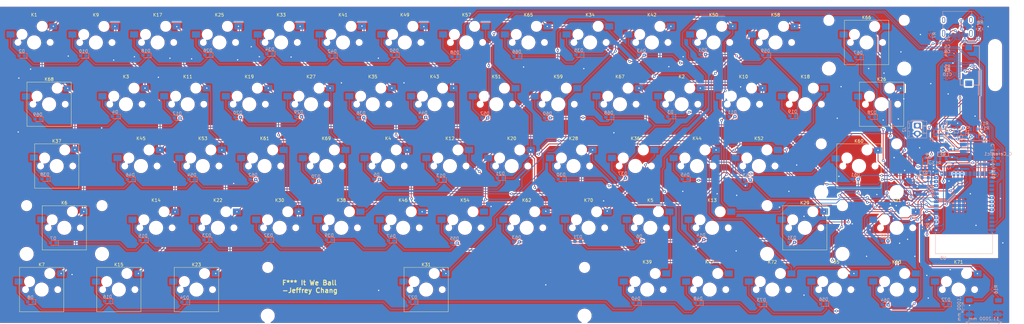
<source format=kicad_pcb>
(kicad_pcb (version 20221018) (generator pcbnew)
  (layers (0 "F.Cu" signal) (31 "B.Cu" signal) (34 "B.Paste" user) (35 "F.Paste" user) (36 "B.SilkS" user "B.Silkscreen") (37 "F.SilkS" user "F.Silkscreen") (38 "B.Mask" user) (39 "F.Mask" user) (44 "Edge.Cuts" user))
  (net 0 "")
  (net 1 "EN In")
  (net 2 "VBUS")
  (net 3 "VBAT")
  (net 4 "Net-(C4-Pad1)")
  (net 5 "Net-(C5-Pad1)")
  (net 6 "Net-(C5-Pad2)")
  (net 7 "Net-(D1-K)")
  (net 8 "Net-(C9-Pad1)")
  (net 9 "Net-(C9-Pad2)")
  (net 10 "Net-(C10-Pad1)")
  (net 11 "Row 6")
  (net 12 "Net-(D2-A)")
  (net 13 "Row 7")
  (net 14 "Net-(D3-A)")
  (net 15 "Row 8")
  (net 16 "Net-(D4-A)")
  (net 17 "Row 9")
  (net 18 "Net-(D5-A)")
  (net 19 "Row 1")
  (net 20 "Net-(D6-A)")
  (net 21 "Net-(D7-A)")
  (net 22 "Net-(D8-A)")
  (net 23 "Net-(D10-A)")
  (net 24 "Row 2")
  (net 25 "Net-(D11-A)")
  (net 26 "Net-(D12-A)")
  (net 27 "Net-(D13-A)")
  (net 28 "Net-(D14-A)")
  (net 29 "Net-(D15-A)")
  (net 30 "Row 3")
  (net 31 "Net-(D16-A)")
  (net 32 "Net-(D18-A)")
  (net 33 "Net-(D19-A)")
  (net 34 "Net-(D20-A)")
  (net 35 "Row 4")
  (net 36 "Net-(D21-A)")
  (net 37 "Net-(D22-A)")
  (net 38 "Net-(D23-A)")
  (net 39 "Net-(D24-A)")
  (net 40 "Row 5")
  (net 41 "Net-(D26-A)")
  (net 42 "Net-(D27-A)")
  (net 43 "Net-(D28-A)")
  (net 44 "Net-(D29-A)")
  (net 45 "Net-(D30-A)")
  (net 46 "Net-(D31-A)")
  (net 47 "Net-(D32-A)")
  (net 48 "Net-(D34-A)")
  (net 49 "Net-(D35-A)")
  (net 50 "Net-(D36-A)")
  (net 51 "Net-(D37-A)")
  (net 52 "Net-(D38-A)")
  (net 53 "Net-(D39-A)")
  (net 54 "Net-(D40-A)")
  (net 55 "Net-(D42-A)")
  (net 56 "Net-(D43-A)")
  (net 57 "Net-(D44-A)")
  (net 58 "Net-(D45-A)")
  (net 59 "Net-(D46-A)")
  (net 60 "Net-(D47-A)")
  (net 61 "Net-(D48-A)")
  (net 62 "Net-(D50-A)")
  (net 63 "Net-(D51-A)")
  (net 64 "Net-(D52-A)")
  (net 65 "Net-(D53-A)")
  (net 66 "Net-(D54-A)")
  (net 67 "Net-(D55-A)")
  (net 68 "Net-(D56-A)")
  (net 69 "Net-(D58-A)")
  (net 70 "Net-(D59-A)")
  (net 71 "Net-(D60-A)")
  (net 72 "Net-(D61-A)")
  (net 73 "Net-(D62-A)")
  (net 74 "Net-(D63-A)")
  (net 75 "Net-(D64-A)")
  (net 76 "Net-(D66-A)")
  (net 77 "Net-(D67-A)")
  (net 78 "Net-(D68-A)")
  (net 79 "Net-(D69-A)")
  (net 80 "Net-(D70-A)")
  (net 81 "Net-(D71-A)")
  (net 82 "Net-(D72-A)")
  (net 83 "Net-(D73-A)")
  (net 84 "Stat in")
  (net 85 "Net-(D74-A)")
  (net 86 "Net-(D75-K)")
  (net 87 "Net-(D75-A)")
  (net 88 "GND")
  (net 89 "Net-(J1-CC1)")
  (net 90 "D+")
  (net 91 "D-")
  (net 93 "Net-(J1-CC2)")
  (net 95 "OLED_CS")
  (net 96 "OLED_RST")
  (net 97 "OLED_DC")
  (net 98 "SCK")
  (net 99 "MOSI")
  (net 100 "Net-(J4-Pad13)")
  (net 101 "Col 1")
  (net 102 "Col 7")
  (net 103 "Col 2")
  (net 104 "Col 3")
  (net 105 "Col 4")
  (net 106 "Col 5")
  (net 107 "Col 6")
  (net 108 "Col 8")
  (net 109 "Net-(R14-Pad1)")
  (net 110 "LED Out")
  (net 111 "Net-(Q3-S)")
  (net 112 "Voltage Check")
  (net 113 "Net-(R14-Pad2)")
  (net 114 "Net-(U3-PROG)")
  (net 117 "V Check EN")
  (net 120 "Net-(U5-EN)")
  (net 121 "Net-(U5-IO0)")
  (net 130 "Net-(R16-Pad1)")
  (footprint "" (layer "F.Cu") (at 54.61 126.238)
    (fp_text reference "")
    (fp_text value "")
  )
  (footprint "Button_Switch_Keyboard:SW_Cherry_MX_1.75u_PCB" (layer "F.Cu") (at 64.3725 123.82)
    (fp_text reference "K37")
    (fp_text value "KEYSW")
  )
  (footprint "" (layer "F.Cu") (at 56.933 145.796)
    (fp_text reference "")
    (fp_text value "")
  )
  (footprint "" (layer "F.Cu") (at 49.821 165.354)
    (fp_text reference "")
    (fp_text value "")
  )
  (footprint "keyboard_parts:Cherry-MX_PCB-Mounted_LTST-A683CEGBW_Kailh_Socket" (layer "F.Cu") (at 268.6825 148.4)
    (fp_text reference "K13")
    (fp_text value "KEYSW")
  )
  (footprint "keyboard_parts:Cherry-MX_PCB-Mounted_LTST-A683CEGBW_Kailh_Socket" (layer "F.Cu") (at 161.5825 109.4)
    (fp_text reference "K35")
    (fp_text value "KEYSW")
  )
  (footprint "keyboard_parts:Cherry-MX_PCB-Mounted_LTST-A683CEGBW_Kailh_Socket" (layer "F.Cu") (at 283.445 128.9)
    (fp_text reference "K52")
    (fp_text value "KEYSW")
  )
  (footprint "Button_Switch_Keyboard:SW_Cherry_MX_1.25u_PCB" (layer "F.Cu") (at 108.4725 162.82)
    (fp_text reference "K23")
    (fp_text value "KEYSW")
  )
  (footprint "keyboard_parts:Cherry-MX_PCB-Mounted_LTST-A683CEGBW_Kailh_Socket" (layer "F.Cu") (at 278.5825 109.4)
    (fp_text reference "K10")
    (fp_text value "KEYSW")
  )
  (footprint "keyboard_parts:Cherry-MX_PCB-Mounted_LTST-A683CEGBW_Kailh_Socket" (layer "F.Cu") (at 267.92 167.9)
    (fp_text reference "K47")
    (fp_text value "KEYSW")
  )
  (footprint "" (layer "F.Cu") (at 65.278 104.394)
    (fp_text reference "")
    (fp_text value "")
  )
  (footprint "keyboard_parts:Cherry-MX_PCB-Mounted_LTST-A683CEGBW_Kailh_Socket" (layer "F.Cu") (at 239.595 109.4)
    (fp_text reference "K67")
    (fp_text value "KEYSW")
  )
  (footprint "" (layer "F.Cu") (at 328.168 104.394)
    (fp_text reference "")
    (fp_text value "")
  )
  (footprint "keyboard_parts:Cherry-MX_PCB-Mounted_LTST-A683CEGBW_Kailh_Socket" (layer "F.Cu") (at 263.92 128.9)
    (fp_text reference "K44")
    (fp_text value "KEYSW")
  )
  (footprint "" (layer "F.Cu") (at 63.246 162.814)
    (fp_text reference "")
    (fp_text value "")
  )
  (footprint "Button_Switch_Keyboard:SW_Cherry_MX_1.50u_PCB" (layer "F.Cu") (at 324.7125 104.32)
    (fp_text reference "K26")
    (fp_text value "KEYSW")
  )
  (footprint "keyboard_parts:Cherry-MX_PCB-Mounted_LTST-A683CEGBW_Kailh_Socket" (layer "F.Cu") (at 307.42 167.9)
    (fp_text reference "K55")
    (fp_text value "KEYSW")
  )
  (footprint "keyboard_parts:Cherry-MX_PCB-Mounted_LTST-A683CEGBW_Kailh_Socket" (layer "F.Cu") (at 326.9325 148.4)
    (fp_text reference "K21")
    (fp_text value "KEYSW")
  )
  (footprint "keyboard_parts:Cherry-MX_PCB-Mounted_LTST-A683CEGBW_Kailh_Socket" (layer "F.Cu") (at 205.4325 128.9)
    (fp_text reference "K20")
    (fp_text value "KEYSW")
  )
  (footprint "Button_Switch_Keyboard:SW_Cherry_MX_1.25u_PCB" (layer "F.Cu") (at 59.6225 162.82)
    (fp_text reference "K7")
    (fp_text value "KEYSW")
  )
  (footprint "keyboard_parts:Cherry-MX_PCB-Mounted_LTST-A683CEGBW_Kailh_Socket" (layer "F.Cu") (at 326.945 167.9)
    (fp_text reference "K63")
    (fp_text value "KEYSW")
  )
  (footprint "keyboard_parts:Cherry-MX_PCB-Mounted_LTST-A683CEGBW_Kailh_Socket" (layer "F.Cu") (at 244.445 128.9)
    (fp_text reference "K36")
    (fp_text value "KEYSW")
  )
  (footprint "keyboard_parts:Cherry-MX_PCB-Mounted_LTST-A683CEGBW_Kailh_Socket" (layer "F.Cu") (at 171.695 89.9)
    (fp_text reference "K49")
    (fp_text value "KEYSW")
  )
  (footprint "keyboard_parts:Cherry-MX_PCB-Mounted_LTST-A683CEGBW_Kailh_Socket" (layer "F.Cu") (at 269.17 89.9)
    (fp_text reference "K50")
    (fp_text value "KEYSW")
  )
  (footprint "keyboard_parts:Cherry-MX_PCB-Mounted_LTST-A683CEGBW_Kailh_Socket" (layer "F.Cu") (at 112.695 148.4)
    (fp_text reference "K22")
    (fp_text value "KEYSW")
  )
  (footprint "keyboard_parts:Cherry-MX_PCB-Mounted_LTST-A683CEGBW_Kailh_Socket" (layer "F.Cu") (at 190.67 148.4)
    (fp_text reference "K54")
    (fp_text value "KEYSW")
  )
  (footprint "keyboard_parts:Cherry-MX_PCB-Mounted_LTST-A683CEGBW_Kailh_Socket" (layer "F.Cu") (at 107.945 128.9)
    (fp_text reference "K53")
    (fp_text value "KEYSW")
  )
  (footprint "Button_Switch_Keyboard:SW_Cherry_MX_6.25u_PCB" (layer "F.Cu") (at 180.9725 162.82)
    (fp_text reference "K31")
    (fp_text value "KEYSW")
  )
  (footprint "keyboard_parts:Cherry-MX_PCB-Mounted_LTST-A683CEGBW_Kailh_Socket" (layer "F.Cu") (at 122.6075 109.4)
    (fp_text reference "K19")
    (fp_text value "KEYSW")
  )
  (footprint "Button_Switch_Keyboard:SW_Cherry_MX_2.00u_PCB" (layer "F.Cu") (at 300.4725 143.32)
    (fp_text reference "K29")
    (fp_text value "KEYSW")
  )
  (footprint "keyboard_parts:Cherry-MX_PCB-Mounted_LTST-A683CEGBW_Kailh_Socket" (layer "F.Cu") (at 259.0825 109.4)
    (fp_text reference "K2")
    (fp_text value "KEYSW")
  )
  (footprint "keyboard_parts:Cherry-MX_PCB-Mounted_LTST-A683CEGBW_Kailh_Socket" (layer "F.Cu") (at 93.17 148.4)
    (fp_text reference "K14")
    (fp_text value "KEYSW")
  )
  (footprint "" (layer "F.Cu") (at 70.358 143.256)
    (fp_text reference "")
    (fp_text value "")
  )
  (footprint "" (layer "F.Cu") (at 290.613 145.796)
    (fp_text reference "")
    (fp_text value "")
  )
  (footprint "keyboard_parts:Cherry-MX_PCB-Mounted_LTST-A683CEGBW_Kailh_Socket" (layer "F.Cu") (at 181.0825 109.4)
    (fp_text reference "K43")
    (fp_text value "KEYSW")
  )
  (footprint "keyboard_parts:Cherry-MX_PCB-Mounted_LTST-A683CEGBW_Kailh_Socket" (layer "F.Cu") (at 210.17 148.4)
    (fp_text reference "K62")
    (fp_text value "KEYSW")
  )
  (footprint "" (layer "F.Cu") (at 171.233 165.354)
    (fp_text reference "")
    (fp_text value "")
  )
  (footprint "keyboard_parts:Cherry-MX_PCB-Mounted_LTST-A683CEGBW_Kailh_Socket" (layer "F.Cu") (at 200.5825 109.4)
    (fp_text reference "K51")
    (fp_text value "KEYSW")
  )
  (footprint "" (layer "F.Cu") (at 310.171 87.376)
    (fp_text reference "")
    (fp_text value "")
  )
  (footprint "" (layer "F.Cu") (at 67.564 123.698)
    (fp_text reference "")
    (fp_text value "")
  )
  (footprint "keyboard_parts:Cherry-MX_PCB-Mounted_LTST-A683CEGBW_Kailh_Socket" (layer "F.Cu") (at 224.9325 128.9)
    (fp_text reference "K28")
    (fp_text value "KEYSW")
  )
  (footprint "keyboard_parts:Cherry-MX_PCB-Mounted_LTST-A683CEGBW_Kailh_Socket" (layer "F.Cu") (at 132.195 148.4)
    (fp_text reference "K30")
    (fp_text value "KEYSW")
  )
  (footprint "keyboard_parts:Cherry-MX_PCB-Mounted_LTST-A683CEGBW_Kailh_Socket" (layer "F.Cu") (at 83.6825 109.4)
    (fp_text reference "K3")
    (fp_text value "KEYSW")
  )
  (footprint "keyboard_parts:Cherry-MX_PCB-Mounted_LTST-A683CEGBW_Kailh_Socket" (layer "F.Cu") (at 146.92 128.9)
    (fp_text reference "K69")
    (fp_text value "KEYSW")
  )
  (footprint "Button_Switch_Keyboard:SW_Cherry_MX_1.25u_PCB" (layer "F.Cu") (at 83.9725 162.82)
    (fp_text reference "K15")
    (fp_text value "KEYSW")
  )
  (footprint "keyboard_parts:Cherry-MX_PCB-Mounted_LTST-A683CEGBW_Kailh_Socket" (layer "F.Cu") (at 210.695 89.9)
    (fp_text reference "K65")
    (fp_text value "KEYSW")
  )
  (footprint "keyboard_parts:Cherry-MX_PCB-Mounted_LTST-A683CEGBW_Kailh_Socket" (layer "F.Cu") (at 54.6925 89.88)
    (fp_text reference "K1")
    (fp_text value "KEYSW")
  )
  (footprint "" (layer "F.Cu") (at 358 97.05)
    (fp_text reference "")
    (fp_text value "")
  )
  (footprint "" (layer "F.Cu") (at 307.631 126.492)
    (fp_text reference "")
    (fp_text value "")
  )
  (footprint "" (layer "F.Cu") (at 314.743 106.934)
    (fp_text reference "")
    (fp_text value "")
  )
  (footprint "keyboard_parts:Cherry-MX_PCB-Mounted_LTST-A683CEGBW_Kailh_Socket" (layer "F.Cu") (at 88.42 128.9)
    (fp_text reference "K45")
    (fp_text value "KEYSW")
  )
  (footprint "keyboard_parts:Cherry-MX_PCB-Mounted_LTST-A683CEGBW_Kailh_Socket" (layer "F.Cu") (at 166.4325 128.9)
    (fp_text reference "K4")
    (fp_text value "KEYSW")
  )
  (footprint "keyboard_parts:Cherry-MX_PCB-Mounted_LTST-A683CEGBW_Kailh_Socket" (layer "F.Cu") (at 249.1825 148.4)
    (fp_text reference "K5")
    (fp_text value "KEYSW")
  )
  (footprint "keyboard_parts:Cherry-MX_PCB-Mounted_LTST-A683CEGBW_Kailh_Socket" (layer "F.Cu") (at 287.695 167.9)
    (fp_text reference "K72")
    (fp_text value "KEYSW")
  )
  (footprint "" (layer "F.Cu") (at 87.63 162.814)
    (fp_text reference "")
    (fp_text value "")
  )
  (footprint "" (layer "F.Cu") (at 304.038 143.256)
    (fp_text reference "")
    (fp_text value "")
  )
  (footprint "" (layer "F.Cu") (at 184.658 162.814)
    (fp_text reference "")
    (fp_text value "")
  )
  (footprint "keyboard_parts:Cherry-MX_PCB-Mounted_LTST-A683CEGBW_Kailh_Socket" (layer "F.Cu") (at 229.6825 148.4)
    (fp_text reference "K70")
    (fp_text value "KEYSW")
  )
  (footprint "Button_Switch_Keyboard:SW_Cherry_MX_2.25u_PCB" (layer "F.Cu") (at 317.5725 123.82)
    (fp_text reference "K60")
    (fp_text value "KEYSW")
  )
  (footprint "keyboard_parts:Cherry-MX_PCB-Mounted_LTST-A683CEGBW_Kailh_Socket" (layer "F.Cu") (at 142.095 109.4)
    (fp_text reference "K27")
    (fp_text value "KEYSW")
  )
  (footprint "keyboard_parts:Cherry-MX_PCB-Mounted_LTST-A683CEGBW_Kailh_Socket" (layer "F.Cu") (at 230.17 89.9)
    (fp_text reference "K34")
    (fp_text value "KEYSW")
  )
  (footprint "keyboard_parts:Cherry-MX_PCB-Mounted_LTST-A683CEGBW_Kailh_Socket" (layer "F.Cu") (at 298.095 109.4)
    (fp_text reference "K18")
    (fp_text value "KEYSW")
  )
  (footprint "Button_Switch_Keyboard:SW_Cherry_MX_2.00u_PCB" (layer "F.Cu") (at 319.9725 84.82)
    (fp_text reference "K66")
    (fp_text value "KEYSW")
  )
  (footprint "keyboard_parts:Cherry-MX_PCB-Mounted_LTST-A683CEGBW_Kailh_Socket" (layer "F.Cu") (at 93.6825 89.9)
    (fp_text reference "K17")
    (fp_text value "KEYSW")
  )
  (footprint "keyboard_parts:Cherry-MX_PCB-Mounted_LTST-A683CEGBW_Kailh_Socket" (layer "F.Cu") (at 346.445 167.9)
    (fp_text reference "K71")
    (fp_text value "KEYSW")
  )
  (footprint "keyboard_parts:Cherry-MX_PCB-Mounted_LTST-A683CEGBW_Kailh_Socket" (layer "F.Cu") (at 288.695 89.9)
    (fp_text reference "K58")
    (fp_text value "KEYSW")
  )
  (footprint "" (layer "F.Cu") (at 323.596 84.836)
    (fp_text reference "")
    (fp_text value "")
  )
  (footprint "keyboard_parts:Cherry-MX_PCB-Mounted_LTST-A683CEGBW_Kailh_Socket" (layer "F.Cu") (at 191.17 89.9)
    (fp_text reference "K57")
    (fp_text value "KEYSW")
  )
  (footprint "Button_Switch_Keyboard:SW_Cherry_MX_2.00u_PCB" (layer "F.Cu") (at 66.7725 143.32)
    (fp_text reference "K6")
    (fp_text value "KEYSW")
  )
  (footprint "keyboard_parts:Cherry-MX_PCB-Mounted_LTST-A683CEGBW_Kailh_Socket" (layer "F.Cu") (at 248.195 167.9)
    (fp_text reference "K39")
    (fp_text value "KEYSW")
  )
  (footprint "keyboard_parts:Cherry-MX_PCB-Mounted_LTST-A683CEGBW_Kailh_Socket" (layer "F.Cu") (at 127.445 128.9)
    (fp_text reference "K61")
    (fp_text value "KEYSW")
  )
  (footprint "keyboard_parts:Cherry-MX_PCB-Mounted_LTST-A683CEGBW_Kailh_Socket" (layer "F.Cu") (at 151.67 148.4)
    (fp_text reference "K38")
    (fp_text value "KEYSW")
  )
  (footprint "" (layer "F.Cu") (at 52.07 106.934)
    (fp_text reference "")
    (fp_text value "")
  )
  (footprint "keyboard_parts:Cherry-MX_PCB-Mounted_LTST-A683CEGBW_Kailh_Socket" (layer "F.Cu") (at 185.9325 128.9)
    (fp_text reference "K12")
    (fp_text value "KEYSW")
  )
  (footprint "keyboard_parts:Cherry-MX_PCB-Mounted_LTST-A683CEGBW_Kailh_Socket" (layer "F.Cu") (at 103.1825 109.4)
    (fp_text reference "K11")
    (fp_text value "KEYSW")
  )
  (footprint "keyboard_parts:Cherry-MX_PCB-Mounted_LTST-A683CEGBW_Kailh_Socket" (layer "F.Cu") (at 132.67 89.9)
    (fp_text reference "K33")
    (fp_text value "KEYSW")
  )
  (footprint "" (layer "F.Cu") (at 98.589 165.354)
    (fp_text reference "")
    (fp_text value "")
  )
  (footprint "keyboard_parts:Cherry-MX_PCB-Mounted_LTST-A683CEGBW_Kailh_Socket" (layer "F.Cu") (at 171.17 148.4)
    (fp_text reference "K46")
    (fp_text value "KEYSW")
  )
  (footprint "keyboard_parts:Cherry-MX_PCB-Mounted_LTST-A683CEGBW_Kailh_Socket" (layer "F.Cu") (at 220.1075 109.4)
    (fp_text reference "K59")
    (fp_text value "KEYSW")
  )
  (footprint "" (layer "F.Cu") (at 74.205 165.354)
    (fp_text reference "")
    (fp_text value "")
  )
  (footprint "" (layer "F.Cu") (at 112.014 162.814)
    (fp_text reference "")
    (fp_text value "")
  )
  (footprint "keyboard_parts:Cherry-MX_PCB-Mounted_LTST-A683CEGBW_Kailh_Socket" (layer "F.Cu") (at 249.67 89.9)
    (fp_text reference "K42")
    (fp_text value "KEYSW")
  )
  (footprint "keyboard_parts:Cherry-MX_PCB-Mounted_LTST-A683CEGBW_Kailh_Socket" (layer "F.Cu") (at 74.195 89.925)
    (fp_text reference "K9")
    (fp_text value "KEYSW")
  )
  (footprint "keyboard_parts:Cherry-MX_PCB-Mounted_LTST-A683CEGBW_Kailh_Socket" (layer "F.Cu") (at 113.1825 89.9)
    (fp_text reference "K25")
    (fp_text value "KEYSW")
  )
  (footprint "keyboard_parts:Cherry-MX_PCB-Mounted_LTST-A683CEGBW_Kailh_Socket" (layer "F.Cu") (at 152.195 89.9)
    (fp_text reference "K41")
    (fp_text value "KEYSW")
  )
  (footprint "" (layer "F.Cu") (at 321.056 123.952)
    (fp_text reference "")
    (fp_text value "")
  )
  (footprint "Button_Switch_Keyboard:SW_Cherry_MX_1.50u_PCB" (layer "F.Cu") (at 61.9725 104.32)
    (fp_text reference "K68")
    (fp_text value "KEYSW")
  )
  (footprint "Diode_SMD:D_0603_1608Metric_Pad1.05x0.95mm_HandSolder" (layer "B.Cu") (at 55.8575 114.095 180)
    (fp_text reference "D69")
    (fp_text value "D")
  )
  (footprint "Diode_SMD:D_0603_1608Metric_Pad1.05x0.95mm_HandSolder" (layer "B.Cu") (at 323.3025 172.64 180)
    (fp_text reference "D64")
    (fp_text value "D")
  )
  (footprint "Diode_SMD:D_0603_1608Metric_Pad1.05x0.95mm_HandSolder" (layer "B.Cu") (at 53.5525 171.79 180)
    (fp_text reference "D8")
    (fp_text value "D")
  )
  (footprint "Diode_SMD:D_0603_1608Metric_Pad1.05x0.95mm_HandSolder" (layer "B.Cu") (at 187.3525 153.19 180)
    (fp_text reference "D55")
    (fp_text value "D")
  )
  (footprint "Diode_SMD:D_0603_1608Metric_Pad1.05x0.95mm_HandSolder" (layer "B.Cu") (at 123.7775 133.14 180)
    (fp_text reference "D62")
    (fp_text value "D")
  )
  (footprint "Diode_SMD:D_0603_1608Metric_Pad1.05x0.95mm_HandSolder" (layer "B.Cu") (at 50.8025 94.115 180)
    (fp_text reference "D2")
    (fp_text value "D")
  )
  (footprint "Resistor_SMD:R_0402_1005Metric" (layer "B.Cu") (at 337.9325 125.65 -90)
    (fp_text reference "R2")
    (fp_text value "470")
  )
  (footprint "Diode_SMD:D_0603_1608Metric_Pad1.05x0.95mm_HandSolder" (layer "B.Cu") (at 240.4525 132.715 180)
    (fp_text reference "D37")
    (fp_text value "D")
  )
  (footprint "Diode_SMD:D_0603_1608Metric_Pad1.05x0.95mm_HandSolder" (layer "B.Cu") (at 255.5375 113.29 180)
    (fp_text reference "D3")
    (fp_text value "D")
  )
  (footprint "Diode_SMD:D_0603_1608Metric_Pad1.05x0.95mm_HandSolder" (layer "B.Cu") (at 294.0875 113.15 180)
    (fp_text reference "D19")
    (fp_text value "D")
  )
  (footprint "Diode_SMD:D_0603_1608Metric_Pad1.05x0.95mm_HandSolder" (layer "B.Cu") (at 216.7125 113.74 180)
    (fp_text reference "D60")
    (fp_text value "D")
  )
  (footprint "Diode_SMD:D_0603_1608Metric_Pad1.05x0.95mm_HandSolder" (layer "B.Cu") (at 260.1525 133.065 180)
    (fp_text reference "D45")
    (fp_text value "D")
  )
  (footprint "Diode_SMD:D_0603_1608Metric_Pad1.05x0.95mm_HandSolder" (layer "B.Cu") (at 244.6275 172.165 180)
    (fp_text reference "D40")
    (fp_text value "D")
  )
  (footprint "Diode_SMD:D_0603_1608Metric_Pad1.05x0.95mm_HandSolder" (layer "B.Cu") (at 167.4025 152.465 180)
    (fp_text reference "D47")
    (fp_text value "D")
  )
  (footprint "Diode_SMD:D_0603_1608Metric_Pad1.05x0.95mm_HandSolder" (layer "B.Cu") (at 207.0025 94.24 180)
    (fp_text reference "D66")
    (fp_text value "D")
  )
  (footprint "Diode_SMD:D_0603_1608Metric_Pad1.05x0.95mm_HandSolder" (layer "B.Cu") (at 236.0375 113.515 180)
    (fp_text reference "D68")
    (fp_text value "D")
  )
  (footprint "Resistor_SMD:R_0402_1005Metric" (layer "B.Cu") (at 339.5825 129.15 180)
    (fp_text reference "R13")
    (fp_text value "1k")
  )
  (footprint "Diode_SMD:D_0603_1608Metric_Pad1.05x0.95mm_HandSolder" (layer "B.Cu") (at 58.0775 133.015 180)
    (fp_text reference "D38")
    (fp_text value "D")
  )
  (footprint "Diode_SMD:D_0603_1608Metric_Pad1.05x0.95mm_HandSolder" (layer "B.Cu") (at 342.4775 172.515 180)
    (fp_text reference "D72")
    (fp_text value "D")
  )
  (footprint "Diode_SMD:D_0603_1608Metric_Pad1.05x0.95mm_HandSolder" (layer "B.Cu") (at 148.7525 94.115 180)
    (fp_text reference "D42")
    (fp_text value "D")
  )
  (footprint "Diode_SMD:D_0603_1608Metric_Pad1.05x0.95mm_HandSolder" (layer "B.Cu") (at 339.4325 118.05 90)
    (fp_text reference "D1")
    (fp_text value "D")
  )
  (footprint "Resistor_SMD:R_0402_1005Metric" (layer "B.Cu") (at 357.1 167.85 90)
    (fp_text reference "R16")
    (fp_text value "5.1k ohm")
  )
  (footprint "LED_SMD:LED_0603_1608Metric" (layer "B.Cu") (at 347.9825 117.65 90)
    (fp_text reference "D74")
    (fp_text value "LED")
  )
  (footprint "Diode_SMD:D_0603_1608Metric_Pad1.05x0.95mm_HandSolder" (layer "B.Cu") (at 314.7775 94.59 180)
    (fp_text reference "D67")
    (fp_text value "D")
  )
  (footprint "Resistor_SMD:R_0402_1005Metric" (layer "B.Cu") (at 353.3075 82.4)
    (fp_text reference "R8")
    (fp_text value "5.1k ohm")
  )
  (footprint "Diode_SMD:D_0603_1608Metric_Pad1.05x0.95mm_HandSolder" (layer "B.Cu") (at 118.9625 113.515 180)
    (fp_text reference "D20")
    (fp_text value "D")
  )
  (footprint "Resistor_SMD:R_0402_1005Metric" (layer "B.Cu") (at 358.725 131.55 -90)
    (fp_text reference "R10")
    (fp_text value "2M")
  )
  (footprint "Diode_SMD:D_0603_1608Metric_Pad1.05x0.95mm_HandSolder" (layer "B.Cu") (at 285.5275 93.94 180)
    (fp_text reference "D59")
    (fp_text value "D")
  )
  (footprint "Diode_SMD:D_0603_1608Metric_Pad1.05x0.95mm_HandSolder" (layer "B.Cu") (at 313.9275 133.065 180)
    (fp_text reference "D61")
    (fp_text value "D")
  )
  (footprint "Diode_SMD:D_0603_1608Metric_Pad1.05x0.95mm_HandSolder" (layer "B.Cu") (at 89.9525 93.99 180)
    (fp_text reference "D18")
    (fp_text value "D")
  )
  (footprint "Capacitor_SMD:C_0402_1005Metric" (layer "B.Cu") (at 358.9125 123.9)
    (fp_text reference "C_Ceramic1")
    (fp_text value ".1uF")
  )
  (footprint "Diode_SMD:D_0603_1608Metric_Pad1.05x0.95mm_HandSolder" (layer "B.Cu") (at 226.2775 152.715 180)
    (fp_text reference "D71")
    (fp_text value "D")
  )
  (footprint "Diode_SMD:D_0603_1608Metric_Pad1.05x0.95mm_HandSolder" (layer "B.Cu") (at 226.5775 93.815 180)
    (fp_text reference "D35")
    (fp_text value "D")
  )
  (footprint "Diode_SMD:D_0603_1608Metric_Pad1.05x0.95mm_HandSolder" (layer "B.Cu") (at 246.3775 93.94 180)
    (fp_text reference "D43")
    (fp_text value "D")
  )
  (footprint "Diode_SMD:D_0603_1608Metric_Pad1.05x0.95mm_HandSolder" (layer "B.Cu") (at 147.8275 152.215 180)
    (fp_text reference "D39")
    (fp_text value "D")
  )
  (footprint "Diode_SMD:D_0603_1608Metric_Pad1.05x0.95mm_HandSolder" (layer "B.Cu") (at 265.7275 93.69 180)
    (fp_text reference "D51")
    (fp_text value "D")
  )
  (footprint "Capacitor_SMD:C_0402_1005Metric" (layer "B.Cu") (at 346.1825 119.9 90)
    (fp_text reference "C3")
    (fp_text value "4.7uF")
  )
  (footprint "Resistor_SMD:R_0402_1005Metric" (layer "B.Cu") (at 354.7325 118.15 180)
    (fp_text reference "R14")
    (fp_text value "1k")
  )
  (footprint "Capacitor_SMD:C_0805_2012Metric" (layer "B.Cu") (at 358.9325 127.4 -90)
    (fp_text reference "C_Electrolytic1")
    (fp_text value "22uF")
  )
  (footprint "Connector_Molex:Molex_KK-254_AE-6410-02A_1x02_P2.54mm_Vertical" (layer "B.Cu") (at 333.4525 116.13 -90)
    (fp_text reference "J2")
    (fp_text value "Conn_02x01")
  )
  (footprint "Button_Switch_SMD:SW_MEC_5GSH9" (layer "B.Cu") (at 352.525 173.5)
    (fp_text reference "SW1" hide)
    (fp_text value "SW_MEC_5G" hide)
  )
  (footprint "Diode_SMD:D_0603_1608Metric_Pad1.05x0.95mm_HandSolder" (layer "B.Cu") (at 89.0525 152.34 180)
    (fp_text reference "D15")
    (fp_text value "D")
  )
  (footprint "Diode_SMD:D_0603_1608Metric_Pad1.05x0.95mm_HandSolder" (layer "B.Cu") (at 60.7325 153.17 180)
    (fp_text reference "D7")
    (fp_text value "D")
  )
  (footprint "Diode_SMD:D_0603_1608Metric_Pad1.05x0.95mm_HandSolder" (layer "B.Cu") (at 279.8275 133.315 180)
    (fp_text reference "D53")
    (fp_text value "D")
  )
  (footprint "Diode_SMD:D_0603_1608Metric_Pad1.05x0.95mm_HandSolder" (layer "B.Cu") (at 168.3275 93.865 180)
    (fp_text reference "D50")
    (fp_text value "D")
  )
  (footprint "Diode_SMD:D_0603_1608Metric_Pad1.05x0.95mm_HandSolder" (layer "B.Cu") (at 303.8525 172.39 180)
    (fp_text reference "D56")
    (fp_text value "D")
  )
  (footprint "Resistor_SMD:R_0402_1005Metric" (layer "B.Cu") (at 344.6825 128.65 -90)
    (fp_text reference "R12")
    (fp_text value "120")
  )
  (footprint "Diode_SMD:D_0603_1608Metric_Pad1.05x0.95mm_HandSolder" (layer "B.Cu") (at 177.4125 113.515 180)
    (fp_text reference "D44")
    (fp_text value "D")
  )
  (footprint "Package_TO_SOT_SMD:SOT-23-5" (layer "B.Cu") (at 351.2325 118.4 90)
    (fp_text reference "U3")
    (fp_text value "MCP73831-2-OT")
  )
  (footprint "keyboard_parts:SMT_CV-HSF-G4-08_VIS" (layer "B.Cu") (at 353.0575 85.65 -90)
    (fp_text reference "U1")
    (fp_text value "VBUS54CV-HSF-G4-08")
  )
  (footprint "Diode_SMD:D_0603_1608Metric_Pad1.05x0.95mm_HandSolder" (layer "B.Cu") (at 143.6275 133.615 180)
    (fp_text reference "D70")
    (fp_text value "D")
  )
  (footprint "Diode_SMD:D_0603_1608Metric_Pad1.05x0.95mm_HandSolder" (layer "B.Cu") (at 245.6525 152.515 180)
    (fp_text reference "D6")
    (fp_text value "D")
  )
  (footprint "keyboard_parts:MOS_FET_SOT23-3_HSOL" (layer "B.Cu") (at 341.5825 125.15 180)
    (fp_text reference "Q3")
    (fp_text value "NMOS" hide)
  )
  (footprint "Diode_SMD:D_0603_1608Metric_Pad1.05x0.95mm_HandSolder" (layer "B.Cu") (at 102.1775 171.865 180)
    (fp_text reference "D24")
    (fp_text value "D")
  )
  (footprint "keyboard_parts:MOS_FET_SOT23-3_HSOL" (layer "B.Cu") (at 342.4325 119.8 90)
    (fp_text reference "Q1")
    (fp_text value "PMOS" hide)
  )
  (footprint "Resistor_SMD:R_0402_1005Metric" (layer "B.Cu") (at 343.9325 117.15 -90)
    (fp_text reference "R3")
    (fp_text value "470")
  )
  (footprint "Diode_SMD:D_0603_1608Metric_Pad1.05x0.95mm_HandSolder" (layer "B.Cu") (at 221.0025 133.065 180)
    (fp_text reference "D30")
    (fp_text value "D")
  )
  (footprint "Diode_SMD:D_0603_1608Metric_Pad1.05x0.95mm_HandSolder" (layer "B.Cu") (at 129.0775 93.515 180)
    (fp_text reference "D34")
    (fp_text value "D")
  )
  (footprint "Resistor_SMD:R_0402_1005Metric" (layer "B.Cu") (at 337.6 87.6 90)
    (fp_text reference "R7")
    (fp_text value "5.1k ohm")
  )
  (footprint "keyboard_parts:MOS_FET_SOT23-3_HSOL" (layer "B.Cu") (at 335.9325 131.15 180)
    (fp_text reference "Q2")
    (fp_text value "NMOS" hide)
  )
  (footprint "Resistor_SMD:R_0402_1005Metric" (layer "B.Cu") (at 342.9325 97.4)
    (fp_text reference "R6")
    (fp_text value "5.1kOhm")
  )
  (footprint "Diode_SMD:D_0603_1608Metric_Pad1.05x0.95mm_HandSolder" (layer "B.Cu") (at 138.1875 113.265 180)
    (fp_text reference "D29")
    (fp_text value "D")
  )
  (footprint "Diode_SMD:D_0603_1608Metric_Pad1.05x0.95mm_HandSolder" (layer "B.Cu") (at 128.6525 152.215 180)
    (fp_text reference "D32")
    (fp_text value "D")
  )
  (footprint "Diode_SMD:D_0603_1608Metric_Pad1.05x0.95mm_HandSolder" (layer "B.Cu") (at 265.1525 152.14 180)
    (fp_text reference "D14")
    (fp_text value "D")
  )
  (footprint "Capacitor_SMD:C_0402_1005Metric" (layer "B.Cu") (at 345.6825 116.9)
    (fp_text reference "C2")
    (fp_text value "4.7uF")
  )
  (footprint "Diode_SMD:D_0603_1608Metric_Pad1.05x0.95mm_HandSolder" (layer "B.Cu") (at 201.8025 132.715 180)
    (fp_text reference "D21")
    (fp_text value "D")
  )
  (footprint "Diode_SMD:D_0603_1608Metric_Pad1.05x0.95mm_HandSolder" (layer "B.Cu") (at 85.0025 133.14 180)
    (fp_text reference "D46")
    (fp_text value "D")
  )
  (footprint "Resistor_SMD:R_0402_1005Metric" (layer "B.Cu") (at 354.4825 116.65 180)
    (fp_text reference "R15")
    (fp_text value "1k")
  )
  (footprint "Diode_SMD:D_0603_1608Metric_Pad1.05x0.95mm_HandSolder" (layer "B.Cu") (at 157.8625 113.615 180)
    (fp_text reference "D36")
    (fp_text value "D")
  )
  (footprint "Diode_SMD:D_0603_1608Metric_Pad1.05x0.95mm_HandSolder" (layer "B.Cu") (at 109.1775 152.215 180)
    (fp_text reference "D23")
    (fp_text value "D")
  )
  (footprint "Diode_SMD:D_0603_1608Metric_Pad1.05x0.95mm_HandSolder" (layer "B.Cu") (at 323.3025 152.515 180)
    (fp_text reference "D22")
    (fp_text value "D")
  )
  (footprint "Resistor_SMD:R_0402_1005Metric" (layer "B.Cu") (at 342.9325 98.65 180)
    (fp_text reference "R5")
    (fp_text value "680k")
  )
  (footprint "Diode_SMD:D_0603_1608Metric_Pad1.05x0.95mm_HandSolder" (layer "B.Cu") (at 109.5025 93.865 180)
    (fp_text reference "D26")
    (fp_text value "D")
  )
  (footprint "Resistor_SMD:R_0402_1005Metric" (layer "B.Cu") (at 335.6825 147.675 90)
    (fp_text reference "R9")
    (fp_text value "10k")
  )
  (footprint "Diode_SMD:D_0603_1608Metric_Pad1.05x0.95mm_HandSolder" (layer "B.Cu") (at 174.1775 171.79 180)
    (fp_text reference "D27")
    (fp_text value "D")
  )
  (footprint "Diode_SMD:D_0603_1608Metric_Pad1.05x0.95mm_HandSolder" (layer "B.Cu") (at 206.9525 152.84 180)
    (fp_text reference "D63")
    (fp_text value "D")
  )
  (footprint "Capacitor_SMD:C_0402_1005Metric" (layer "B.Cu") (at 337.0825 147.67 90)
    (fp_text reference "C1")
    (fp_text value "1uF")
  )
  (footprint "Diode_SMD:D_0603_1608Metric_Pad1.05x0.95mm_HandSolder" (layer "B.Cu") (at 275.0125 113.315 180)
    (fp_text reference "D11")
    (fp_text value "D")
  )
  (footprint "keyboard_parts:GCT_FFC2B35-16-G_REVA2" (layer "B.Cu") (at 349.6825 97.15 -90)
    (fp_text reference "J4")
    (fp_text value "FFC2B35-16-G_REVA2")
  )
  (footprint "keyboard_parts:XCVR_ESP32-S3-WROOM-1-N16R2" (layer "B.Cu") (at 348.1825 143.81)
    (fp_text reference "U5")
    (fp_text value "ESP32-S3-WROOM-1-N16R2")
  )
  (footprint "Diode_SMD:D_0603_1608Metric_Pad1.05x0.95mm_HandSolder" (layer "B.Cu") (at 70.2775 94.115 180)
    (fp_text reference "D10")
    (fp_text value "D")
  )
  (footprint "Diode_SMD:D_0603_1608Metric_Pad1.05x0.95mm_HandSolder" (layer "B.Cu") (at 104.4775 133.14 180)
    (fp_text reference "D54")
    (fp_text value "D")
  )
  (footprint "Connector_USB:USB_C_Receptacle_G-Switch_GT-USB-7010ASV" (layer "B.Cu") (at 346.0575 83.9)
    (fp_text reference "J1")
    (fp_text value "USB_C_Receptacle")
  )
  (footprint "Capacitor_SMD:C_0402_1005Metric" (layer "B.Cu") (at 342.9325 92.4 180)
    (fp_text reference "C5")
    (fp_text value "1uF")
  )
  (footprint "Capacitor_SMD:C_0402_1005Metric" (layer "B.Cu") (at 342.9325 101.15 180)
    (fp_text reference "C10")
    (fp_text value "10uF")
  )
  (footprint "Capacitor_SMD:C_0402_1005Metric" (layer "B.Cu") (at 342.9325 93.9 180)
    (fp_text reference "C9")
    (fp_text value "1uF")
  )
  (footprint "Diode_SMD:D_0603_1608Metric_Pad1.05x0.95mm_HandSolder" (layer "B.Cu") (at 80.2775 113.265 180)
    (fp_text reference "D4")
    (fp_text value "D")
  )
  (footprint "Diode_SMD:D_0603_1608Metric_Pad1.05x0.95mm_HandSolder" (layer "B.Cu") (at 77.8525 171.59 180)
    (fp_text reference "D16")
    (fp_text value "D")
  )
  (footprint "Diode_SMD:D_0603_1608Metric_Pad1.05x0.95mm_HandSolder" (layer "B.Cu") (at 264.2525 172.165 180)
    (fp_text reference "D48")
    (fp_text value "D")
  )
  (footprint "Diode_SMD:D_0603_1608Metric_Pad1.05x0.95mm_HandSolder" (layer "B.Cu") (at 319.1425 113.44 180)
    (fp_text reference "D28")
    (fp_text value "D")
  )
  (footprint "Diode_SMD:D_0603_1608Metric_Pad1.05x0.95mm_HandSolder" (layer "B.Cu") (at 187.4775 94.465 180)
    (fp_text reference "D58")
    (fp_text value "D")
  )
  (footprint "Resistor_SMD:R_0402_1005Metric" (layer "B.Cu") (at 332.9325 134.15 180)
    (fp_text reference "R11")
    (fp_text value "20k")
  )
  (footprint "Diode_SMD:D_0603_1608Metric_Pad1.05x0.95mm_HandSolder" (layer "B.Cu") (at 196.9875 113.74 180)
    (fp_text reference "D52")
    (fp_text value "D")
  )
  (footprint "Diode_SMD:D_0603_1608Metric_Pad1.05x0.95mm_HandSolder" (layer "B.Cu") (at 99.8675 113.74 180)
    (fp_text reference "D12")
    (fp_text value "D")
  )
  (footprint "Capacitor_SMD:C_0402_1005Metric" (layer "B.Cu") (at 342.9325 99.9 180)
    (fp_text reference "C4")
    (fp_text value "10uF")
  )
  (footprint "Diode_SMD:D_0603_1608Metric_Pad1.05x0.95mm_HandSolder" (layer "B.Cu") (at 284.2525 172.59 180)
    (fp_text reference "D73")
    (fp_text value "D")
  )
  (footprint "Package_TO_SOT_SMD:TO-252-3_TabPin2" (layer "B.Cu") (at 353.0225 124.4)
    (fp_text reference "U4")
    (fp_text value "LM1117DT-3.3")
  )
  (footprint "Resistor_SMD:R_0402_1005Metric" (layer "B.Cu") (at 342.1825 116.65 180)
    (fp_text reference "R1")
    (fp_text value "20k")
  )
  (footprint "Diode_SMD:D_0603_1608Metric_Pad1.05x0.95mm_HandSolder" (layer "B.Cu") (at 293.8075 152.97 180)
    (fp_text reference "D31")
    (fp_text value "D")
  )
  (footprint "Diode_SMD:D_0603_1608Metric_Pad1.05x0.95mm_HandSolder" (layer "B.Cu") (at 183.1025 133.315 180)
    (fp_text reference "D13")
    (fp_text value "D")
  )
  (footprint "Resistor_SMD:R_0603_1608Metric" (layer "B.Cu") (at 354.7325 119.65)
    (fp_text reference "R4")
    (fp_text value "500")
  )
  (footprint "Capacitor_SMD:C_0402_1005Metric" (layer "B.Cu") (at 344.6825 123.65 180)
    (fp_text reference "C6")
    (fp_text value "10uF")
  )
  (footprint "Diode_SMD:D_0603_1608Metric_Pad1.05x0.95mm_HandSolder" (layer "B.Cu") (at 162.7775 133.065 180)
    (fp_text reference "D5")
    (fp_text value "D")
  )
  (footprint "LED_SMD:LED_0603_1608Metric" (layer "B.Cu") (at 335.9325 127.15 90)
    (fp_text reference "D75")
    (fp_text value "LED")
  )
  (gr_text "F*** It We Ball\n-Jeffrey Chang" (at 132.825 169.05) (layer "F.SilkS") (effects (font (size 1.5 1.5) (thickness 0.3) bold) (justify left bottom)))
  (segment (start 341.6825 133.65) (end 341.6825 132.9) (width 0.25) (layer "F.Cu") (net 1))
  (segment (start 342.9325 127.9) (end 350.9325 127.9) (width 0.25) (layer "F.Cu") (net 1))
  (segment (start 341.9325 132.65) (end 341.9325 128.9) (width 0.25) (layer "F.Cu") (net 1))
  (segment (start 341.9325 128.9) (end 342.9325 127.9) (width 0.25) (layer "F.Cu") (net 1))
  (segment (start 341.6825 132.9) (end 341.9325 132.65) (width 0.25) (layer "F.Cu") (net 1))
  (via (at 341.6825 133.65) (size 0.8) (drill 0.4) (layers "F.Cu" "B.Cu") (net 1))
  (via (at 350.9325 127.9) (size 0.8) (drill 0.4) (layers "F.Cu" "B.Cu") (net 1))
  (segment (start 341.6825 146.4) (end 341.6825 147.15) (width 0.25) (layer "B.Cu") (net 1))
  (segment (start 350.9325 127.9) (end 352.1825 127.9) (width 0.25) (layer "B.Cu") (net 1))
  (segment (start 340.4525 149.9) (end 338.4125 149.9) (width 0.25) (layer "B.Cu") (net 1))
  (segment (start 337.0825 148.57) (end 337.0825 148.15) (width 0.25) (layer "B.Cu") (net 1))
  (segment (start 338.4125 149.9) (end 337.0825 148.57) (width 0.25) (layer "B.Cu") (net 1))
  (segment (start 341.6825 133.65) (end 341.6825 146.4) (width 0.25) (layer "B.Cu") (net 1))
  (segment (start 358.9325 126.45) (end 356.4825 126.45) (width 0.25) (layer "B.Cu") (net 1))
  (segment (start 341.6825 147.15) (end 341.6825 148.67) (width 0.25) (layer "B.Cu") (net 1))
  (segment (start 341.6825 147.15) (end 341.0325 147.8) (width 0.25) (layer "B.Cu") (net 1))
  (segment (start 351.6825 96.15) (end 353.4325 97.9) (width 0.25) (layer "B.Cu") (net 1))
  (segment (start 341.0325 147.8) (end 339.4325 147.8) (width 0.25) (layer "B.Cu") (net 1))
  (segment (start 353.4325 97.9) (end 353.4325 114.119462) (width 0.25) (layer "B.Cu") (net 1))
  (segment (start 352.5325 122.65) (end 353.4325 123.55) (width 0.25) (layer "B.Cu") (net 1))
  (segment (start 347.6825 96.15) (end 351.6825 96.15) (width 0.25) (layer "B.Cu") (net 1))
  (segment (start 347.4325 96.4) (end 347.6825 96.15) (width 0.25) (layer "B.Cu") (net 1))
  (segment (start 356.2825 116.969462) (end 356.2825 122.55) (width 0.25) (layer "B.Cu") (net 1))
  (segment (start 358.4325 123.9) (end 356.9825 123.9) (width 0.25) (layer "B.Cu") (net 1))
  (segment (start 352.1825 127.9) (end 354.2825 125.8) (width 0.25) (layer "B.Cu") (net 1))
  (segment (start 356.2825 122.55) (end 355.9575 122.875) (width 0.25) (layer "B.Cu") (net 1))
  (segment (start 346.4325 96.4) (end 347.4325 96.4) (width 0.25) (layer "B.Cu") (net 1))
  (segment (start 356.4825 126.45) (end 355.9575 125.925) (width 0.25) (layer "B.Cu") (net 1))
  (segment (start 356.9825 123.9) (end 355.9575 122.875) (width 0.25) (layer "B.Cu") (net 1))
  (segment (start 354.9825 123.4) (end 354.2075 124.175) (width 0.25) (layer "B.Cu") (net 1))
  (segment (start 341.6825 148.67) (end 340.4525 149.9) (width 0.25) (layer "B.Cu") (net 1))
  (segment (start 353.4325 114.119462) (end 356.2825 116.969462) (width 0.25) (layer "B.Cu") (net 1))
  (segment (start 354.2825 125.8) (end 354.2825 124.4) (width 0.25) (layer "B.Cu") (net 1))
  (segment (start 349.3 89.7) (end 351.9 89.7) (width 0.25) (layer "F.Cu") (net 2))
  (segment (start 351.9 89.7) (end 352.7 88.9) (width 0.25) (layer "F.Cu") (net 2))
  (segment (start 346.9325 90.475) (end 346.9325 107.4) (width 0.25) (layer "F.Cu") (net 2))
  (segment (start 349.3 89.7) (end 348.55 88.95) (width 0.25) (layer "F.Cu") (net 2))
  (segment (start 348.4575 88.95) (end 346.9325 90.475) (width 0.25) (layer "F.Cu") (net 2))
  (segment (start 348.55 88.95) (end 348.4575 88.95) (width 0.25) (layer "F.Cu") (net 2))
  (via (at 352.7 88.9) (size 0.8) (drill 0.4) (layers "F.Cu" "B.Cu") (net 2))
  (via (at 348.4575 88.95) (size 0.8) (drill 0.4) (layers "F.Cu" "B.Cu") (net 2))
  (via (at 346.9325 107.4) (size 0.8) (drill 0.4) (layers "F.Cu" "B.Cu") (net 2))
  (segment (start 343.9325 116.64) (end 342.7025 116.64) (width 0.25) (layer "B.Cu") (net 2))
  (segment (start 341.6825 113.9) (end 339.4325 116.15) (width 0.25) (layer "B.Cu") (net 2))
  (segment (start 350.155 117.39) (end 350.2825 117.2625) (width 0.25) (layer "B.Cu") (net 2))
  (segment (start 350.2825 117.2625) (end 349.025 116.005) (width 0.25) (layer "B.Cu") (net 2))
  (segment (start 337.9325 120.05) (end 338.6325 120.75) (width 0.25) (layer "B.Cu") (net 2))
  (segment (start 344.1925 116.9) (end 343.9325 116.64) (width 0.25) (layer "B.Cu") (net 2))
  (segment (start 339.4325 116.15) (end 339.4325 117.175) (width 0.25) (layer "B.Cu") (net 2))
  (segment (start 345.2025 116.9) (end 344.1925 116.9) (width 0.25) (layer "B.Cu") (net 2))
  (segment (start 347.3075 84.65) (end 345.0575 84.65) (width 0.25) (layer "B.Cu") (net 2))
  (segment (start 342.6925 116.65) (end 342.0475 117.295) (width 0.25) (layer "B.Cu") (net 2))
  (segment (start 345.0575 84.65) (end 343.8675 85.84) (width 0.25) (layer "B.Cu") (net 2))
  (segment (start 346.9325 107.4) (end 346.9325 113.9125) (width 0.25) (layer "B.Cu") (net 2))
  (segment (start 348.2475 86.794949) (end 348.2475 85.59) (width 0.25) (layer "B.Cu") (net 2))
  (segment (start 342.0475 117.295) (end 339.5525 117.295) (width 0.25) (layer "B.Cu") (net 2))
  (segment (start 348.4575 88.95) (end 348.4575 87.625) (width 0.25) (layer "B.Cu") (net 2))
  (segment (start 348.4575 87.625) (end 348.4575 87.004949) (width 0.25) (layer "B.Cu") (net 2))
  (segment (start 348.4575 87.004949) (end 348.2475 86.794949) (width 0.25) (layer "B.Cu") (net 2))
  (segment (start 346.92 113.9) (end 341.6825 113.9) (width 0.25) (layer "B.Cu") (net 2))
  (segment (start 349.025 116.005) (end 346.92 113.9) (width 0.25) (layer "B.Cu") (net 2))
  (segment (start 339.5525 117.295) (end 339.4325 117.175) (width 0.25) (layer "B.Cu") (net 2))
  (segment (start 346.9325 113.9125) (end 349.025 116.005) (width 0.25) (layer "B.Cu") (net 2))
  (segment (start 348.2475 85.59) (end 347.3075 84.65) (width 0.25) (layer "B.Cu") (net 2))
  (segment (start 339.4325 117.175) (end 337.9325 118.675) (width 0.25) (layer "B.Cu") (net 2))
  (segment (start 342.7025 116.64) (end 342.6925 116.65) (width 0.25) (layer "B.Cu") (net 2))
  (segment (start 353.0575 88.5425) (end 352.7 88.9) (width 0.25) (layer "B.Cu") (net 2))
  (segment (start 343.8675 85.84) (end 343.8675 86.794949) (width 0.25) (layer "B.Cu") (net 2))
  (segment (start 337.9325 118.675) (end 337.9325 120.05) (width 0.25) (layer "B.Cu") (net 2))
  (segment (start 338.6325 120.75) (end 341.1325 120.75) (width 0.25) (layer "B.Cu") (net 2))
  (segment (start 353.0575 86.350001) (end 353.0575 88.5425) (width 0.25) (layer "B.Cu") (net 2))
  (segment (start 343.8675 86.794949) (end 343.6575 87.004949) (width 0.25) (layer "B.Cu") (net 2))
  (segment (start 343.6575 87.004949) (end 343.6575 87.625) (width 0.25) (layer "B.Cu") (net 2))
  (segment (start 341.1325 123.85) (end 341.5825 123.85) (width 0.25) (layer "F.Cu") (net 3))
  (segment (start 337.9325 120.61) (end 337.9325 125.14) (width 0.25) (layer "F.Cu") (net 3))
  (segment (start 337.1825 116.65) (end 337.1825 119.86) (width 0.25) (layer "F.Cu") (net 3))
  (segment (start 333.4525 116.13) (end 337.3275 120.005) (width 0.25) (layer "F.Cu") (net 3))
  (segment (start 337.1825 119.86) (end 337.3275 120.005) (width 0.25) (layer "F.Cu") (net 3))
  (segment (start 337.9325 120.65) (end 341.1325 123.85) (width 0.25) (layer "F.Cu") (net 3))
  (segment (start 346.4125 120.15) (end 346.1825 120.38) (width 0.25) (layer "F.Cu") (net 3))
  (segment (start 350.2325 119.65) (end 349.7325 120.15) (width 0.25) (layer "F.Cu") (net 3))
  (segment (start 337.9325 120.61) (end 337.9325 120.65) (width 0.25) (layer "F.Cu") (net 3))
  (segment (start 337.3275 120.005) (end 337.9325 120.61) (width 0.25) (layer "F.Cu") (net 3))
  (segment (start 349.7325 120.15) (end 346.4125 120.15) (width 0.25) (layer "F.Cu") (net 3))
  (via (at 341.5825 123.85) (size 0.8) (drill 0.4) (layers "F.Cu" "B.Cu") (net 3))
  (via (at 337.1825 116.65) (size 0.8) (drill 0.4) (layers "F.Cu" "B.Cu") (net 3))
  (via (at 337.9325 125.14) (size 0.8) (drill 0.4) (layers "F.Cu" "B.Cu") (net 3))
  (via (at 346.1825 120.38) (size 0.8) (drill 0.4) (layers "F.Cu" "B.Cu") (net 3))
  (via (at 350.2325 119.65) (size 0.8) (drill 0.4) (layers "F.Cu" "B.Cu") (net 3))
  (segment (start 346.4525 120.65) (end 346.1825 120.38) (width 0.25) (layer "B.Cu") (net 3))
  (segment (start 350.2825 119.6) (end 350.2325 119.65) (width 0.25) (layer "B.Cu") (net 3))
  (segment (start 343.7325 119.8) (end 344.3125 120.38) (width 0.25) (layer "B.Cu") (net 3))
  (segment (start 341.6825 95.4) (end 339.9325 97.15) (width 0.25) (layer "B.Cu") (net 3))
  (segment (start 345.232805 124.925) (end 345.6575 125.349695) (width 0.25) (layer "B.Cu") (net 3))
  (segment (start 343.2075 124.925) (end 345.232805 124.925) (width 0.25) (layer "B.Cu") (net 3))
  (segment (start 339.9325 113.9) (end 337.1825 116.65) (width 0.25) (layer "B.Cu") (net 3))
  (segment (start 342.1325 123.85) (end 343.2075 124.925) (width 0.25) (layer "B.Cu") (net 3))
  (segment (start 349.4075 121.531827) (end 348.525673 120.65) (width 0.25) (layer "B.Cu") (net 3))
  (segment (start 344.3125 120.38) (end 346.1825 120.38) (width 0.25) (layer "B.Cu") (net 3))
  (segment (start 341.5825 123.85) (end 342.1325 123.85) (width 0.25) (layer "B.Cu") (net 3))
  (segment (start 349.4075 124.988173) (end 349.4075 121.531827) (width 0.25) (layer "B.Cu") (net 3))
  (segment (start 350.2825 119.5375) (end 350.2825 119.6) (width 0.25) (layer "B.Cu") (net 3))
  (segment (start 339.9325 97.15) (end 339.9325 113.9) (width 0.25) (layer "B.Cu") (net 3))
  (segment (start 346.4325 95.4) (end 341.6825 95.4) (width 0.25) (layer "B.Cu") (net 3))
  (segment (start 345.6575 125.349695) (end 349.045978 125.349695) (width 0.25) (layer "B.Cu") (net 3))
  (segment (start 348.525673 120.65) (end 346.4525 120.65) (width 0.25) (layer "B.Cu") (net 3))
  (segment (start 349.045978 125.349695) (end 349.4075 124.988173) (width 0.25) (layer "B.Cu") (net 3))
  (segment (start 343.4125 99.9) (end 346.4325 99.9) (width 0.25) (layer "B.Cu") (net 4))
  (segment (start 345.1825 92.4) (end 346.1825 93.4) (width 0.25) (layer "B.Cu") (net 5))
  (segment (start 346.1825 93.4) (end 346.4325 93.4) (width 0.25) (layer "B.Cu") (net 5))
  (segment (start 343.4125 92.4) (end 345.1825 92.4) (width 0.25) (layer "B.Cu") (net 5))
  (segment (start 343.194891 93.15) (end 344.6825 93.15) (width 0.25) (layer "B.Cu") (net 6))
  (segment (start 345.4325 93.9) (end 346.4325 93.9) (width 0.25) (layer "B.Cu") (net 6))
  (segment (start 342.4525 92.4) (end 342.4525 92.407609) (width 0.25) (layer "B.Cu") (net 6))
  (segment (start 344.6825 93.15) (end 345.4325 93.9) (width 0.25) (layer "B.Cu") (net 6))
  (segment (start 342.4525 92.407609) (end 343.194891 93.15) (width 0.25) (layer "B.Cu") (net 6))
  (segment (start 341.6075 119.575) (end 340.2075 119.575) (width 0.25) (layer "B.Cu") (net 7))
  (segment (start 342.3075 120.025) (end 342.0575 120.025) (width 0.25) (layer "B.Cu") (net 7))
  (segment (start 339.4325 118.925) (end 341.0575 118.925) (width 0.25) (layer "B.Cu") (net 7))
  (segment (start 341.0575 118.925) (end 341.1325 118.85) (width 0.25) (layer "B.Cu") (net 7))
  (segment (start 345.1625 123.65) (end 346.4525 123.65) (width 0.25) (layer "B.Cu") (net 7))
  (segment (start 345.1625 123.65) (end 345.1625 122.88) (width 0.25) (layer "B.Cu") (net 7))
  (segment (start 340.2075 118.85) (end 339.5075 118.85) (width 0.25) (layer "B.Cu") (net 7))
  (segment (start 340.2075 119.575) (end 340.2075 118.85) (width 0.25) (layer "B.Cu") (net 7))
  (segment (start 346.4525 123.65) (end 347.9825 122.12) (width 0.25) (layer "B.Cu") (net 7))
  (segment (start 345.1625 122.88) (end 342.3075 120.025) (width 0.25) (layer "B.Cu") (net 7))
  (segment (start 339.5075 118.85) (end 339.4325 118.925) (width 0.25) (layer "B.Cu") (net 7))
  (segment (start 342.0575 120.025) (end 341.6075 119.575) (width 0.25) (layer "B.Cu") (net 7))
  (segment (start 345.1825 94.4) (end 344.6825 93.9) (width 0.25) (layer "B.Cu") (net 8))
  (segment (start 344.6825 93.9) (end 343.4125 93.9) (width 0.25) (layer "B.Cu") (net 8))
  (segment (start 346.4325 94.4) (end 345.1825 94.4) (width 0.25) (layer "B.Cu") (net 8))
  (segment (start 342.4525 93.9) (end 342.4525 93.907609) (width 0.25) (layer "B.Cu") (net 9))
  (segment (start 343.444891 94.9) (end 346.4325 94.9) (width 0.25) (layer "B.Cu") (net 9))
  (segment (start 342.4525 93.907609) (end 343.444891 94.9) (width 0.25) (layer "B.Cu") (net 9))
  (segment (start 344.9325 100.4) (end 346.4325 100.4) (width 0.25) (layer "B.Cu") (net 10))
  (segment (start 343.4125 101.15) (end 344.1825 101.15) (width 0.25) (layer "B.Cu") (net 10))
  (segment (start 344.1825 101.15) (end 344.9325 100.4) (width 0.25) (layer "B.Cu") (net 10))
  (segment (start 265.4325 96.4) (end 266.6825 95.15) (width 0.25) (layer "F.Cu") (net 11))
  (segment (start 322.6825 117.4) (end 322.6825 125.4) (width 0.25) (layer "F.Cu") (net 11))
  (segment (start 266.6825 95.15) (end 266.6825 93.77) (width 0.25) (layer "F.Cu") (net 11))
  (segment (start 324.444799 138.662299) (end 326.4325 140.65) (width 0.25) (layer "F.Cu") (net 11))
  (segment (start 266.6025 93.69) (end 275.9725 93.69) (width 0.25) (layer "F.Cu") (net 11))
  (segment (start 266.6825 93.77) (end 266.6025 93.69) (width 0.25) (layer "F.Cu") (net 11))
  (segment (start 326.4325 140.65) (end 330.6825 140.65) (width 0.25) (layer "F.Cu") (net 11))
  (segment (start 275.9725 93.69) (end 276.4325 94.15) (width 0.25) (layer "F.Cu") (net 11))
  (segment (start 242.6825 95.9) (end 245.2925 95.9) (width 0.25) (layer "F.Cu") (net 11))
  (segment (start 258.6825 96.4) (end 265.4325 96.4) (width 0.25) (layer "F.Cu") (net 11))
  (segment (start 245.2925 95.9) (end 247.2525 93.94) (width 0.25) (layer "F.Cu") (net 11))
  (segment (start 322.6825 125.4) (end 322.6825 127.15) (width 0.25) (layer "F.Cu") (net 11))
  (via (at 330.6825 140.65) (size 0.8) (drill 0.4) (layers "F.Cu" "B.Cu") (net 11))
  (via (at 324.444799 138.662299) (size 0.8) (drill 0.4) (layers "F.Cu" "B.Cu") (net 11))
  (via (at 247.2525 93.94) (size 0.8) (drill 0.4) (layers "F.Cu" "B.Cu") (net 11))
  (via (at 276.4325 94.15) (size 0.8) (drill 0.4) (layers "F.Cu" "B.Cu") (net 11))
  (via (at 242.6825 95.9) (size 0.8) (drill 0.4) (layers "F.Cu" "B.Cu") (net 11))
  (via (at 322.6825 117.4) (size 0.8) (drill 0.4) (layers "F.Cu" "B.Cu") (net 11))
  (via (at 322.6825 127.15) (size 0.8) (drill 0.4) (layers "F.Cu" "B.Cu") (net 11))
  (via (at 258.6825 96.4) (size 0.8) (drill 0.4) (layers "F.Cu" "B.Cu") (net 11))
  (via (at 266.6025 93.69) (size 0.8) (drill 0.4) (layers "F.Cu" "B.Cu") (net 11))
  (segment (start 323.1575 137.650305) (end 324.169494 138.662299) (width 0.25) (layer "B.Cu") (net 11))
  (segment (start 227.4525 93.815) (end 234.2675 93.815) (width 0.25) (layer "B.Cu") (net 11))
  (segment (start 296.4325 107.701243) (end 295.7175 108.416243) (width 0.25) (layer "B.Cu") (net 11))
  (segment (start 324.169494 138.662299) (end 324.444799 138.662299) (width 0.25) (layer "B.Cu") (net 11))
  (segment (start 319.7975 113.22) (end 320.0175 113.44) (width 0.25) (layer "B.Cu") (net 11))
  (segment (start 283.9425 96.4) (end 286.4025 93.94) (width 0.25) (layer "B.Cu") (net 11))
  (segment (start 295.7175 110.383757) (end 295.6825 110.418757) (width 0.25) (layer "B.Cu") (net 11))
  (segment (start 207.8775 94.24) (end 220.2725 94.24) (width 0.25) (layer "B.Cu") (net 11))
  (segment (start 295.7175 108.416243) (end 295.7175 110.383757) (width 0.25) (layer "B.Cu") (net 11))
  (segment (start 313.5925 96.65) (end 315.6525 94.59) (width 0.25) (layer "B.Cu") (net 11))
  (segment (start 320.6825 107.4) (end 319.7975 108.285) (width 0.25) (layer "B.Cu") (net 11))
  (segment (start 296.4325 103.97) (end 296.4325 107.701243) (width 0.25) (layer "B.Cu") (net 11))
  (segment (start 315.6525 99.87) (end 320.6825 104.9) (width 0.25) (layer "B.Cu") (net 11))
  (segment (start 315.6525 94.59) (end 315.6525 99.87) (width 0.25) (layer "B.Cu") (net 11))
  (segment (start 220.2725 94.24) (end 222.4325 96.4) (width 0.25) (layer "B.Cu") (net 11))
  (segment (start 323.1575 127.625) (end 323.1575 137.650305) (width 0.25) (layer "B.Cu") (net 11))
  (segment (start 247.2525 93.94) (end 256.2225 93.94) (width 0.25) (layer "B.Cu") (net 11))
  (segment (start 295.6825 112.43) (end 294.9625 113.15) (width 0.25) (layer "B.Cu") (net 11))
  (segment (start 236.6825 91.4) (end 238.1825 91.4) (width 0.25) (layer "B.Cu") (net 11))
  (segment (start 224.8675 96.4) (end 227.4525 93.815) (width 0.25) (layer "B.Cu") (net 11))
  (segment (start 295.6825 110.418757) (end 295.6825 112.43) (width 0.25) (layer "B.Cu") (net 11))
  (segment (start 320.0175 114.735) (end 322.6825 117.4) (width 0.25) (layer "B.Cu") (net 11))
  (segment (start 334.9825 141.65) (end 335.873 142.5405) (width 0.25) (layer "B.Cu") (net 11))
  (segment (start 335.873 142.5405) (end 339.253 142.5405) (width 0.25) (layer "B.Cu") (net 11))
  (segment (start 278.6825 96.4) (end 283.9425 96.4) (width 0.25) (layer "B.Cu") (net 11))
  (segment (start 234.2675 93.815) (end 236.6825 91.4) (width 0.25) (layer "B.Cu") (net 11))
  (segment (start 319.7975 108.285) (end 319.7975 113.22) (width 0.25) (layer "B.Cu") (net 11))
  (segment (start 339.253 142.5405) (end 339.4325 142.72) (width 0.25) (layer "B.Cu") (net 11))
  (segment (start 320.6825 104.9) (end 320.6825 107.4) (width 0.25) (layer "B.Cu") (net 11))
  (segment (start 276.4325 94.15) (end 278.6825 96.4) (width 0.25) (layer "B.Cu") (net 11))
  (segment (start 322.6825 127.15) (end 323.1575 127.625) (width 0.25) (layer "B.Cu") (net 11))
  (segment (start 286.4025 93.94) (end 308.7225 93.94) (width 0.25) (layer "B.Cu") (net 11))
  (segment (start 256.2225 93.94) (end 258.6825 96.4) (width 0.25) (layer "B.Cu") (net 11))
  (segment (start 308.7225 93.94) (end 311.4325 96.65) (width 0.25) (layer "B.Cu") (net 11))
  (segment (start 238.1825 91.4) (end 242.6825 95.9) (width 0.25) (layer "B.Cu") (net 11))
  (segment (start 222.4325 96.4) (end 224.8675 96.4) (width 0.25) (layer "B.Cu") (net 11))
  (segment (start 331.6825 141.65) (end 334.9825 141.65) (width 0.25) (layer "B.Cu") (net 11))
  (segment (start 286.4025 93.94) (end 296.4325 103.97) (width 0.25) (layer "B.Cu") (net 11))
  (segment (start 320.0175 113.44) (end 320.0175 114.735) (width 0.25) (layer "B.Cu") (net 11))
  (segment (start 311.4325 96.65) (end 313.5925 96.65) (width 0.25) (layer "B.Cu") (net 11))
  (segment (start 330.6825 140.65) (end 331.6825 141.65) (width 0.25) (layer "B.Cu") (net 11))
  (segment (start 49.9275 94.115) (end 47.2825 91.47) (width 0.25) (layer "B.Cu") (net 12))
  (segment (start 47.2825 91.47) (end 47.2825 87.34) (width 0.25) (layer "B.Cu") (net 12))
  (segment (start 333.361 145.175) (end 333.132195 145.175) (width 0.25) (layer "F.Cu") (net 13))
  (segment (start 273.3025 115.9) (end 275.8875 113.315) (width 0.25) (layer "F.Cu") (net 13))
  (segment (start 272.1575 130.925) (end 273.482805 130.925) (width 0.25) (layer "F.Cu") (net 13))
  (segment (start 236.1825 135.15) (end 238.8925 135.15) (width 0.25) (layer "F.Cu") (net 13))
  (segment (start 269.6825 133.4) (end 272.1575 130.925) (width 0.25) (layer "F.Cu") (net 13))
  (segment (start 274.707805 132.15) (end 279.5375 132.15) (width 0.25) (layer "F.Cu") (net 13))
  (segment (start 334.1325 142.775) (end 334.1325 144.4035) (width 0.25) (layer "F.Cu") (net 13))
  (segment (start 217.6825 113.65) (end 227.9325 113.65) (width 0.25) (layer "F.Cu") (net 13))
  (segment (start 325.140299 142.625) (end 319.882195 142.625) (width 0.25) (layer "F.Cu") (net 13))
  (segment (start 275.7325 123.875) (end 277.4325 122.175) (width 0.25) (layer "F.Cu") (net 13))
  (segment (start 319.4575 142.200305) (end 319.4575 140.5505) (width 0.25) (layer "F.Cu") (net 13))
  (segment (start 277.4325 122.175) (end 277.4325 120.03) (width 0.25) (layer "F.Cu") (net 13))
  (segment (start 319.882195 142.625) (end 319.4575 142.200305) (width 0.25) (layer "F.Cu") (net 13))
  (segment (start 265.1825 111.9) (end 269.1825 115.9) (width 0.25) (layer "F.Cu") (net 13))
  (segment (start 261.4325 111.9) (end 265.1825 111.9) (width 0.25) (layer "F.Cu") (net 13))
  (segment (start 334.708 142.1995) (end 334.1325 142.775) (width 0.25) (layer "F.Cu") (net 13))
  (segment (start 319.4575 140.5505) (end 317.6825 138.7755) (width 0.25) (layer "F.Cu") (net 13))
  (segment (start 238.8925 135.15) (end 241.3275 132.715) (width 0.25) (layer "F.Cu") (net 13))
  (segment (start 273.482805 130.925) (end 274.707805 132.15) (width 0.25) (layer "F.Cu") (net 13))
  (segment (start 264.4325 133.4) (end 269.6825 133.4) (width 0.25) (layer "F.Cu") (net 13))
  (segment (start 269.1825 115.9) (end 273.3025 115.9) (width 0.25) (layer "F.Cu") (net 13))
  (segment (start 334.1325 144.4035) (end 333.361 145.175) (width 0.25) (layer "F.Cu") (net 13))
  (segment (start 334.708 140.3505) (end 334.708 142.1995) (width 0.25) (layer "F.Cu") (net 13))
  (segment (start 333.132195 145.175) (end 332.982195 145.325) (width 0.25) (layer "F.Cu") (net 13))
  (segment (start 332.982195 145.325) (end 331.5825 145.325) (width 0.25) (layer "F.Cu") (net 13))
  (segment (start 277.4325 120.03) (end 273.3025 115.9) (width 0.25) (layer "F.Cu") (net 13))
  (segment (start 279.5375 132.15) (end 280.7025 133.315) (width 0.25) (layer "F.Cu") (net 13))
  (segment (start 325.169799 142.5955) (end 325.140299 142.625) (width 0.25) (layer "F.Cu") (net 13))
  (via (at 261.4325 111.9) (size 0.8) (drill 0.4) (layers "F.Cu" "B.Cu") (net 13))
  (via (at 275.8875 113.315) (size 0.8) (drill 0.4) (layers "F.Cu" "B.Cu") (net 13))
  (via (at 217.6825 113.65) (size 0.8) (drill 0.4) (layers "F.Cu" "B.Cu") (net 13))
  (via (at 275.7325 123.875) (size 0.8) (drill 0.4) (layers "F.Cu" "B.Cu") (net 13))
  (via (at 280.7025 133.315) (size 0.8) (drill 0.4) (layers "F.Cu" "B.Cu") (net 13))
  (via (at 317.6825 138.7755) (size 0.8) (drill 0.4) (layers "F.Cu" "B.Cu") (net 13))
  (via (at 241.3275 132.715) (size 0.8) (drill 0.4) (layers "F.Cu" "B.Cu") (net 13))
  (via (at 334.708 140.3505) (size 0.8) (drill 0.4) (layers "F.Cu" "B.Cu") (net 13))
  (via (at 331.5825 145.325) (size 0.8) (drill 0.4) (layers "F.Cu" "B.Cu") (net 13))
  (via (at 227.9325 113.65) (size 0.8) (drill 0.4) (layers "F.Cu" "B.Cu") (net 13))
  (via (at 236.1825 135.15) (size 0.8) (drill 0.4) (layers "F.Cu" "B.Cu") (net 13))
  (via (at 325.169799 142.5955) (size 0.8) (drill 0.4) (layers "F.Cu" "B.Cu") (net 13))
  (via (at 264.4325 133.4) (size 0.8) (drill 0.4) (layers "F.Cu" "B.Cu") (net 13))
  (segment (start 308.394098 139.515) (end 309.034098 138.875) (width 0.25) (layer "B.Cu") (net 13))
  (segment (start 236.1825 115.65) (end 236.9125 114.92) (width 0.25) (layer "B.Cu") (net 13))
  (segment (start 328.9575 146.275) (end 330.6325 146.275) (width 0.25) (layer "B.Cu") (net 13))
  (segment (start 217.5875 113.74) (end 217.5925 113.74) (width 0.25) (layer "B.Cu") (net 13))
  (segment (start 275.7325 123.875) (end 275.2825 123.875) (width 0.25) (layer "B.Cu") (net 13))
  (segment (start 280.7025 133.315) (end 286.9025 139.515) (width 0.25) (layer "B.Cu") (net 13))
  (segment (start 336.1325 139.85) (end 337.7325 141.45) (width 0.25) (layer "B.Cu") (net 13))
  (segment (start 260.0425 113.29) (end 261.4325 111.9) (width 0.25) (layer "B.Cu") (net 13))
  (segment (start 279.9325 136.15) (end 280.7025 135.38) (width 0.25) (layer "B.Cu") (net 13))
  (segment (start 234.0975 133.065) (end 236.1825 135.15) (width 0.25) (layer "B.Cu") (net 13))
  (segment (start 275.2825 123.875) (end 274.435 124.7225) (width 0.25) (layer "B.Cu") (net 13))
  (segment (start 317.583 138.875) (end 317.6825 138.7755) (width 0.25) (layer "B.Cu") (net 13))
  (segment (start 330.6325 146.275) (end 331.5825 145.325) (width 0.25) (layer "B.Cu") (net 13))
  (segment (start 261.3625 133.4) (end 264.4325 133.4) (width 0.25) (layer "B.Cu") (net 13))
  (segment (start 221.8775 133.065) (end 234.0975 133.065) (width 0.25) (layer "B.Cu") (net 13))
  (segment (start 256.4125 113.29) (end 260.0425 113.29) (width 0.25) (layer "B.Cu") (net 13))
  (segment (start 231.1825 113.65) (end 233.1825 115.65) (width 0.25) (layer "B.Cu") (net 13))
  (segment (start 236.9125 114.92) (end 236.9125 113.515) (width 0.25) (layer "B.Cu") (net 13))
  (segment (start 334.708 140.3505) (end 335.2085 139.85) (width 0.25) (layer "B.Cu") (net 13))
  (segment (start 245.11 121.7225) (end 250.6825 116.15) (width 0.25) (layer "B.Cu") (net 13))
  (segment (start 227.9325 113.65) (end 231.1825 113.65) (width 0.25) (layer "B.Cu") (net 13))
  (segment (start 309.034098 138.875) (end 317.583 138.875) (width 0.25) (layer "B.Cu") (net 13))
  (segment (start 335.2085 139.85) (end 336.1325 139.85) (width 0.25) (layer "B.Cu") (net 13))
  (segment (start 325.278 142.5955) (end 328.9575 146.275) (width 0.25) (layer "B.Cu") (net 13))
  (segment (start 274.435 124.7225) (end 274.435 131.9025) (width 0.25) (layer "B.Cu") (net 13))
  (segment (start 241.3275 132.715) (end 241.3275 128.658743) (width 0.25) (layer "B.Cu") (net 13))
  (segment (start 236.9125 113.515) (end 248.0475 113.515) (width 0.25) (layer "B.Cu") (net 13))
  (segment (start 217.5925 113.74) (end 217.6825 113.65) (width 0.25) (layer "B.Cu") (net 13))
  (segment (start 261.0275 133.065) (end 261.3625 133.4) (width 0.25) (layer "B.Cu") (net 13))
  (segment (start 286.9025 139.515) (end 308.394098 139.515) (width 0.25) (layer "B.Cu") (net 13))
  (segment (start 256.4125 114.92) (end 256.4125 113.29) (width 0.25) (layer "B.Cu") (net 13))
  (segment (start 255.1825 116.15) (end 256.4125 114.92) (width 0.25) (layer "B.Cu") (net 13))
  (segment (start 250.6825 116.15) (end 255.1825 116.15) (width 0.25) (layer "B.Cu") (net 13))
  (segment (start 280.7025 135.38) (end 280.7025 133.315) (width 0.25) (layer "B.Cu") (net 13))
  (segment (start 245.11 124.876243) (end 245.11 121.7225) (width 0.25) (layer "B.Cu") (net 13))
  (segment (start 325.169799 142.5955) (end 325.278 142.5955) (width 0.25) (layer "B.Cu") (net 13))
  (segment (start 241.3275 128.658743) (end 245.11 124.876243) (width 0.25) (layer "B.Cu") (net 13))
  (segment (start 278.6825 136.15) (end 279.9325 136.15) (width 0.25) (layer "B.Cu") (net 13))
  (segment (start 248.0475 113.515) (end 250.6825 116.15) (width 0.25) (layer "B.Cu") (net 13))
  (segment (start 274.435 131.9025) (end 278.6825 136.15) (width 0.25) (layer "B.Cu") (net 13))
  (segment (start 337.7325 141.45) (end 339.4325 141.45) (width 0.25) (layer "B.Cu") (net 13))
  (segment (start 233.1825 115.65) (end 236.1825 115.65) (width 0.25) (layer "B.Cu") (net 13))
  (segment (start 251.6725 110.3) (end 251.6725 106.86) (width 0.25) (layer "B.Cu") (net 14))
  (segment (start 254.6625 113.29) (end 251.6725 110.3) (width 0.25) (layer "B.Cu") (net 14))
  (segment (start 322.1825 131.9) (end 324.627901 131.9) (width 0.25) (layer "F.Cu") (net 15))
  (segment (start 246.5275 152.515) (end 259.2975 152.515) (width 0.25) (layer "F.Cu") (net 15))
  (segment (start 338.463389 135.1) (end 339.4325 135.1) (width 0.25) (layer "F.Cu") (net 15))
  (segment (start 311.658 146.558) (end 311.7325 146.4835) (width 0.25) (layer "F.Cu") (net 15))
  (segment (start 314.8025 137.4) (end 314.8025 133.065) (width 0.25) (layer "F.Cu") (net 15))
  (segment (start 287.6725 152.14) (end 290.1825 154.65) (width 0.25) (layer "F.Cu") (net 15))
  (segment (start 324.5475 152.885) (end 324.1775 152.515) (width 0.25) (layer "F.Cu") (net 15))
  (segment (start 290.1825 154.65) (end 293.0025 154.65) (width 0.25) (layer "F.Cu") (net 15))
  (segment (start 327.0325 156.926777) (end 327.0325 163.95) (width 0.25) (layer "F.Cu") (net 15))
  (segment (start 309.269506 138.15) (end 308.9325 138.15) (width 0.25) (layer "F.Cu") (net 15))
  (segment (start 324.627901 131.9) (end 324.65655 131.928649) (width 0.25) (layer "F.Cu") (net 15))
  (segment (start 311.7325 140.612994) (end 309.269506 138.15) (width 0.25) (layer "F.Cu") (net 15))
  (segment (start 259.2975 152.515) (end 261.4325 154.65) (width 0.25) (layer "F.Cu") (net 15))
  (segment (start 261.4325 154.65) (end 263.5175 154.65) (width 0.25) (layer "F.Cu") (net 15))
  (segment (start 333.1825 132.65) (end 335.545201 135.012701) (width 0.25) (layer "F.Cu") (net 15))
  (segment (start 327.0325 163.95) (end 329.9575 166.875) (width 0.25) (layer "F.Cu") (net 15))
  (segment (start 324.1775 152.515) (end 324.1775 154.071777) (width 0.25) (layer "F.Cu") (net 15))
  (segment (start 333.1825 132.4) (end 333.1825 132.65) (width 0.25) (layer "F.Cu") (net 15))
  (segment (start 324.1775 154.071777) (end 327.0325 156.926777) (width 0.25) (layer "F.Cu") (net 15))
  (segment (start 266.0275 152.14) (end 287.6725 152.14) (width 0.25) (layer "F.Cu") (net 15))
  (segment (start 324.31 172.208223) (end 324.31 172.7725) (width 0.25) (layer "F.Cu") (net 15))
  (segment (start 293.0025 154.65) (end 294.6825 152.97) (width 0.25) (layer "F.Cu") (net 15))
  (segment (start 325.193223 171.325) (end 324.31 172.208223) (width 0.25) (layer "F.Cu") (net 15))
  (segment (start 327.8325 171.325) (end 325.193223 171.325) (width 0.25) (layer "F.Cu") (net 15))
  (segment (start 329.9575 166.875) (end 329.9575 169.2) (width 0.25) (layer "F.Cu") (net 15))
  (segment (start 314.8025 137.52) (end 314.8025 137.4) (width 0.25) (layer "F.Cu") (net 15))
  (segment (start 324.31 172.7725) (end 324.5475 172.535) (width 0.25) (layer "F.Cu") (net 15))
  (segment (start 329.9575 169.2) (end 327.8325 171.325) (width 0.25) (layer "F.Cu") (net 15))
  (segment (start 263.5175 154.65) (end 266.0275 152.14) (width 0.25) (layer "F.Cu") (net 15))
  (segment (start 338.37609 135.012701) (end 338.463389 135.1) (width 0.25) (layer "F.Cu") (net 15))
  (segment (start 311.7325 146.4835) (end 311.7325 140.612994) (width 0.25) (layer "F.Cu") (net 15))
  (segment (start 317.6825 140.4) (end 314.8025 137.52) (width 0.25) (layer "F.Cu") (net 15))
  (segment (start 335.545201 135.012701) (end 338.37609 135.012701) (width 0.25) (layer "F.Cu") (net 15))
  (via (at 324.31 172.7725) (size 0.8) (drill 0.4) (layers "F.Cu" "B.Cu") (net 15))
  (via (at 317.6825 140.4) (size 0.8) (drill 0.4) (layers "F.Cu" "B.Cu") (net 15))
  (via (at 322.1825 131.9) (size 0.8) (drill 0.4) (layers "F.Cu" "B.Cu") (net 15))
  (via (at 333.1825 132.4) (size 0.8) (drill 0.4) (layers "F.Cu" "B.Cu") (net 15))
  (via (at 339.4325 135.1) (size 0.8) (drill 0.4) (layers "F.Cu" "B.Cu") (net 15))
  (via (at 324.1775 152.515) (size 0.8) (drill 0.4) (layers "F.Cu" "B.Cu") (net 15))
  (via (at 311.658 146.558) (size 0.8) (drill 0.4) (layers "F.Cu" "B.Cu") (net 15))
  (via (at 266.0275 152.14) (size 0.8) (drill 0.4) (layers "F.Cu" "B.Cu") (net 15))
  (via (at 324.65655 131.928649) (size 0.8) (drill 0.4) (layers "F.Cu" "B.Cu") (net 15))
  (via (at 314.8025 137.4) (size 0.8) (drill 0.4) (layers "F.Cu" "B.Cu") (net 15))
  (via (at 314.8025 133.065) (size 0.8) (drill 0.4) (layers "F.Cu" "B.Cu") (net 15))
  (via (at 246.5275 152.515) (size 0.8) (drill 0.4) (layers "F.Cu" "B.Cu") (net 15))
  (via (at 294.6825 152.97) (size 0.8) (drill 0.4) (layers "F.Cu" "B.Cu") (net 15))
  (via (at 308.9325 138.15) (size 0.8) (drill 0.4) (layers "F.Cu" "B.Cu") (net 15))
  (segment (start 311.658 146.558) (end 303.122088 146.558) (width 0.25) (layer "B.Cu") (net 15))
  (segment (start 303.122088 146.558) (end 301.7875 147.892588) (width 0.25) (layer "B.Cu") (net 15))
  (segment (start 324.1775 152.515) (end 324.1775 147.655) (width 0.25) (layer "B.Cu") (net 15))
  (segment (start 343.3525 172.515) (end 341.7175 174.15) (width 0.25) (layer "B.Cu") (net 15))
  (segment (start 308.9325 138.15) (end 309.6825 137.4) (width 0.25) (layer "B.Cu") (net 15))
  (segment (start 314.8025 133.065) (end 315.9675 131.9) (width 0.25) (layer "B.Cu") (net 15))
  (segment (start 324.65655 131.928649) (end 332.711149 131.928649) (width 0.25) (layer "B.Cu") (net 15))
  (segment (start 319.724 140.4) (end 317.6825 140.4) (width 0.25) (layer "B.Cu") (net 15))
  (segment (start 301.7875 147.903757) (end 296.721257 152.97) (width 0.25) (layer "B.Cu") (net 15))
  (segment (start 296.721257 152.97) (end 294.6825 152.97) (width 0.25) (layer "B.Cu") (net 15))
  (segment (start 324.9975 146.835) (end 324.9975 145.08335) (width 0.25) (layer "B.Cu") (net 15))
  (segment (start 323.89915 143.985) (end 323.309 143.985) (width 0.25) (layer "B.Cu") (net 15))
  (segment (start 341.7175 174.15) (end 325.6875 174.15) (width 0.25) (layer "B.Cu") (net 15))
  (segment (start 324.1775 172.64) (end 324.31 172.7725) (width 0.25) (layer "B.Cu") (net 15))
  (segment (start 325.6875 174.15) (end 324.31 172.7725) (width 0.25) (layer "B.Cu") (net 15))
  (segment (start 227.1525 152.715) (end 229.3375 154.9) (width 0.25) (layer "B.Cu") (net 15))
  (segment (start 324.9975 145.08335) (end 323.89915 143.985) (width 0.25) (layer "B.Cu") (net 15))
  (segment (start 315.9675 131.9) (end 322.1825 131.9) (width 0.25) (layer "B.Cu") (net 15))
  (segment (start 324.1775 147.655) (end 324.9975 146.835) (width 0.25) (layer "B.Cu") (net 15))
  (segment (start 309.6825 137.4) (end 314.8025 137.4) (width 0.25) (layer "B.Cu") (net 15))
  (segment (start 301.7875 147.892588) (end 301.7875 147.903757) (width 0.25) (layer "B.Cu") (net 15))
  (segment (start 332.711149 131.928649) (end 333.1825 132.4) (width 0.25) (layer "B.Cu") (net 15))
  (segment (start 323.309 143.985) (end 319.724 140.4) (width 0.25) (layer "B.Cu") (net 15))
  (segment (start 229.3375 154.9) (end 244.1425 154.9) (width 0.25) (layer "B.Cu") (net 15))
  (segment (start 244.1425 154.9) (end 246.5275 152.515) (width 0.25) (layer "B.Cu") (net 15))
  (segment (start 76.2725 110.135) (end 76.2725 106.86) (width 0.25) (layer "B.Cu") (net 16))
  (segment (start 79.4025 113.265) (end 76.2725 110.135) (width 0.25) (layer "B.Cu") (net 16))
  (segment (start 159.0225 130.185) (end 159.0225 126.36) (width 0.25) (layer "B.Cu") (net 18))
  (segment (start 161.9025 133.065) (end 159.0225 130.185) (width 0.25) (layer "B.Cu") (net 18))
  (segment (start 147.0925 96.65) (end 149.6275 94.115) (width 0.25) (layer "B.Cu") (net 19))
  (segment (start 169.2025 93.865) (end 172.2375 96.9) (width 0.25) (layer "B.Cu") (net 19))
  (segment (start 357.3825 119.942998) (end 360.5825 123.142998) (width 0.25) (layer "B.Cu") (net 19))
  (segment (start 190.4325 84.3955) (end 194.728 80.1) (width 0.25) (layer "B.Cu") (net 19))
  (segment (start 87.9175 96.9) (end 90.8275 93.99) (width 0.25) (layer "B.Cu") (net 19))
  (segment (start 172.2375 96.9) (end 185.9175 96.9) (width 0.25) (layer "B.Cu") (net 19))
  (segment (start 354.3325 97.527208) (end 354.3325 113.74667) (width 0.25) (layer "B.Cu") (net 19))
  (segment (start 360.5825 145.15) (end 357.9325 147.8) (width 0.25) (layer "B.Cu") (net 19))
  (segment (start 349.893896 94.775) (end 351.580292 94.775) (width 0.25) (layer "B.Cu") (net 19))
  (segment (start 185.9175 96.9) (end 188.3525 94.465) (width 0.25) (layer "B.Cu") (net 19))
  (segment (start 166.6825 96.65) (end 166.6825 96.385) (width 0.25) (layer "B.Cu") (net 19))
  (segment (start 73.9375 96.9) (end 87.9175 96.9) (width 0.25) (layer "B.Cu") (net 19))
  (segment (start 149.6275 94.115) (end 152.1625 96.65) (width 0.25) (layer "B.Cu") (net 19))
  (segment (start 129.9525 93.515) (end 133.0875 96.65) (width 0.25) (layer "B.Cu") (net 19))
  (segment (start 52.4775 94.945) (end 54.4325 96.9) (width 0.25) (layer "B.Cu") (net 19))
  (segment (start 68.3675 96.9) (end 71.1525 94.115) (width 0.25) (layer "B.Cu") (net 19))
  (segment (start 51.6775 94.115) (end 52.4775 94.915) (width 0.25) (layer "B.Cu") (net 19))
  (segment (start 54.4325 96.9) (end 68.3675 96.9) (width 0.25) (layer "B.Cu") (net 19))
  (segment (start 113.1625 96.65) (end 126.8175 96.65) (width 0.25) (layer "B.Cu") (net 19))
  (segment (start 323.178 80.1) (end 334.393 91.315) (width 0.25) (layer "B.Cu") (net 19))
  (segment (start 351.580292 94.775) (end 354.3325 97.527208) (width 0.25) (layer "B.Cu") (net 19))
  (segment (start 110.3775 93.865) (end 113.1625 96.65) (width 0.25) (layer "B.Cu") (net 19))
  (segment (start 360.5825 123.142998) (end 360.5825 145.15) (width 0.25) (layer "B.Cu") (net 19))
  (segment (start 357.3825 116.79667) (end 357.3825 119.942998) (width 0.25) (layer "B.Cu") (net 19))
  (segment (start 133.0875 96.65) (end 147.0925 96.65) (width 0.25) (layer "B.Cu") (net 19))
  (segment (start 166.6825 96.385) (end 169.2025 93.865) (width 0.25) (layer "B.Cu") (net 19))
  (segment (start 188.3525 89.371243) (end 188.795 88.928743) (width 0.25) (layer "B.Cu") (net 19))
  (segment (start 188.3525 94.465) (end 188.3525 89.371243) (width 0.25) (layer "B.Cu") (net 19))
  (segment (start 357.9325 147.8) (end 356.9325 147.8) (width 0.25) (layer "B.Cu") (net 19))
  (segment (start 194.728 80.1) (end 323.178 80.1) (width 0.25) (layer "B.Cu") (net 19))
  (segment (start 334.393 91.315) (end 346.433896 91.315) (width 0.25) (layer "B.Cu") (net 19))
  (segment (start 107.3425 96.9) (end 110.3775 93.865) (width 0.25) (layer "B.Cu") (net 19))
  (segment (start 126.8175 96.65) (end 129.9525 93.515) (width 0.25) (layer "B.Cu") (net 19))
  (segment (start 354.3325 113.74667) (end 357.3825 116.79667) (width 0.25) (layer "B.Cu") (net 19))
  (segment (start 90.8275 93.99) (end 93.7375 96.9) (width 0.25) (layer "B.Cu") (net 19))
  (segment (start 188.795 88.916243) (end 190.4325 87.278743) (width 0.25) (layer "B.Cu") (net 19))
  (segment (start 93.7375 96.9) (end 107.3425 96.9) (width 0.25) (layer "B.Cu") (net 19))
  (segment (start 71.1525 94.115) (end 73.9375 96.9) (width 0.25) (layer "B.Cu") (net 19))
  (segment (start 52.4775 94.915) (end 52.4775 94.945) (width 0.25) (layer "B.Cu") (net 19))
  (segment (start 152.1625 96.65) (end 166.6825 96.65) (width 0.25) (layer "B.Cu") (net 19))
  (segment (start 190.4325 87.278743) (end 190.4325 84.3955) (width 0.25) (layer "B.Cu") (net 19))
  (segment (start 188.795 88.928743) (end 188.795 88.916243) (width 0.25) (layer "B.Cu") (net 19))
  (segment (start 346.433896 91.315) (end 349.893896 94.775) (width 0.25) (layer "B.Cu") (net 19))
  (segment (start 241.7725 145.86) (end 241.7725 149.51) (width 0.25) (layer "B.Cu") (net 20))
  (segment (start 241.7725 149.51) (end 244.7775 152.515) (width 0.25) (layer "B.Cu") (net 20))
  (segment (start 56.933 150.2455) (end 56.933 145.796) (width 0.25) (layer "B.Cu") (net 21))
  (segment (start 59.8575 153.17) (end 56.933 150.2455) (width 0.25) (layer "B.Cu") (net 21))
  (segment (start 49.821 168.9335) (end 52.6775 171.79) (width 0.25) (layer "B.Cu") (net 22))
  (segment (start 49.821 165.354) (end 49.821 168.9335) (width 0.25) (layer "B.Cu") (net 22))
  (segment (start 69.4025 94.115) (end 66.785 91.4975) (width 0.25) (layer "B.Cu") (net 23))
  (segment (start 66.785 91.4975) (end 66.785 87.385) (width 0.25) (layer "B.Cu") (net 23))
  (segment (start 118.1825 116.65) (end 119.8375 114.995) (width 0.25) (layer "F.Cu") (net 24))
  (segment (start 195.2025 116.4) (end 197.8625 113.74) (width 0.25) (layer "F.Cu") (net 24))
  (segment (start 199.8075 89.525) (end 198.1825 91.15) (width 0.25) (layer "F.Cu") (net 24))
  (segment (start 100.7425 113.74) (end 103.6525 116.65) (width 0.25) (layer "F.Cu") (net 24))
  (segment (start 142.0625 116.4) (end 157.1825 116.4) (width 0.25) (layer "F.Cu") (net 24))
  (segment (start 199.8075 87.1) (end 199.8075 89.525) (width 0.25) (layer "F.Cu") (net 24))
  (segment (start 181.1725 116.4) (end 195.2025 116.4) (width 0.25) (layer "F.Cu") (net 24))
  (segment (start 119.8375 114.995) (end 119.8375 113.515) (width 0.25) (layer "F.Cu") (net 24))
  (segment (start 178.2875 113.515) (end 181.1725 116.4) (width 0.25) (layer "F.Cu") (net 24))
  (segment (start 158.7375 114.845) (end 158.7375 113.615) (width 0.25) (layer "F.Cu") (net 24))
  (segment (start 103.6525 116.65) (end 118.1825 116.65) (width 0.25) (layer "F.Cu") (net 24))
  (segment (start 139.0625 113.4) (end 142.0625 116.4) (width 0.25) (layer "F.Cu") (net 24))
  (segment (start 198.1825 91.15) (end 198.1825 97.15) (width 0.25) (layer "F.Cu") (net 24))
  (segment (start 157.1825 116.4) (end 158.7375 114.845) (width 0.25) (layer "F.Cu") (net 24))
  (via (at 119.8375 113.515) (size 0.8) (drill 0.4) (layers "F.Cu" "B.Cu") (net 24))
  (via (at 100.7425 113.74) (size 0.8) (drill 0.4) (layers "F.Cu" "B.Cu") (net 24))
  (via (at 199.8075 87.1) (size 0.8) (drill 0.4) (layers "F.Cu" "B.Cu") (net 24))
  (via (at 158.7375 113.615) (size 0.8) (drill 0.4) (layers "F.Cu" "B.Cu") (net 24))
  (via (at 178.2875 113.515) (size 0.8) (drill 0.4) (layers "F.Cu" "B.Cu") (net 24))
  (via (at 139.0625 113.4) (size 0.8) (drill 0.4) (layers "F.Cu" "B.Cu") (net 24))
  (via (at 198.1825 97.15) (size 0.8) (drill 0.4) (layers "F.Cu" "B.Cu") (net 24))
  (via (at 197.8625 113.74) (size 0.8) (drill 0.4) (layers "F.Cu" "B.Cu") (net 24))
  (segment (start 198.2075 97.175) (end 198.1825 97.15) (width 0.25) (layer "B.Cu") (net 24))
  (segment (start 322.866 80.55) (end 334.081 91.765) (width 0.25) (layer "B.Cu") (net 24))
  (segment (start 356.9325 120.311195) (end 360.1325 123.511195) (width 0.25) (layer "B.Cu") (net 24))
  (segment (start 175.1525 116.65) (end 178.2875 113.515) (width 0.25) (layer "B.Cu") (net 24))
  (segment (start 360.1325 132.836396) (end 358.688896 134.28) (width 0.25) (layer "B.Cu") (net 24))
  (segment (start 199.8075 87.1) (end 206.3575 80.55) (width 0.25) (layer "B.Cu") (net 24))
  (segment (start 353.8825 97.713604) (end 353.8825 113.933066) (width 0.25) (layer "B.Cu") (net 24))
  (segment (start 158.7375 113.705) (end 161.6825 116.65) (width 0.25) (layer "B.Cu") (net 24))
  (segment (start 353.8825 113.933066) (end 356.9325 116.983066) (width 0.25) (layer "B.Cu") (net 24))
  (segment (start 356.9325 116.983066) (end 356.9325 120.311195) (width 0.25) (layer "B.Cu") (net 24))
  (segment (start 358.688896 146.143604) (end 358.3025 146.53) (width 0.25) (layer "B.Cu") (net 24))
  (segment (start 358.3025 146.53) (end 356.9325 146.53) (width 0.25) (layer "B.Cu") (net 24))
  (segment (start 346.2475 91.765) (end 349.7075 95.225) (width 0.25) (layer "B.Cu") (net 24))
  (segment (start 81.1525 113.265) (end 84.2875 116.4) (width 0.25) (layer "B.Cu") (net 24))
  (segment (start 351.393896 95.225) (end 353.8825 97.713604) (width 0.25) (layer "B.Cu") (net 24))
  (segment (start 139.0625 114.02) (end 139.0625 113.4) (width 0.25) (layer "B.Cu") (net 24))
  (segment (start 56.7325 114.2) (end 58.9325 116.4) (width 0.25) (layer "B.Cu") (net 24))
  (segment (start 349.7075 95.225) (end 351.393896 95.225) (width 0.25) (layer "B.Cu") (net 24))
  (segment (start 84.2875 116.4) (end 98.0825 116.4) (width 0.25) (layer "B.Cu") (net 24))
  (segment (start 197.8625 113.74) (end 198.2075 113.395) (width 0.25) (layer "B.Cu") (net 24))
  (segment (start 161.6825 116.65) (end 175.1525 116.65) (width 0.25) (layer "B.Cu") (net 24))
  (segment (start 78.0175 116.4) (end 81.1525 113.265) (width 0.25) (layer "B.Cu") (net 24))
  (segment (start 360.1325 123.511195) (end 360.1325 132.836396) (width 0.25) (layer "B.Cu") (net 24))
  (segment (start 56.7325 114.095) (end 56.7325 114.2) (width 0.25) (layer "B.Cu") (net 24))
  (segment (start 122.2225 115.9) (end 137.1825 115.9) (width 0.25) (layer "B.Cu") (net 24))
  (segment (start 98.0825 116.4) (end 100.7425 113.74) (width 0.25) (layer "B.Cu") (net 24))
  (segment (start 158.7375 113.615) (end 158.7375 113.705) (width 0.25) (layer "B.Cu") (net 24))
  (segment (start 334.081 91.765) (end 346.2475 91.765) (width 0.25) (layer "B.Cu") (net 24))
  (segment (start 358.688896 134.28) (end 358.688896 146.143604) (width 0.25) (layer "B.Cu") (net 24))
  (segment (start 139.0625 113.265) (end 139.0625 113.4) (width 0.25) (layer "B.Cu") (net 24))
  (segment (start 137.1825 115.9) (end 139.0625 114.02) (width 0.25) (layer "B.Cu") (net 24))
  (segment (start 198.2075 113.395) (end 198.2075 97.175) (width 0.25) (layer "B.Cu") (net 24))
  (segment (start 58.9325 116.4) (end 78.0175 116.4) (width 0.25) (layer "B.Cu") (net 24))
  (segment (start 119.8375 113.515) (end 122.2225 115.9) (width 0.25) (layer "B.Cu") (net 24))
  (segment (start 206.3575 80.55) (end 322.866 80.55) (width 0.25) (layer "B.Cu") (net 24))
  (segment (start 271.1725 110.35) (end 271.1725 106.86) (width 0.25) (layer "B.Cu") (net 25))
  (segment (start 274.1375 113.315) (end 271.1725 110.35) (width 0.25) (layer "B.Cu") (net 25))
  (segment (start 95.7725 110.52) (end 95.7725 106.86) (width 0.25) (layer "B.Cu") (net 26))
  (segment (start 98.9925 113.74) (end 95.7725 110.52) (width 0.25) (layer "B.Cu") (net 26))
  (segment (start 178.5225 129.61) (end 178.5225 126.36) (width 0.25) (layer "B.Cu") (net 27))
  (segment (start 182.2275 133.315) (end 178.5225 129.61) (width 0.25) (layer "B.Cu") (net 27))
  (segment (start 261.2725 145.86) (end 261.2725 149.135) (width 0.25) (layer "B.Cu") (net 28))
  (segment (start 261.2725 149.135) (end 264.2775 152.14) (width 0.25) (layer "B.Cu") (net 28))
  (segment (start 85.76 149.9225) (end 85.76 145.86) (width 0.25) (layer "B.Cu") (net 29))
  (segment (start 88.1775 152.34) (end 85.76 149.9225) (width 0.25) (layer "B.Cu") (net 29))
  (segment (start 273.9575 127.675) (end 277.6825 131.4) (width 0.25) (layer "F.Cu") (net 30))
  (segment (start 261.90835 121.92) (end 267.66335 127.675) (width 0.25) (layer "F.Cu") (net 30))
  (segment (start 267.66335 127.675) (end 273.9575 127.675) (width 0.25) (layer "F.Cu") (net 30))
  (segment (start 277.6825 131.4) (end 280.9325 131.4) (width 0.25) (layer "F.Cu") (net 30))
  (segment (start 146.7875 135.9) (end 160.9325 135.9) (width 0.25) (layer "F.Cu") (net 30))
  (segment (start 144.5025 133.615) (end 146.7875 135.9) (width 0.25) (layer "F.Cu") (net 30))
  (segment (start 127.6625 136.15) (end 142.1825 136.15) (width 0.25) (layer "F.Cu") (net 30))
  (segment (start 160.9325 135.9) (end 163.6525 133.18) (width 0.25) (layer "F.Cu") (net 30))
  (segment (start 124.6525 133.14) (end 127.6625 136.15) (width 0.25) (layer "F.Cu") (net 30))
  (segment (start 339.0375 129.15) (end 341.1975 131.31) (width 0.25) (layer "F.Cu") (net 30))
  (segment (start 217.1625 121.92) (end 261.90835 121.92) (width 0.25) (layer "F.Cu") (net 30))
  (segment (start 213.9325 125.15) (end 217.1625 121.92) (width 0.25) (layer "F.Cu") (net 30))
  (segment (start 163.6525 133.18) (end 163.6525 133.065) (width 0.25) (layer "F.Cu") (net 30))
  (segment (start 333.6825 129.15) (end 339.0375 129.15) (width 0.25) (layer "F.Cu") (net 30))
  (segment (start 144.5025 133.83) (end 144.5025 133.615) (width 0.25) (layer "F.Cu") (net 30))
  (segment (start 142.1825 136.15) (end 144.5025 133.83) (width 0.25) (layer "F.Cu") (net 30))
  (via (at 333.6825 129.15) (size 0.8) (drill 0.4) (layers "F.Cu" "B.Cu") (net 30))
  (via (at 124.6525 133.14) (size 0.8) (drill 0.4) (layers "F.Cu" "B.Cu") (net 30))
  (via (at 213.9325 125.15) (size 0.8) (drill 0.4) (layers "F.Cu" "B.Cu") (net 30))
  (via (at 144.5025 133.615) (size 0.8) (drill 0.4) (layers "F.Cu" "B.Cu") (net 30))
  (via (at 280.9325 131.4) (size 0.8) (drill 0.4) (layers "F.Cu" "B.Cu") (net 30))
  (via (at 163.6525 133.065) (size 0.8) (drill 0.4) (layers "F.Cu" "B.Cu") (net 30))
  (via (at 341.1975 131.31) (size 0.8) (drill 0.4) (layers "F.Cu" "B.Cu") (net 30))
  (segment (start 328.7075 123.375) (end 328.7075 124.425) (width 0.25) (layer "B.Cu") (net 30))
  (segment (start 209.2875 128.392588) (end 212.530088 125.15) (width 0.25) (layer "B.Cu") (net 30))
  (segment (start 328.8325 121.112994) (end 328.8325 123.25) (width 0.25) (layer "B.Cu") (net 30))
  (segment (start 83.1175 135.9) (end 85.8775 133.14) (width 0.25) (layer "B.Cu") (net 30))
  (segment (start 309.4325 122.15) (end 312.9075 118.675) (width 0.25) (layer "B.Cu") (net 30))
  (segment (start 183.9775 133.315) (end 186.8125 136.15) (width 0.25) (layer "B.Cu") (net 30))
  (segment (start 105.3525 133.14) (end 107.8625 135.65) (width 0.25) (layer "B.Cu") (net 30))
  (segment (start 312.9075 118.675) (end 326.394506 118.675) (width 0.25) (layer "B.Cu") (net 30))
  (segment (start 212.530088 125.15) (end 213.9325 125.15) (width 0.25) (layer "B.Cu") (net 30))
  (segment (start 107.8625 135.65) (end 122.1425 135.65) (width 0.25) (layer "B.Cu") (net 30))
  (segment (start 183.9775 133.605) (end 183.9775 133.315) (width 0.25) (layer "B.Cu") (net 30))
  (segment (start 328.8325 123.25) (end 328.7075 123.375) (width 0.25) (layer "B.Cu") (net 30))
  (segment (start 328.7075 124.425) (end 333.4325 129.15) (width 0.25) (layer "B.Cu") (net 30))
  (segment (start 58.9525 133.92) (end 60.9325 135.9) (width 0.25) (layer "B.Cu") (net 30))
  (segment (start 326.394506 118.675) (end 328.8325 121.112994) (width 0.25) (layer "B.Cu") (net 30))
  (segment (start 200.9325 136.15) (end 202.6775 134.405) (width 0.25) (layer "B.Cu") (net 30))
  (segment (start 88.6375 135.9) (end 102.5925 135.9) (width 0.25) (layer "B.Cu") (net 30))
  (segment (start 122.1425 135.65) (end 124.6525 133.14) (width 0.25) (layer "B.Cu") (net 30))
  (segment (start 202.6775 132.715) (end 205.979912 132.715) (width 0.25) (layer "B.Cu") (net 30))
  (segment (start 186.8125 136.15) (end 200.9325 136.15) (width 0.25) (layer "B.Cu") (net 30))
  (segment (start 60.9325 135.9) (end 83.1175 135.9) (width 0.25) (layer "B.Cu") (net 30))
  (segment (start 163.6525 133.065) (end 166.4875 135.9) (width 0.25) (layer "B.Cu") (net 30))
  (segment (start 205.979912 132.715) (end 209.2875 129.407412) (width 0.25) (layer "B.Cu") (net 30))
  (segment (start 166.4875 135.9) (end 181.6825 135.9) (width 0.25) (layer "B.Cu") (net 30))
  (segment (start 85.8775 133.14) (end 88.6375 135.9) (width 0.25) (layer "B.Cu") (net 30))
  (segment (start 58.9525 133.015) (end 58.9525 133.92) (width 0.25) (layer "B.Cu") (net 30))
  (segment (start 280.9325 131.4) (end 300.1825 131.4) (width 0.25) (layer "B.Cu") (net 30))
  (segment (start 333.4325 129.15) (end 333.6825 129.15) (width 0.25) (layer "B.Cu") (net 30))
  (segment (start 300.1825 131.4) (end 309.4325 122.15) (width 0.25) (layer "B.Cu") (net 30))
  (segment (start 181.6825 135.9) (end 183.9775 133.605) (width 0.25) (layer "B.Cu") (net 30))
  (segment (start 102.5925 135.9) (end 105.3525 133.14) (width 0.25) (layer "B.Cu") (net 30))
  (segment (start 202.6775 134.405) (end 202.6775 132.715) (width 0.25) (layer "B.Cu") (net 30))
  (segment (start 209.2875 129.407412) (end 209.2875 128.392588) (width 0.25) (layer "B.Cu") (net 30))
  (segment (start 74.205 165.354) (end 74.205 168.8175) (width 0.25) (layer "B.Cu") (net 31))
  (segment (start 74.205 168.8175) (end 76.9775 171.59) (width 0.25) (layer "B.Cu") (net 31))
  (segment (start 89.0775 93.99) (end 86.2725 91.185) (width 0.25) (layer "B.Cu") (net 32))
  (segment (start 86.2725 91.185) (end 86.2725 87.36) (width 0.25) (layer "B.Cu") (net 32))
  (segment (start 290.685 110.6225) (end 290.685 106.86) (width 0.25) (layer "B.Cu") (net 33))
  (segment (start 293.2125 113.15) (end 290.685 110.6225) (width 0.25) (layer "B.Cu") (net 33))
  (segment (start 115.1975 110.625) (end 115.1975 106.86) (width 0.25) (layer "B.Cu") (net 34))
  (segment (start 118.0875 113.515) (end 115.1975 110.625) (width 0.25) (layer "B.Cu") (net 34))
  (segment (start 327.916257 150.775) (end 330.7875 147.903757) (width 0.25) (layer "F.Cu") (net 35))
  (segment (start 332.780088 145.9) (end 333.4325 145.9) (width 0.25) (layer "F.Cu") (net 35))
  (segment (start 330.7875 147.892588) (end 332.780088 145.9) (width 0.25) (layer "F.Cu") (net 35))
  (segment (start 207.8275 152.84) (end 239.1225 152.84) (width 0.25) (layer "F.Cu") (net 35))
  (segment (start 309.4325 152.15) (end 310.8075 150.775) (width 0.25) (layer "F.Cu") (net 35))
  (segment (start 205.2675 155.4) (end 207.8275 152.84) (width 0.25) (layer "F.Cu") (net 35))
  (segment (start 337.438 143.2655) (end 339.4325 145.26) (width 0.25) (layer "F.Cu") (net 35))
  (segment (start 336.4325 143.2655) (end 337.438 143.2655) (width 0.25) (layer "F.Cu") (net 35))
  (segment (start 243.4325 157.15) (end 245.2975 159.015) (width 0.25) (layer "F.Cu") (net 35))
  (segment (start 310.8075 150.775) (end 327.916257 150.775) (width 0.25) (layer "F.Cu") (net 35))
  (segment (start 245.2975 159.015) (end 302.5675 159.015) (width 0.25) (layer "F.Cu") (net 35))
  (segment (start 302.5675 159.015) (end 309.4325 152.15) (width 0.25) (layer "F.Cu") (net 35))
  (segment (start 190.4375 155.4) (end 205.2675 155.4) (width 0.25) (layer "F.Cu") (net 35))
  (segment (start 239.1225 152.84) (end 243.4325 157.15) (width 0.25) (layer "F.Cu") (net 35))
  (segment (start 188.2275 153.19) (end 190.4375 155.4) (width 0.25) (layer "F.Cu") (net 35))
  (segment (start 330.7875 147.903757) (end 330.7875 147.892588) (width 0.25) (layer "F.Cu") (net 35))
  (via (at 207.8275 152.84) (size 0.8) (drill 0.4) (layers "F.Cu" "B.Cu") (net 35))
  (via (at 336.4325 143.2655) (size 0.8) (drill 0.4) (layers "F.Cu" "B.Cu") (net 35))
  (via (at 188.2275 153.19) (size 0.8) (drill 0.4) (layers "F.Cu" "B.Cu") (net 35))
  (via (at 339.4325 145.26) (size 0.8) (drill 0.4) (layers "F.Cu" "B.Cu") (net 35))
  (via (at 333.4325 145.9) (size 0.8) (drill 0.4) (layers "F.Cu" "B.Cu") (net 35))
  (segment (start 148.7025 152.215) (end 155.7475 152.215) (width 0.25) (layer "B.Cu") (net 35))
  (segment (start 186.0175 155.4) (end 188.2275 153.19) (width 0.25) (layer "B.Cu") (net 35))
  (segment (start 89.9275 152.34) (end 92.7375 155.15) (width 0.25) (layer "B.Cu") (net 35))
  (segment (start 145.7675 155.15) (end 148.7025 152.215) (width 0.25) (layer "B.Cu") (net 35))
  (segment (start 333.4325 145.9) (end 336.067 143.2655) (width 0.25) (layer "B.Cu") (net 35))
  (segment (start 165.5925 155.15) (end 168.2775 152.465) (width 0.25) (layer "B.Cu") (net 35))
  (segment (start 92.7375 155.15) (end 107.1175 155.15) (width 0.25) (layer "B.Cu") (net 35))
  (segment (start 110.0525 152.215) (end 112.9875 155.15) (width 0.25) (layer "B.Cu") (net 35))
  (segment (start 112.9875 155.15) (end 126.5925 155.15) (width 0.25) (layer "B.Cu") (net 35))
  (segment (start 171.4325 155.4) (end 186.0175 155.4) (width 0.25) (layer "B.Cu") (net 35))
  (segment (start 168.2775 152.465) (end 168.4975 152.465) (width 0.25) (layer "B.Cu") (net 35))
  (segment (start 126.5925 155.15) (end 129.5275 152.215) (width 0.25) (layer "B.Cu") (net 35))
  (segment (start 86.8675 155.4) (end 89.9275 152.34) (width 0.25) (layer "B.Cu") (net 35))
  (segment (start 61.6075 153.17) (end 81.7025 153.17) (width 0.25) (layer "B.Cu") (net 35))
  (segment (start 336.067 143.2655) (end 336.4325 143.2655) (width 0.25) (layer "B.Cu") (net 35))
  (segment (start 158.6825 155.15) (end 165.5925 155.15) (width 0.25) (layer "B.Cu") (net 35))
  (segment (start 155.7475 152.215) (end 158.6825 155.15) (width 0.25) (layer "B.Cu") (net 35))
  (segment (start 81.7025 153.17) (end 83.9325 155.4) (width 0.25) (layer "B.Cu") (net 35))
  (segment (start 129.5275 152.215) (end 132.4625 155.15) (width 0.25) (layer "B.Cu") (net 35))
  (segment (start 83.9325 155.4) (end 86.8675 155.4) (width 0.25) (layer "B.Cu") (net 35))
  (segment (start 168.4975 152.465) (end 171.4325 155.4) (width 0.25) (layer "B.Cu") (net 35))
  (segment (start 107.1175 155.15) (end 110.0525 152.215) (width 0.25) (layer "B.Cu") (net 35))
  (segment (start 132.4625 155.15) (end 145.7675 155.15) (width 0.25) (layer "B.Cu") (net 35))
  (segment (start 198.0225 129.81) (end 198.0225 126.36) (width 0.25) (layer "B.Cu") (net 36))
  (segment (start 200.9275 132.715) (end 198.0225 129.81) (width 0.25) (layer "B.Cu") (net 36))
  (segment (start 322.4275 152.515) (end 319.5225 149.61) (width 0.25) (layer "B.Cu") (net 37))
  (segment (start 319.5225 149.61) (end 319.5225 145.86) (width 0.25) (layer "B.Cu") (net 37))
  (segment (start 108.3025 152.215) (end 105.285 149.1975) (width 0.25) (layer "B.Cu") (net 38))
  (segment (start 105.285 149.1975) (end 105.285 145.86) (width 0.25) (layer "B.Cu") (net 38))
  (segment (start 98.589 165.354) (end 98.589 169.1515) (width 0.25) (layer "B.Cu") (net 39))
  (segment (start 98.589 169.1515) (end 101.3025 171.865) (width 0.25) (layer "B.Cu") (net 39))
  (segment (start 332.4325 172.4) (end 330.1825 174.65) (width 0.25) (layer "F.Cu") (net 40))
  (segment (start 330.1825 174.65) (end 307.9325 174.65) (width 0.25) (layer "F.Cu") (net 40))
  (via (at 332.4325 172.4) (size 0.8) (drill 0.4) (layers "F.Cu" "B.Cu") (net 40))
  (via (at 307.9325 174.65) (size 0.8) (drill 0.4) (layers "F.Cu" "B.Cu") (net 40))
  (segment (start 75.9175 174.4) (end 78.7275 171.59) (width 0.25) (layer "B.Cu") (net 40))
  (segment (start 303.4325 175.4) (end 304.7275 174.105) (width 0.25) (layer "B.Cu") (net 40))
  (segment (start 334.56 161.495) (end 334.56 170.2725) (width 0.25) (layer "B.Cu") (net 40))
  (segment (start 333.6825 160.6175) (end 334.56 161.495) (width 0.25) (layer "B.Cu") (net 40))
  (segment (start 164.8975 171.865) (end 167.1825 174.15) (width 0.25) (layer "B.Cu") (net 40))
  (segment (start 280.4325 175.15) (end 282.5675 175.15) (width 0.25) (layer "B.Cu") (net 40))
  (segment (start 256.9475 172.165) (end 259.9325 175.15) (width 0.25) (layer "B.Cu") (net 40))
  (segment (start 57.0375 174.4) (end 75.9175 174.4) (width 0.25) (layer "B.Cu") (net 40))
  (segment (start 304.7275 174.105) (end 304.7275 172.39) (width 0.25) (layer "B.Cu") (net 40))
  (segment (start 306.9875 174.65) (end 304.7275 172.39) (width 0.25) (layer "B.Cu") (net 40))
  (segment (start 339.4325 143.99) (end 337.011962 143.99) (width 0.25) (layer "B.Cu") (net 40))
  (segment (start 245.5025 172.165) (end 256.9475 172.165) (width 0.25) (layer "B.Cu") (net 40))
  (segment (start 262.1425 175.15) (end 265.1275 172.165) (width 0.25) (layer "B.Cu") (net 40))
  (segment (start 78.7275 171.59) (end 78.7275 172.445) (width 0.25) (layer "B.Cu") (net 40))
  (segment (start 172.6925 174.15) (end 175.0525 171.79) (width 0.25) (layer "B.Cu") (net 40))
  (segment (start 100.2675 174.65) (end 103.0525 171.865) (width 0.25) (layer "B.Cu") (net 40))
  (segment (start 265.1275 172.165) (end 277.4475 172.165) (width 0.25) (layer "B.Cu") (net 40))
  (segment (start 334.56 170.2725) (end 332.4325 172.4) (width 0.25) (layer "B.Cu") (net 40))
  (segment (start 285.1275 172.59) (end 287.9375 175.4) (width 0.25) (layer "B.Cu") (net 40))
  (segment (start 235.0725 171.79) (end 237.4325 174.15) (width 0.25) (layer "B.Cu") (net 40))
  (segment (start 54.4275 171.79) (end 57.0375 174.4) (width 0.25) (layer "B.Cu") (net 40))
  (segment (start 237.4325 174.15) (end 243.5175 174.15) (width 0.25) (layer "B.Cu") (net 40))
  (segment (start 282.5675 175.15) (end 285.1275 172.59) (width 0.25) (layer "B.Cu") (net 40))
  (segment (start 175.0525 171.79) (end 235.0725 171.79) (width 0.25) (layer "B.Cu") (net 40))
  (segment (start 243.5175 174.15) (end 245.5025 172.165) (width 0.25) (layer "B.Cu") (net 40))
  (segment (start 333.6825 147.319462) (end 333.6825 160.6175) (width 0.25) (layer "B.Cu") (net 40))
  (segment (start 259.9325 175.15) (end 262.1425 175.15) (width 0.25) (layer "B.Cu") (net 40))
  (segment (start 307.9325 174.65) (end 306.9875 174.65) (width 0.25) (layer "B.Cu") (net 40))
  (segment (start 167.1825 174.15) (end 172.6925 174.15) (width 0.25) (layer "B.Cu") (net 40))
  (segment (start 103.0525 171.865) (end 164.8975 171.865) (width 0.25) (layer "B.Cu") (net 40))
  (segment (start 337.011962 143.99) (end 333.6825 147.319462) (width 0.25) (layer "B.Cu") (net 40))
  (segment (start 287.9375 175.4) (end 303.4325 175.4) (width 0.25) (layer "B.Cu") (net 40))
  (segment (start 78.7275 172.445) (end 80.9325 174.65) (width 0.25) (layer "B.Cu") (net 40))
  (segment (start 277.4475 172.165) (end 280.4325 175.15) (width 0.25) (layer "B.Cu") (net 40))
  (segment (start 80.9325 174.65) (end 100.2675 174.65) (width 0.25) (layer "B.Cu") (net 40))
  (segment (start 108.6275 93.865) (end 105.7725 91.01) (width 0.25) (layer "B.Cu") (net 41))
  (segment (start 105.7725 91.01) (end 105.7725 87.36) (width 0.25) (layer "B.Cu") (net 41))
  (segment (start 173.3025 171.79) (end 171.233 169.7205) (width 0.25) (layer "B.Cu") (net 42))
  (segment (start 171.233 169.7205) (end 171.233 165.354) (width 0.25) (layer "B.Cu") (net 42))
  (segment (start 318.2675 113.44) (end 318.3625 113.345) (width 0.25) (layer "B.Cu") (net 43))
  (segment (start 314.743 109.9155) (end 314.743 106.934) (width 0.25) (layer "B.Cu") (net 43))
  (segment (start 318.2675 113.44) (end 314.743 109.9155) (width 0.25) (layer "B.Cu") (net 43))
  (segment (start 137.3125 113.265) (end 134.685 110.6375) (width 0.25) (layer "B.Cu") (net 44))
  (segment (start 134.685 110.6375) (end 134.685 106.86) (width 0.25) (layer "B.Cu") (net 44))
  (segment (start 220.1275 133.065) (end 217.5225 130.46) (width 0.25) (layer "B.Cu") (net 45))
  (segment (start 217.5225 130.46) (end 217.5225 126.36) (width 0.25) (layer "B.Cu") (net 45))
  (segment (start 290.613 145.796) (end 290.613 150.6505) (width 0.25) (layer "B.Cu") (net 46))
  (segment (start 290.613 150.6505) (end 292.9325 152.97) (width 0.25) (layer "B.Cu") (net 46))
  (segment (start 127.7775 152.215) (end 124.785 149.2225) (width 0.25) (layer "B.Cu") (net 47))
  (segment (start 124.785 149.2225) (end 124.785 145.86) (width 0.25) (layer "B.Cu") (net 47))
  (segment (start 125.26 90.5725) (end 125.26 87.36) (width 0.25) (layer "B.Cu") (net 48))
  (segment (start 128.2025 93.515) (end 125.26 90.5725) (width 0.25) (layer "B.Cu") (net 48))
  (segment (start 225.7025 93.815) (end 222.76 90.8725) (width 0.25) (layer "B.Cu") (net 49))
  (segment (start 222.76 90.8725) (end 222.76 87.36) (width 0.25) (layer "B.Cu") (net 49))
  (segment (start 154.1725 110.8) (end 154.1725 106.86) (width 0.25) (layer "B.Cu") (net 50))
  (segment (start 156.9875 113.615) (end 154.1725 110.8) (width 0.25) (layer "B.Cu") (net 50))
  (segment (start 239.5775 132.715) (end 237.035 130.1725) (width 0.25) (layer "B.Cu") (net 51))
  (segment (start 237.035 130.1725) (end 237.035 126.36) (width 0.25) (layer "B.Cu") (net 51))
  (segment (start 57.2025 133.015) (end 54.61 130.4225) (width 0.25) (layer "B.Cu") (net 52))
  (segment (start 54.61 130.4225) (end 54.61 126.238) (width 0.25) (layer "B.Cu") (net 52))
  (segment (start 146.9525 152.215) (end 144.26 149.5225) (width 0.25) (layer "B.Cu") (net 53))
  (segment (start 144.26 149.5225) (end 144.26 145.86) (width 0.25) (layer "B.Cu") (net 53))
  (segment (start 240.785 169.1975) (end 240.785 165.36) (width 0.25) (layer "B.Cu") (net 54))
  (segment (start 243.7525 172.165) (end 240.785 169.1975) (width 0.25) (layer "B.Cu") (net 54))
  (segment (start 144.785 87.36) (end 144.785 91.0225) (width 0.25) (layer "B.Cu") (net 55))
  (segment (start 144.785 91.0225) (end 147.8775 94.115) (width 0.25) (layer "B.Cu") (net 55))
  (segment (start 242.26 90.6975) (end 242.26 87.36) (width 0.25) (layer "B.Cu") (net 56))
  (segment (start 245.5025 93.94) (end 242.26 90.6975) (width 0.25) (layer "B.Cu") (net 56))
  (segment (start 176.5375 113.515) (end 173.6725 110.65) (width 0.25) (layer "B.Cu") (net 57))
  (segment (start 173.6725 110.65) (end 173.6725 106.86) (width 0.25) (layer "B.Cu") (net 57))
  (segment (start 256.51 130.2975) (end 256.51 126.36) (width 0.25) (layer "B.Cu") (net 58))
  (segment (start 259.2775 133.065) (end 256.51 130.2975) (width 0.25) (layer "B.Cu") (net 58))
  (segment (start 84.1275 133.14) (end 81.01 130.0225) (width 0.25) (layer "B.Cu") (net 59))
  (segment (start 81.01 130.0225) (end 81.01 126.36) (width 0.25) (layer "B.Cu") (net 59))
  (segment (start 166.5275 152.465) (end 163.76 149.6975) (width 0.25) (layer "B.Cu") (net 60))
  (segment (start 163.76 149.6975) (end 163.76 145.86) (width 0.25) (layer "B.Cu") (net 60))
  (segment (start 263.3775 172.165) (end 260.51 169.2975) (width 0.25) (layer "B.Cu") (net 61))
  (segment (start 260.51 169.2975) (end 260.51 165.36) (width 0.25) (layer "B.Cu") (net 61))
  (segment (start 167.4525 93.865) (end 164.285 90.6975) (width 0.25) (layer "B.Cu") (net 62))
  (segment (start 164.285 90.6975) (end 164.285 87.36) (width 0.25) (layer "B.Cu") (net 62))
  (segment (start 264.8525 93.69) (end 261.76 90.5975) (width 0.25) (layer "B.Cu") (net 63))
  (segment (start 261.76 90.5975) (end 261.76 87.36) (width 0.25) (layer "B.Cu") (net 63))
  (segment (start 193.1725 110.8) (end 193.1725 106.86) (width 0.25) (layer "B.Cu") (net 64))
  (segment (start 196.1125 113.74) (end 193.1725 110.8) (width 0.25) (layer "B.Cu") (net 64))
  (segment (start 278.9525 133.315) (end 276.035 130.3975) (width 0.25) (layer "B.Cu") (net 65))
  (segment (start 276.035 130.3975) (end 276.035 126.36) (width 0.25) (layer "B.Cu") (net 65))
  (segment (start 100.535 130.0725) (end 100.535 126.36) (width 0.25) (layer "B.Cu") (net 66))
  (segment (start 103.6025 133.14) (end 100.535 130.0725) (width 0.25) (layer "B.Cu") (net 66))
  (segment (start 183.26 149.9725) (end 183.26 145.86) (width 0.25) (layer "B.Cu") (net 67))
  (segment (start 186.4775 153.19) (end 183.26 149.9725) (width 0.25) (layer "B.Cu") (net 67))
  (segment (start 300.01 169.4225) (end 300.01 165.36) (width 0.25) (layer "B.Cu") (net 68))
  (segment (start 302.9775 172.39) (end 300.01 169.4225) (width 0.25) (layer "B.Cu") (net 68))
  (segment (start 186.6025 94.465) (end 183.76 91.6225) (width 0.25) (layer "B.Cu") (net 69))
  (segment (start 183.76 91.6225) (end 183.76 87.36) (width 0.25) (layer "B.Cu") (net 69))
  (segment (start 284.6525 93.94) (end 281.285 90.5725) (width 0.25) (layer "B.Cu") (net 70))
  (segment (start 281.285 90.5725) (end 281.285 87.36) (width 0.25) (layer "B.Cu") (net 70))
  (segment (start 215.8375 113.74) (end 212.6975 110.6) (width 0.25) (layer "B.Cu") (net 71))
  (segment (start 212.6975 110.6) (end 212.6975 106.86) (width 0.25) (layer "B.Cu") (net 71))
  (segment (start 312.385088 133.065) (end 313.0525 133.065) (width 0.25) (layer "B.Cu") (net 72))
  (segment (start 307.631 128.310912) (end 312.385088 133.065) (width 0.25) (layer "B.Cu") (net 72))
  (segment (start 307.631 126.492) (end 307.631 128.310912) (width 0.25) (layer "B.Cu") (net 72))
  (segment (start 120.035 130.2725) (end 120.035 126.36) (width 0.25) (layer "B.Cu") (net 73))
  (segment (start 122.9025 133.14) (end 120.035 130.2725) (width 0.25) (layer "B.Cu") (net 73))
  (segment (start 206.0775 152.84) (end 202.76 149.5225) (width 0.25) (layer "B.Cu") (net 74))
  (segment (start 202.76 149.5225) (end 202.76 145.86) (width 0.25) (layer "B.Cu") (net 74))
  (segment (start 322.4275 172.64) (end 319.535 169.7475) (width 0.25) (layer "B.Cu") (net 75))
  (segment (start 319.535 169.7475) (end 319.535 165.36) (width 0.25) (layer "B.Cu") (net 75))
  (segment (start 203.285 91.3975) (end 206.1275 94.24) (width 0.25) (layer "B.Cu") (net 76))
  (segment (start 203.285 87.36) (end 203.285 91.3975) (width 0.25) (layer "B.Cu") (net 76))
  (segment (start 313.9025 94.59) (end 310.171 90.8585) (width 0.25) (layer "B.Cu") (net 77))
  (segment (start 310.171 90.8585) (end 310.171 87.376) (width 0.25) (layer "B.Cu") (net 77))
  (segment (start 232.185 110.5375) (end 232.185 106.86) (width 0.25) (layer "B.Cu") (net 78))
  (segment (start 235.1625 113.515) (end 232.185 110.5375) (width 0.25) (layer "B.Cu") (net 78))
  (segment (start 52.07 106.934) (end 52.07 111.1825) (width 0.25) (layer "B.Cu") (net 79))
  (segment (start 52.07 111.1825) (end 54.9825 114.095) (width 0.25) (layer "B.Cu") (net 79))
  (segment (start 142.7525 133.615) (end 139.51 130.3725) (width 0.25) (layer "B.Cu") (net 80))
  (segment (start 139.51 130.3725) (end 139.51 126.36) (width 0.25) (layer "B.Cu") (net 80))
  (segment (start 222.2725 145.86) (end 222.2725 149.585) (width 0.25) (layer "B.Cu") (net 81))
  (segment (start 222.2725 149.585) (end 225.4025 152.715) (width 0.25) (layer "B.Cu") (net 81))
  (segment (start 341.6025 172.515) (end 339.035 169.9475) (width 0.25) (layer "B.Cu") (net 82))
  (segment (start 339.035 169.9475) (end 339.035 165.36) (width 0.25) (layer "B.Cu") (net 82))
  (segment (start 283.3775 172.59) (end 280.285 169.4975) (width 0.25) (layer "B.Cu") (net 83))
  (segment (start 280.285 169.4975) (end 280.285 165.36) (width 0.25) (layer "B.Cu") (net 83))
  (segment (start 348.095 118.55) (end 351.579251 118.55) (width 0.25) (layer "B.Cu") (net 84))
  (segment (start 351.579251 118.55) (end 352.1825 119.153249) (width 0.25) (layer "B.Cu") (net 84))
  (segment (start 352.1825 119.153249) (end 352.1825 119.5375) (width 0.25) (layer "B.Cu") (net 84))
  (segment (start 347.9825 118.4375) (end 348.095 118.55) (width 0.25) (layer "B.Cu") (net 84))
  (segment (start 347.9325 116.9) (end 347.1725 117.66) (width 0.25) (layer "F.Cu") (net 85))
  (segment (start 347.1725 117.66) (end 343.9325 117.66) (width 0.25) (layer "F.Cu") (net 85))
  (via (at 343.9325 117.66) (size 0.8) (drill 0.4) (layers "F.Cu" "B.Cu") (net 85))
  (via (at 347.9325 116.9) (size 0.8) (drill 0.4) (layers "F.Cu" "B.Cu") (net 85))
  (segment (start 347.97 116.8625) (end 347.9325 116.9) (width 0.25) (layer "B.Cu") (net 85))
  (segment (start 347.9825 116.8625) (end 347.97 116.8625) (width 0.25) (layer "B.Cu") (net 85))
  (segment (start 335.9325 127.9375) (end 335.9325 129.85) (width 0.25) (layer "B.Cu") (net 86))
  (segment (start 336.135 126.16) (end 335.9325 126.3625) (width 0.25) (layer "B.Cu") (net 87))
  (segment (start 337.9325 126.16) (end 336.135 126.16) (width 0.25) (layer "B.Cu") (net 87))
  (segment (start 353.9075 119.65) (end 351.2325 119.65) (width 0.25) (layer "F.Cu") (net 88))
  (via (at 337.1575 145.825) (size 0.8) (drill 0.4) (layers "F.Cu" "B.Cu") (net 88))
  (via (at 343.8575 161.6) (size 0.8) (drill 0.4) (layers "F.Cu" "B.Cu") (net 88))
  (via (at 255.025 97.55) (size 0.8) (drill 0.4) (layers "F.Cu" "B.Cu") (net 88))
  (via (at 104.4075 95.075) (size 0.8) (drill 0.4) (layers "F.Cu" "B.Cu") (net 88))
  (via (at 163.4325 168.15) (size 0.8) (drill 0.4) (layers "F.Cu" "B.Cu") (net 88))
  (via (at 318.5075 149.025) (size 0.8) (drill 0.4) (layers "F.Cu" "B.Cu") (net 88))
  (via (at 350.9 84.9) (size 0.8) (drill 0.4) (layers "F.Cu" "B.Cu") (net 88))
  (via (at 339.4325 149.15) (size 0.8) (drill 0.4) (layers "F.Cu" "B.Cu") (net 88))
  (via (at 295.383896 128.584331) (size 0.8) (drill 0.4) (layers "F.Cu" "B.Cu") (net 88))
  (via (at 346.1825 115.4) (size 0.8) (drill 0.4) (layers "F.Cu" "B.Cu") (net 88))
  (via (at 336.9075 170.575) (size 0.8) (drill 0.4) (layers "F.Cu" "B.Cu") (net 88))
  (via (at 327.456444 114.022944) (size 0.8) (drill 0.4) (layers "F.Cu" "B.Cu") (net 88))
  (via (at 343.1825 106.15) (size 0.8) (drill 0.4) (layers "F.Cu" "B.Cu") (net 88))
  (via (at 297.688 144.78) (size 0.8) (drill 0.4) (layers "F.Cu" "B.Cu") (net 88))
  (via (at 237.6825 118.4) (size 0.8) (drill 0.4) (layers "F.Cu" "B.Cu") (net 88))
  (via (at 125.7825 94.4) (size 0.8) (drill 0.4) (layers "F.Cu" "B.Cu") (net 88))
  (via (at 334.4325 87.4) (size 0.8) (drill 0.4) (layers "F.Cu" "B.Cu") (net 88))
  (via (at 86.3575 94.4) (size 0.8) (drill 0.4) (layers "F.Cu" "B.Cu") (net 88))
  (via (at 151.6825 102.65) (size 0.8) (drill 0.4) (layers "F.Cu" "B.Cu") (net 88))
  (via (at 209.1825 97.65) (size 0.8) (drill 0.4) (layers "F.Cu" "B.Cu") (net 88))
  (via (at 93.9325 100.9) (size 0.8) (drill 0.4) (layers "F.Cu" "B.Cu") (net 88))
  (via (at 292.9325 136.9) (size 0.8) (drill 0.4) (layers "F.Cu" "B.Cu") (net 88))
  (via (at 329.184 107.696) (size 0.8) (drill 0.4) (layers "F.Cu" "B.Cu") (net 88))
  (via (at 343.4325 133.65) (size 0.8) (drill 0.4) (layers "F.Cu" "B.Cu") (net 88))
  (via (at 356.6825 128.4) (size 0.8) (drill 0.4) (layers "F.Cu" "B.Cu") (net 88))
  (via (at 76.026015 116.880018) (size 0.8) (drill 0.4) (layers "F.Cu" "B.Cu") (net 88))
  (via (at 338.4325 130.65) (size 0.8) (drill 0.4) (layers "F.Cu" "B.Cu") (net 88))
  (via (at 53.5825 98.325) (size 0.8) (drill 0.4) (layers "F.Cu" "B.Cu") (net 88))
  (via (at 312.9325 147.15) (size 0.8) (drill 0.4) (layers "F.Cu" "B.Cu") (net 88))
  (via (at 259.55 94.4) (size 0.8) (drill 0.4) (layers "F.Cu" "B.Cu") (net 88))
  (via (at 326.136 126.238) (size 0.8) (drill 0.4) (layers "F.Cu" "B.Cu") (net 88))
  (via (at 329.9325 138.15) (size 0.8) (drill 0.4) (layers "F.Cu" "B.Cu") (net 88))
  (via (at 328.275 92.875) (size 0.8) (drill 0.4) (layers "F.Cu" "B.Cu") (net 88))
  (via (at 329.1825 139.9) (size 0.8) (drill 0.4) (layers "F.Cu" "B.Cu") (net 88))
  (via (at 297.6825 169.65) (size 0.8) (drill 0.4) (layers "F.Cu" "B.Cu") (net 88))
  (via (at 317.4325 157.4) (size 0.8) (drill 0.4) (layers "F.Cu" "B.Cu") (net 88))
  (via (at 320.6825 137.9) (size 0.8) (drill 0.4) (layers "F.Cu" "B.Cu") (net 88))
  (via (at 360.4325 153.15) (size 0.8) (drill 0.4) (layers "F.Cu" "B.Cu") (net 88))
  (via (at 332.6825 157.4) (size 0.8) (drill 0.4) (layers "F.Cu" "B.Cu") (net 88))
  (via (at 331.724 132.842) (size 0.8) (drill 0.4) (layers "F.Cu" "B.Cu") (net 88))
  (via (at 277.6825 103.9) (size 0.8) (drill 0.4) (layers "F.Cu" "B.Cu") (net 88))
  (via (at 228.1825 98.15) (size 0.8) (drill 0.4) (layers "F.Cu" "B.Cu") (net 88))
  (via (at 65.4825 94.2) (size 0.8) (drill 0.4) (layers "F.Cu" "B.Cu") (net 88))
  (via (at 353.9075 119.65) (size 0.8) (drill 0.4) (layers "F.Cu" "B.Cu") (net 88))
  (via (at 322.935097 99.587294) (size 0.8) (drill 0.4) (layers "F.Cu" "B.Cu") (net 88))
  (via (at 216.1825 166.4) (size 0.8) (drill 0.4) (layers "F.Cu" "B.Cu") (net 88))
  (via (at 207.9325 133.15) (size 0.8) (drill 0.4) (layers "F.Cu" "B.Cu") (net 88))
  (via (at 49.6825 118.15) (size 0.8) (drill 0.4) (layers "F.Cu" "B.Cu") (net 88))
  (via (at 332.6825 137.4) (size 0.8) (drill 0.4) (layers "F.Cu" "B.Cu") (net 88))
  (via (at 234.4325 139.9) (size 0.8) (drill 0.4) (layers "F.Cu" "B.Cu") (net 88))
  (via (at 336.45 163.425) (size 0.8) (drill 0.4) (layers "F.Cu" "B.Cu") (net 88))
  (via (at 329.438 130.302) (size 0.8) (drill 0.4) (layers "F.Cu" "B.Cu") (net 88))
  (via (at 198.9325 141.65) (size 0.8) (drill 0.4) (layers "F.Cu" "B.Cu") (net 88))
  (via (at 349.9325 172.9) (size 0.8) (drill 0.4) (layers "F.Cu" "B.Cu") (net 88))
  (via (at 325.937829 145.453189) (size 0.8) (drill 0.4) (layers "F.Cu" "B.Cu") (net 88))
  (via (at 259.4325 136.9) (size 0.8) (drill 0.4) (layers "F.Cu" "B.Cu") (net 88))
  (via (at 350.1825 137.65) (size 0.8) (drill 0.4) (layers "F.Cu" "B.Cu") (net 88))
  (via (at 276.4325 138.15) (size 0.8) (drill 0.4) (layers "F.Cu" "B.Cu") (net 88))
  (via (at 344.4325 126.15) (size 0.8) (drill 0.4) (layers "F.Cu" "B.Cu") (net 88))
  (via (at 346.6825 129.65) (size 0.8) (drill 0.4) (layers "F.Cu" "B.Cu") (net 88))
  (via (at 117.6825 134.4) (size 0.8) (drill 0.4) (layers "F.Cu" "B.Cu") (net 88))
  (via (at 344.6825 96.4) (size 0.8) (drill 0.4) (layers "F.Cu" "B.Cu") (net 88))
  (via (at 359.6825 139.15) (size 0.8) (drill 0.4) (layers "F.Cu" "B.Cu") (net 88))
  (via (at 330.3825 152.025) (size 0.8) (drill 0.4) (layers "F.Cu" "B.Cu") (net 88))
  (via (at 337.6825 102.9) (size 0.8) (drill 0.4) (layers "F.Cu" "B.Cu") (net 88))
  (via (at 308.6825 132.15) (size 0.8) (drill 0.4) (layers "F.Cu" "B.Cu") (net 88))
  (via (at 49.8825 101.15) (size 0.8) (drill 0.4) (layers "F.Cu" "B.Cu") (net 88))
  (via (at 351.6825 113.15) (size 0.8) (drill 0.4) (layers "F.Cu" "B.Cu") (net 88))
  (via (at 289.9325 141.9) (size 0.8) (drill 0.4) (layers "F.Cu" "B.Cu") (net 88))
  (via (at 355.8 84.9) (size 0.8) (drill 0.4) (layers "F.Cu" "B.Cu") (net 88))
  (via (at 276.281164 155.688108) (size 0.8) (drill 0.4) (layers "F.Cu" "B.Cu") (net 88))
  (via (at 97.5575 94.875) (size 0.8) (drill 0.4) (layers "F.Cu" "B.Cu") (net 88))
  (via (at 324.9325 140.9) (size 0.8) (drill 0.4) (layers "F.Cu" "B.Cu") (net 88))
  (via (at 66.6825 163.15) (size 0.8) (drill 0.4) (layers "F.Cu" "B.Cu") (net 88))
  (via (at 334.1825 123.15) (size 0.8) (drill 0.4) (layers "F.Cu" "B.Cu") (net 88))
  (via (at 163.35 94.875) (size 0.8) (drill 0.4) (layers "F.Cu" "B.Cu") (net 88))
  (via (at 351.2325 119.65) (size 0.8) (drill 0.4) (layers "F.Cu" "B.Cu") (net 88))
  (via (at 326.8075 141.4) (size 0.8) (drill 0.4) (layers "F.Cu" "B.Cu") (net 88))
  (via (at 279.1825 135.15) (size 0.8) (drill 0.4) (layers "F.Cu" "B.Cu") (net 88))
  (via (at 278.6825 130.4) (size 0.8) (drill 0.4) (layers "F.Cu" "B.Cu") (net 88))
  (via (at 123.2325 91.25) (size 0.8) (drill 0.4) (layers "F.Cu" "B.Cu") (net 88))
  (via (at 79.8075 95.475) (size 0.8) (drill 0.4) (layers "F.Cu" "B.Cu") (net 88))
  (via (at 329.692 132.842) (size 0.8) (drill 0.4) (layers "F.Cu" "B.Cu") (net 88))
  (via (at 353.0575 85.65) (size 0.8) (drill 0.4) (layers "F.Cu" "B.Cu") (net 88))
  (via (at 308.185956 113.828427) (size 0.8) (drill 0.4) (layers "F.Cu" "B.Cu") (net 88))
  (via (at 309.4 103.85) (size 0.8) (drill 0.4) (layers "F.Cu" "B.Cu") (net 88))
  (via (at 351.975 147.625) (size 0.8) (drill 0.4) (layers "F.Cu" "B.Cu") (net 88))
  (via (at 327.8575 153.275) (size 0.8) (drill 0.4) (layers "F.Cu" "B.Cu") (net 88))
  (via (at 171.4325 102.65) (size 0.8) (drill 0.4) (layers "F.Cu" "B.Cu") (net 88))
  (via (at 322.6825 114.4) (size 0.8) (drill 0.4) (layers "F.Cu" "B.Cu") (net 88))
  (via (at 357.124 130.556) (size 0.8) (drill 0.4) (layers "F.Cu" "B.Cu") (net 88))
  (via (at 118.9325 95.375) (size 0.8) (drill 0.4) (layers "F.Cu" "B.Cu") (net 88))
  (via (at 270.275 137.65) (size 0.8) (drill 0.4) (layers "F.Cu" "B.Cu") (net 88))
  (via (at 318.1 98.125) (size 0.8) (drill 0.4) (layers "F.Cu" "B.Cu") (net 88))
  (via (at 135.8075 94.5) (size 0.8) (drill 0.4) (layers "F.Cu" "B.Cu") (net 88))
  (via (at 333.4325 135.4) (size 0.8) (drill 0.4) (layers "F.Cu" "B.Cu") (net 88))
  (segment (start 345.1825 95.9) (end 344.6825 96.4) (width 0.25) (layer "B.Cu") (net 88))
  (segment (start 346.4325 95.9) (end 345.1825 95.9) (width 0.25) (layer "B.Cu") (net 88))
  (segment (start 343.5525 89.8) (end 339.29 89.8) (width 0.25) (layer "B.Cu") (net 89))
  (segment (start 344.8175 87.635) (end 344.8075 87.625) (width 0.25) (layer "B.Cu") (net 89))
  (segment (start 344.8075 88.545) (end 343.5525 89.8) (width 0.25) (layer "B.Cu") (net 89))
  (segment (start 344.8075 87.625) (end 344.8075 88.545) (width 0.25) (layer "B.Cu") (net 89))
  (segment (start 339.29 89.8) (end 337.6 88.11) (width 0.25) (layer "B.Cu") (net 89))
  (segment (start 345.4325 86.15) (end 344.477094 86.15) (width 0.2) (layer "F.Cu") (net 90))
  (segment (start 331.5075 120.058274) (end 331.5075 129.159314) (width 0.2) (layer "F.Cu") (net 90))
  (segment (start 331.1 100.261588) (end 331.1 119.650773) (width 0.2) (layer "F.Cu") (net 90))
  (segment (start 331.1 119.650773) (end 331.5075 120.058274) (width 0.2) (layer "F.Cu") (net 90))
  (segment (start 340.6825 89.944594) (end 340.6825 90.679088) (width 0.2) (layer "F.Cu") (net 90))
  (segment (start 344.477094 86.15) (end 340.6825 89.944594) (width 0.2) (layer "F.Cu") (net 90))
  (segment (start 340.6825 90.679088) (end 331.1 100.261588) (width 0.2) (layer "F.Cu") (net 90))
  (segment (start 334.998186 132.65) (end 339.4325 132.65) (width 0.2) (layer "F.Cu") (net 90))
  (segment (start 331.5075 129.159314) (end 334.998186 132.65) (width 0.2) (layer "F.Cu") (net 90))
  (via (at 345.4325 86.15) (size 0.8) (drill 0.4) (layers "F.Cu" "B.Cu") (net 90))
  (via (at 339.4325 132.65) (size 0.8) (drill 0.4) (layers "F.Cu" "B.Cu") (net 90))
  (segment (start 352.507501 86.350001) (end 352.507501 88.2) (width 0.2) (layer "B.Cu") (net 90))
  (segment (start 346.8075 86.8) (end 346.8075 87.625) (width 0.2) (layer "B.Cu") (net 90))
  (segment (start 352 88.8) (end 351.5 89.3) (width 0.2) (layer "B.Cu") (net 90))
  (segment (start 346.8075 88.4) (end 346.8075 87.625) (width 0.2) (layer "B.Cu") (net 90))
  (segment (start 345.8425 86.56) (end 345.4325 86.15) (width 0.2) (layer "B.Cu") (net 90))
  (segment (start 351.5 89.3) (end 349.09745 89.3) (width 0.2) (layer "B.Cu") (net 90))
  (segment (start 339.4325 132.56) (end 339.4325 132.65) (width 0.2) (layer "B.Cu") (net 90))
  (segment (start 345.8075 86.755) (end 346.0025 86.56) (width 0.2) (layer "B.Cu") (net 90))
  (segment (start 352.507501 88.2) (end 352.41005 88.2) (width 0.2) (layer "B.Cu") (net 90))
  (segment (start 352 88.61005) (end 352 88.8) (width 0.2) (layer "B.Cu") (net 90))
  (segment (start 348.74745 89.65) (end 348.0575 89.65) (width 0.2) (layer "B.Cu") (net 90))
  (segment (start 349.09745 89.3) (end 348.74745 89.65) (width 0.2) (layer "B.Cu") (net 90))
  (segment (start 346.5675 86.56) (end 346.8075 86.8) (width 0.2) (layer "B.Cu") (net 90))
  (segment (start 352.41005 88.2) (end 352 88.61005) (width 0.2) (layer "B.Cu") (net 90))
  (segment (start 348.0575 89.65) (end 346.8075 88.4) (width 0.2) (layer "B.Cu") (net 90))
  (segment (start 346.0025 86.56) (end 346.1825 86.56) (width 0.2) (layer "B.Cu") (net 90))
  (segment (start 345.8075 87.625) (end 345.8075 86.755) (width 0.2) (layer "B.Cu") (net 90))
  (segment (start 346.1825 86.56) (end 345.8425 86.56) (width 0.2) (layer "B.Cu") (net 90))
  (segment (start 346.1825 86.56) (end 346.5675 86.56) (width 0.2) (layer "B.Cu") (net 90))
  (segment (start 330.4325 119.548959) (end 331.1075 120.223959) (width 0.2) (layer "F.Cu") (net 91))
  (segment (start 331.1075 129.325) (end 335.6125 133.83) (width 0.2) (layer "F.Cu") (net 91))
  (segment (start 331.549201 97.033299) (end 331.6825 97.166598) (width 0.2) (layer "F.Cu") (net 91))
  (segment (start 331.6825 97.166598) (end 331.6825 99.113402) (width 0.2) (layer "F.Cu") (net 91))
  (segment (start 335.6125 133.83) (end 339.4325 133.83) (width 0.2) (layer "F.Cu") (net 91))
  (segment (start 338.4 90.3) (end 338.2825 90.3) (width 0.2) (layer "F.Cu") (net 91))
  (segment (start 338.2825 90.3) (end 331.549201 97.033299) (width 0.2) (layer "F.Cu") (net 91))
  (segment (start 331.6825 99.113402) (end 330.4325 100.363402) (width 0.2) (layer "F.Cu") (net 91))
  (segment (start 330.4325 100.363402) (end 330.4325 119.548959) (width 0.2) (layer "F.Cu") (net 91))
  (segment (start 331.1075 120.223959) (end 331.1075 129.325) (width 0.2) (layer "F.Cu") (net 91))
  (via (at 339.4325 133.83) (size 0.8) (drill 0.4) (layers "F.Cu" "B.Cu") (net 91))
  (via (at 338.4 90.3) (size 0.8) (drill 0.4) (layers "F.Cu" "B.Cu") (net 91))
  (segment (start 344.0325 90.3) (end 345.3075 89.025) (width 0.2) (layer "B.Cu") (net 91))
  (segment (start 338.4 90.3) (end 344.0325 90.3) (width 0.2) (layer "B.Cu") (net 91))
  (segment (start 346.899657 89.057843) (end 346.3075 88.465686) (width 0.2) (layer "B.Cu") (net 91))
  (segment (start 353.607499 88.992501) (end 352.55 90.05) (width 0.2) (layer "B.Cu") (net 91))
  (segment (start 352.55 90.05) (end 347.891814 90.05) (width 0.2) (layer "B.Cu") (net 91))
  (segment (start 353.607499 86.350001) (end 353.607499 88.992501) (width 0.2) (layer "B.Cu") (net 91))
  (segment (start 345.3075 88.495) (end 345.870343 89.057843) (width 0.2) (layer "B.Cu") (net 91))
  (segment (start 345.3075 87.625) (end 345.3075 88.495) (width 0.2) (layer "B.Cu") (net 91))
  (segment (start 345.3075 89.025) (end 345.3075 87.625) (width 0.2) (layer "B.Cu") (net 91))
  (segment (start 346.3075 88.465686) (end 346.3075 87.625) (width 0.2) (layer "B.Cu") (net 91))
  (segment (start 347.891814 90.05) (end 346.899657 89.057843) (width 0.2) (layer "B.Cu") (net 91))
  (segment (start 345.870343 89.057843) (end 346.899657 89.057843) (width 0.2) (layer "B.Cu") (net 91))
  (segment (start 347.295201 83.195201) (end 347.295201 85.662299) (width 0.25) (layer "F.Cu") (net 93))
  (segment (start 347.2 83.1) (end 347.295201 83.195201) (width 0.25) (layer "F.Cu") (net 93))
  (via (at 347.295201 85.662299) (size 0.8) (drill 0.4) (layers "F.Cu" "B.Cu") (net 93))
  (via (at 347.2 83.1) (size 0.8) (drill 0.4) (layers "F.Cu" "B.Cu") (net 93))
  (segment (start 347.7975 86.164598) (end 347.7975 87.615) (width 0.25) (layer "B.Cu") (net 93))
  (segment (start 347.7975 87.615) (end 347.8075 87.625) (width 0.25) (layer "B.Cu") (net 93))
  (segment (start 347.2 83.1) (end 350.2 80.1) (width 0.25) (layer "B.Cu") (net 93))
  (segment (start 352.7975 81.6975) (end 352.7975 82.4) (width 0.25) (layer "B.Cu") (net 93))
  (segment (start 351.2 80.1) (end 352.7975 81.6975) (width 0.25) (layer "B.Cu") (net 93))
  (segment (start 347.8175 87.635) (end 347.8075 87.625) (width 0.25) (layer "B.Cu") (net 93))
  (segment (start 347.295201 85.662299) (end 347.7975 86.164598) (width 0.25) (layer "B.Cu") (net 93))
  (segment (start 350.2 80.1) (end 351.2 80.1) (width 0.25) (layer "B.Cu") (net 93))
  (segment (start 353.0825 106.636396) (end 352.9325 106.786396) (width 0.25) (layer "F.Cu") (net 95))
  (segment (start 351.694799 97.387701) (end 353.0825 98.775402) (width 0.25) (layer "F.Cu") (net 95))
  (segment (start 354.8825 119.599695) (end 354.8825 137.85) (width 0.25) (layer "F.Cu") (net 95))
  (segment (start 354.8825 137.85) (end 355.9425 138.91) (width 0.25) (layer "F.Cu") (net 95))
  (segment (start 353.0825 98.775402) (end 353.0825 106.636396) (width 0.25) (layer "F.Cu") (net 95))
  (segment (start 355.9425 138.91) (end 356.9325 138.91) (width 0.25) (layer "F.Cu") (net 95))
  (segment (start 352.9325 117.649695) (end 354.8825 119.599695) (width 0.25) (layer "F.Cu") (net 95))
  (segment (start 352.9325 106.786396) (end 352.9325 117.649695) (width 0.25) (layer "F.Cu") (net 95))
  (via (at 351.694799 97.387701) (size 0.8) (drill 0.4) (layers "F.Cu" "B.Cu") (net 95))
  (via (at 356.9325 138.91) (size 0.8) (drill 0.4) (layers "F.Cu" "B.Cu") (net 95))
  (segment (start 351.694799 97.387701) (end 351.4075 97.387701) (width 0.25) (layer "B.Cu") (net 95))
  (segment (start 351.4075 97.387701) (end 351.4075 97.099695) (width 0.25) (layer "B.Cu") (net 95))
  (segment (start 349.4075 96.675) (end 349.1825 96.9) (width 0.25) (layer "B.Cu") (net 95))
  (segment (start 351.4075 97.099695) (end 350.982805 96.675) (width 0.25) (layer "B.Cu") (net 95))
  (segment (start 350.982805 96.675) (end 349.4075 96.675) (width 0.25) (layer "B.Cu") (net 95))
  (segment (start 349.1825 96.9) (end 346.4325 96.9) (width 0.25) (layer "B.Cu") (net 95))
  (segment (start 356.9325 138.91) (end 356.9325 138.9) (width 0.25) (layer "B.Cu") (net 95))
  (segment (start 346.4325 97.4) (end 343.4425 97.4) (width 0.25) (layer "B.Cu") (net 96))
  (segment (start 354.4325 125.4) (end 350.9325 121.9) (width 0.25) (layer "F.Cu") (net 97))
  (segment (start 350.9325 121.9) (end 346.4325 121.9) (width 0.25) (layer "F.Cu") (net 97))
  (segment (start 346.4325 121.9) (end 342.4325 117.9) (width 0.25) (layer "F.Cu") (net 97))
  (segment (start 342.4325 117.9) (end 342.4325 116.65) (width 0.25) (layer "F.Cu") (net 97))
  (segment (start 352.6325 99.35) (end 350.6825 97.4) (width 0.25) (layer "F.Cu") (net 97))
  (segment (start 342.4325 116.65) (end 352.6325 106.45) (width 0.25) (layer "F.Cu") (net 97))
  (segment (start 354.4325 138.9) (end 354.4325 125.4) (width 0.25) (layer "F.Cu") (net 97))
  (segment (start 352.6325 106.45) (end 352.6325 99.35) (width 0.25) (layer "F.Cu") (net 97))
  (segment (start 356.9325 140.18) (end 355.7125 140.18) (width 0.25) (layer "F.Cu") (net 97))
  (segment (start 355.7125 140.18) (end 354.4325 138.9) (width 0.25) (layer "F.Cu") (net 97))
  (via (at 356.9325 140.18) (size 0.8) (drill 0.4) (layers "F.Cu" "B.Cu") (net 97))
  (via (at 350.6825 97.4) (size 0.8) (drill 0.4) (layers "F.Cu" "B.Cu") (net 97))
  (segment (start 350.6825 97.4) (end 349.6825 97.4) (width 0.25) (layer "B.Cu") (net 97))
  (segment (start 349.1825 97.9) (end 346.4325 97.9) (width 0.25) (layer "B.Cu") (net 97))
  (segment (start 349.6825 97.4) (end 349.1825 97.9) (width 0.25) (layer "B.Cu") (net 97))
  (segment (start 356.9325 140.18) (end 356.9325 140.15) (width 0.25) (layer "B.Cu") (net 97))
  (segment (start 352.1825 99.9) (end 350.6825 98.4) (width 0.25) (layer "F.Cu") (net 98))
  (segment (start 353.4325 125.9) (end 350.6825 123.15) (width 0.25) (layer "F.Cu") (net 98))
  (segment (start 355.7325 141.45) (end 353.4325 139.15) (width 0.25) (layer "F.Cu") (net 98))
  (segment (start 340.8825 115.7) (end 352.1825 104.4) (width 0.25) (layer "F.Cu") (net 98))
  (segment (start 350.6825 98.4) (end 349.9325 98.4) (width 0.25) (layer "F.Cu") (net 98))
  (segment (start 356.9325 141.45) (end 355.7325 141.45) (width 0.25) (layer "F.Cu") (net 98))
  (segment (start 352.1825 104.4) (end 352.1825 99.9) (width 0.25) (layer "F.Cu") (net 98))
  (segment (start 353.4325 139.15) (end 353.4325 125.9) (width 0.25) (layer "F.Cu") (net 98))
  (segment (start 340.8825 117.85) (end 340.8825 115.7) (width 0.25) (layer "F.Cu") (net 98))
  (segment (start 346.1825 123.15) (end 340.8825 117.85) (width 0.25) (layer "F.Cu") (net 98))
  (segment (start 350.6825 123.15) (end 346.1825 123.15) (width 0.25) (layer "F.Cu") (net 98))
  (via (at 356.9325 141.45) (size 0.8) (drill 0.4) (layers "F.Cu" "B.Cu") (net 98))
  (via (at 349.9325 98.4) (size 0.8) (drill 0.4) (layers "F.Cu" "B.Cu") (net 98))
  (segment (start 349.9325 98.4) (end 346.4325 98.4) (width 0.25) (layer "B.Cu") (net 98))
  (segment (start 356.9325 141.45) (end 356.9325 141.4) (width 0.25) (layer "B.Cu") (net 98))
  (segment (start 343.4325 124.15) (end 340.4325 121.15) (width 0.25) (layer "F.Cu") (net 99))
  (segment (start 350.4325 124.15) (end 343.4325 124.15) (width 0.25) (layer "F.Cu") (net 99))
  (segment (start 340.4325 115.15) (end 351.6825 103.9) (width 0.25) (layer "F.Cu") (net 99))
  (segment (start 351.6825 100.65) (end 350.1825 99.15) (width 0.25) (layer "F.Cu") (net 99))
  (segment (start 352.6825 126.4) (end 350.4325 124.15) (width 0.25) (layer "F.Cu") (net 99))
  (segment (start 350.1825 99.15) (end 348.6825 99.15) (width 0.25) (layer "F.Cu") (net 99))
  (segment (start 340.4325 121.15) (end 340.4325 115.15) (width 0.25) (layer "F.Cu") (net 99))
  (segment (start 356.0025 142.72) (end 352.6825 139.4) (width 0.25) (layer "F.Cu") (net 99))
  (segment (start 356.9325 142.72) (end 356.0025 142.72) (width 0.25) (layer "F.Cu") (net 99))
  (segment (start 352.6825 139.4) (end 352.6825 126.4) (width 0.25) (layer "F.Cu") (net 99))
  (segment (start 351.6825 103.9) (end 351.6825 100.65) (width 0.25) (layer "F.Cu") (net 99))
  (via (at 348.6825 99.15) (size 0.8) (drill 0.4) (layers "F.Cu" "B.Cu") (net 99))
  (via (at 356.9325 142.72) (size 0.8) (drill 0.4) (layers "F.Cu" "B.Cu") (net 99))
  (segment (start 356.9325 142.72) (end 356.9325 142.65) (width 0.25) (layer "B.Cu") (net 99))
  (segment (start 348.4325 98.9) (end 346.4325 98.9) (width 0.25) (layer "B.Cu") (net 99))
  (segment (start 348.6825 99.15) (end 348.4325 98.9) (width 0.25) (layer "B.Cu") (net 99))
  (segment (start 344.6825 99.4) (end 346.4325 99.4) (width 0.25) (layer "B.Cu") (net 100))
  (segment (start 343.9325 98.65) (end 344.6825 99.4) (width 0.25) (layer "B.Cu") (net 100))
  (segment (start 343.4425 98.65) (end 343.9325 98.65) (width 0.25) (layer "B.Cu") (net 100))
  (segment (start 62.6125 82.945) (end 59.265088 86.292412) (width 0.25) (layer "F.Cu") (net 101))
  (segment (start 228.391257 84.75) (end 232.316257 88.675) (width 0.25) (layer "F.Cu") (net 101))
  (segment (start 67.564 123.698) (end 70.358 126.492) (width 0.25) (layer "F.Cu") (net 101))
  (segment (start 333.132195 136.125) (end 333.732805 136.125) (width 0.25) (layer "F.Cu") (net 101))
  (segment (start 282.7225 102.445) (end 284.5975 104.32) (width 0.25) (layer "F.Cu") (net 101))
  (segment (start 219.1825 84.85) (end 219.2825 84.75) (width 0.25) (layer "F.Cu") (net 101))
  (segment (start 59.265088 88.655) (end 57.2225 90.697588) (width 0.25) (layer "F.Cu") (net 101))
  (segment (start 65.278 104.394) (end 67.564 106.68) (width 0.25) (layer "F.Cu") (net 101))
  (segment (start 342.534709 139.275) (end 345.0075 136.802208) (width 0.25) (layer "F.Cu") (net 101))
  (segment (start 70.358 126.492) (end 70.358 143.256) (width 0.25) (layer "F.Cu") (net 101))
  (segment (start 321.056 127.3035) (end 325.38155 131.62905) (width 0.25) (layer "F.Cu") (net 101))
  (segment (start 67.818 158.242) (end 63.246 162.814) (width 0.25) (layer "F.Cu") (net 101))
  (segment (start 345.0075 136.802208) (end 345.0075 131.31) (width 0.25) (layer "F.Cu") (net 101))
  (segment (start 216.6825 84.85) (end 219.1825 84.85) (width 0.25) (layer "F.Cu") (net 101))
  (segment (start 333.732805 136.125) (end 333.945104 135.912701) (width 0.25) (layer "F.Cu") (net 101))
  (segment (start 232.316257 88.708757) (end 236.452412 92.844912) (width 0.25) (layer "F.Cu") (net 101))
  (segment (start 284.5975 107.785) (end 284.5975 104.32) (width 0.25) (layer "F.Cu") (net 101))
  (segment (start 216.6825 84.85) (end 214.7775 82.945) (width 0.25) (layer "F.Cu") (net 101))
  (segment (start 65.278 104.394) (end 65.003 104.394) (width 0.25) (layer "F.Cu") (net 101))
  (segment (start 67.564 106.68) (end 67.564 123.698) (width 0.25) (layer "F.Cu") (net 101))
  (segment (start 246.075088 102.445) (end 282.7225 102.445) (width 0.25) (layer "F.Cu") (net 101))
  (segment (start 57.2225 90.697588) (end 57.2225 99.57) (width 0.25) (layer "F.Cu") (net 101))
  (segment (start 295.4305 118.618) (end 284.5975 107.785) (width 0.25) (layer "F.Cu") (net 101))
  (segment (start 321.056 123.952) (end 321.056 127.3035) (width 0.25) (layer "F.Cu") (net 101))
  (segment (start 339.0575 138.002208) (end 340.330292 139.275) (width 0.25) (layer "F.Cu") (net 101))
  (segment (start 325.38155 131.62905) (end 325.38155 131.84905) (width 0.25) (layer "F.Cu") (net 101))
  (segment (start 236.452412 92.844912) (end 236.475 92.844912) (width 0.25) (layer "F.Cu") (net 101))
  (segment (start 333.945104 135.912701) (end 338.003298 135.912701) (width 0.25) (layer "F.Cu") (net 101))
  (segment (start 329.445201 135.912701) (end 332.919896 135.912701) (width 0.25) (layer "F.Cu") (net 101))
  (segment (start 332.919896 135.912701) (end 333.132195 136.125) (width 0.25) (layer "F.Cu") (net 101))
  (segment (start 219.2825 84.75) (end 228.391257 84.75) (width 0.25) (layer "F.Cu") (net 101))
  (segment (start 59.265088 86.292412) (end 59.265088 88.655) (width 0.25) (layer "F.Cu") (net 101))
  (segment (start 315.722 118.618) (end 295.4305 118.618) (width 0.25) (layer "F.Cu") (net 101))
  (segment (start 339.0575 136.966903) (end 339.0575 138.002208) (width 0.25) (layer "F.Cu") (net 101))
  (segment (start 57.2225 99.57) (end 60.454 99.57) (width 0.25) (layer "F.Cu") (net 101))
  (segment (start 338.003298 135.912701) (end 339.0575 136.966903) (width 0.25) (layer "F.Cu") (net 101))
  (segment (start 214.7775 82.945) (end 62.6125 82.945) (width 0.25) (layer "F.Cu") (net 101))
  (segment (start 325.38155 131.84905) (end 329.445201 135.912701) (width 0.25) (layer "F.Cu") (net 101))
  (segment (start 321.056 123.952) (end 315.722 118.618) (width 0.25) (layer "F.Cu") (net 101))
  (segment (start 70.358 143.256) (end 67.818 145.796) (width 0.25) (layer "F.Cu") (net 101))
  (segment (start 60.454 99.57) (end 65.278 104.394) (width 0.25) (layer "F.Cu") (net 101))
  (segment (start 232.316257 88.675) (end 232.316257 88.708757) (width 0.25) (layer "F.Cu") (net 101))
  (segment (start 340.330292 139.275) (end 342.534709 139.275) (width 0.25) (layer "F.Cu") (net 101))
  (segment (start 67.818 145.796) (end 67.818 158.242) (width 0.25) (layer "F.Cu") (net 101))
  (segment (start 236.475 92.844912) (end 246.075088 102.445) (width 0.25) (layer "F.Cu") (net 101))
  (via (at 321.056 123.952) (size 0.8) (drill 0.4) (layers "F.Cu" "B.Cu") (net 101))
  (via (at 67.564 123.698) (size 0.8) (drill 0.4) (layers "F.Cu" "B.Cu") (net 101))
  (via (at 284.5975 104.32) (size 0.8) (drill 0.4) (layers "F.Cu" "B.Cu") (net 101))
  (via (at 65.278 104.394) (size 0.8) (drill 0.4) (layers "F.Cu" "B.Cu") (net 101))
  (via (at 216.6825 84.85) (size 0.8) (drill 0.4) (layers "F.Cu" "B.Cu") (net 101))
  (via (at 60.7575 84.8) (size 0.8) (drill 0.4) (layers "F.Cu" "B.Cu") (net 101))
  (via (at 70.358 143.256) (size 0.8) (drill 0.4) (layers "F.Cu" "B.Cu") (net 101))
  (via (at 63.246 162.814) (size 0.8) (drill 0.4) (layers "F.Cu" "B.Cu") (net 101))
  (via (at 345.0075 131.31) (size 0.8) (drill 0.4) (layers "F.Cu" "B.Cu") (net 101))
  (segment (start 216.71 84.82) (end 216.71 84.8225) (width 0.25) (layer "B.Cu") (net 101))
  (segment (start 60.7075 84.8) (end 60.7575 84.8) (width 0.25) (layer "B.Cu") (net 101))
  (segment (start 216.71 84.8225) (end 216.6825 84.85) (width 0.25) (layer "B.Cu") (net 101))
  (segment (start 178.3325 94.375) (end 186.6325 102.675) (width 0.25) (layer "F.Cu") (net 102))
  (segment (start 324.9325 107.6295) (end 328.168 104.394) (width 0.25) (layer "F.Cu") (net 102))
  (segment (start 323.9325 138.15) (end 320.1825 141.9) (width 0.25) (layer "F.Cu") (net 102))
  (segment (start 323.9325 137.4) (end 323.9325 138.15) (width 0.25) (layer "F.Cu") (net 102))
  (segment (start 195.1825 130.65) (end 197.1825 132.65) (width 0.25) (layer "F.Cu") (net 102))
  (segment (start 197.1825 132.65) (end 197.1825 139.4) (width 0.25) (layer "F.Cu") (net 102))
  (segment (start 324.9325 119.4) (end 324.9325 107.6295) (width 0.25) (layer "F.Cu") (net 102))
  (segment (start 178.3325 85.525) (end 178.3325 94.375) (width 0.25) (layer "F.Cu") (net 102))
  (segment (start 267.0075 120.9) (end 220.4325 120.9) (width 0.25) (layer "F.Cu") (net 102))
  (segment (start 186.6325 102.675) (end 186.6325 103.855) (width 0.25) (layer "F.Cu") (net 102))
  (segment (start 186.6325 103.855) (end 187.0975 104.32) (width 0.25) (layer "F.Cu") (net 102))
  (segment (start 177.7075 84.9) (end 178.3325 85.525) (width 0.25) (layer "F.Cu") (net 102))
  (segment (start 269.93125 123.82375) (end 267.0075 120.9) (width 0.25) (layer "F.Cu") (net 102))
  (via (at 320.1825 141.9) (size 0.8) (drill 0.4) (layers "F.Cu" "B.Cu") (net 102))
  (via (at 323.9325 137.4) (size 0.8) (drill 0.4) (layers "F.Cu" "B.Cu") (net 102))
  (via (at 220.4325 120.9) (size 0.8) (drill 0.4) (layers "F.Cu" "B.Cu") (net 102))
  (via (at 269.93125 123.82375) (size 0.8) (drill 0.4) (layers "F.Cu" "B.Cu") (net 102))
  (via (at 328.168 104.394) (size 0.8) (drill 0.4) (layers "F.Cu" "B.Cu") (net 102))
  (via (at 187.0975 104.32) (size 0.8) (drill 0.4) (layers "F.Cu" "B.Cu") (net 102))
  (via (at 324.9325 119.4) (size 0.8) (drill 0.4) (layers "F.Cu" "B.Cu") (net 102))
  (via (at 177.7075 84.9) (size 0.8) (drill 0.4) (layers "F.Cu" "B.Cu") (net 102))
  (via (at 195.1825 130.65) (size 0.8) (drill 0.4) (layers "F.Cu" "B.Cu") (net 102))
  (via (at 197.1825 139.4) (size 0.8) (drill 0.4) (layers "F.Cu" "B.Cu") (net 102))
  (segment (start 316.8325 150.18) (end 326.2175 159.565) (width 0.25) (layer "B.Cu") (net 102))
  (segment (start 325.0675 134.765) (end 327.916257 134.765) (width 0.25) (layer "B.Cu") (net 102))
  (segment (start 330.9325 137.9) (end 331.6825 137.9) (width 0.25) (layer "B.Cu") (net 102))
  (segment (start 316.8325 145.25) (end 316.8325 150.18) (width 0.25) (layer "B.Cu") (net 102))
  (segment (start 329.3075 136.156243) (end 329.3075 136.275) (width 0.25) (layer "B.Cu") (net 102))
  (segment (start 323.9325 120.4) (end 323.9325 135.9) (width 0.25) (layer "B.Cu") (net 102))
  (segment (start 332.96 162.82) (end 329.705 159.565) (width 0.25) (layer "B.Cu") (net 102))
  (segment (start 324.8375 160.945) (end 326.2175 159.565) (width 0.25) (layer "B.Cu") (net 102))
  (segment (start 208.6575 135.450305) (end 208.6575 132.55) (width 0.25) (layer "B.Cu") (net 102))
  (segment (start 204.707805 139.4) (end 208.6575 135.450305) (width 0.25) (layer "B.Cu") (net 102))
  (segment (start 216.6825 120.9) (end 220.4325 120.9) (width 0.25) (layer "B.Cu") (net 102))
  (segment (start 293.71 162.82) (end 293.71 160.958743) (width 0.25) (layer "B.Cu") (net 102))
  (segment (start 197.1825 139.4) (end 204.707805 139.4) (width 0.25) (layer "B.Cu") (net 102))
  (segment (start 269.935 123.82) (end 269.93125 123.82375) (width 0.25) (layer "B.Cu") (net 102))
  (segment (start 195.1825 130.65) (end 195.1825 130.53) (width 0.25) (layer "B.Cu") (net 102))
  (segment (start 331.6825 137.9) (end 332.6925 138.91) (width 0.25) (layer "B.Cu") (net 102))
  (segment (start 323.9325 135.9) (end 323.9325 137.4) (width 0.25) (layer "B.Cu") (net 102))
  (segment (start 269.5575 145.6) (end 267.775 143.8175) (width 0.25) (layer "B.Cu") (net 102))
  (segment (start 320.1825 141.9) (end 316.8325 145.25) (width 0.25) (layer "B.Cu") (net 102))
  (segment (start 208.6575 132.55) (end 214.9325 126.275) (width 0.25) (layer "B.Cu") (net 102))
  (segment (start 329.705 159.565) (end 326.2175 159.565) (width 0.25) (layer "B.Cu") (net 102))
  (segment (start 293.71 162.82) (end 295.585 160.945) (width 0.25) (layer "B.Cu") (net 102))
  (segment (start 278.351257 145.6) (end 269.5575 145.6) (width 0.25) (layer "B.Cu") (net 102))
  (segment (start 214.9325 122.65) (end 216.6825 120.9) (width 0.25) (layer "B.Cu") (net 102))
  (segment (start 195.1825 130.65) (end 191.9475 127.415) (width 0.25) (layer "B.Cu") (net 102))
  (segment (start 188.2175 105.44) (end 188.2175 120.09) (width 0.25) (layer "B.Cu") (net 102))
  (segment (start 327.916257 134.765) (end 329.3075 136.156243) (width 0.25) (layer "B.Cu") (net 102))
  (segment (start 177.71 84.82) (end 177.71 84.8975) (width 0.25) (layer "B.Cu") (net 102))
  (segment (start 191.9475 123.82) (end 188.2175 120.09) (width 0.25) (layer "B.Cu") (net 102))
  (segment (start 187.0975 104.32) (end 188.2175 105.44) (width 0.25) (layer "B.Cu") (net 102))
  (segment (start 214.9325 126.275) (end 214.9325 122.65) (width 0.25) (layer "B.Cu") (net 102))
  (segment (start 323.9325 135.9) (end 325.0675 134.765) (width 0.25) (layer "B.Cu") (net 102))
  (segment (start 267.775 143.8175) (end 267.775 125.98) (width 0.25) (layer "B.Cu") (net 102))
  (segment (start 332.6925 138.91) (end 339.4325 138.91) (width 0.25) (layer "B.Cu") (net 102))
  (segment (start 324.9325 119.4) (end 323.9325 120.4) (width 0.25) (layer "B.Cu") (net 102))
  (segment (start 267.775 125.98) (end 269.93125 123.82375) (width 0.25) (layer "B.Cu") (net 102))
  (segment (start 329.3075 136.275) (end 330.9325 137.9) (width 0.25) (layer "B.Cu") (net 102))
  (segment (start 197.1825 139.4) (end 196.685 139.8975) (width 0.25) (layer "B.Cu") (net 102))
  (segment (start 191.9475 127.415) (end 191.9475 123.82) (width 0.25) (layer "B.Cu") (net 102))
  (segment (start 196.685 139.8975) (end 196.685 143.32) (width 0.25) (layer "B.Cu") (net 102))
  (segment (start 293.71 160.958743) (end 278.351257 145.6) (width 0.25) (layer "B.Cu") (net 102))
  (segment (start 177.71 84.8975) (end 177.7075 84.9) (width 0.25) (layer "B.Cu") (net 102))
  (segment (start 295.585 160.945) (end 324.8375 160.945) (width 0.25) (layer "B.Cu") (net 102))
  (segment (start 97.8575 120.9) (end 186.6825 120.9) (width 0.25) (layer "F.Cu") (net 103))
  (segment (start 280.9675 108.416243) (end 280.9675 108.435) (width 0.25) (layer "F.Cu") (net 103))
  (segment (start 95.7225 154.7215) (end 87.63 162.814) (width 0.25) (layer "F.Cu") (net 103))
  (segment (start 97.3825 120.9) (end 97.8575 120.9) (width 0.25) (layer "F.Cu") (net 103))
  (segment (start 336.3275 136.465) (end 337.919201 136.465) (width 0.25) (layer "F.Cu") (net 103))
  (segment (start 80.5 85.135) (end 80.21 84.845) (width 0.25) (layer "F.Cu") (net 103))
  (segment (start 95.7225 146.7825) (end 95.7225 154.7215) (width 0.25) (layer "F.Cu") (net 103))
  (segment (start 280.9675 108.435) (end 282.4375 109.905) (width 0.25) (layer "F.Cu") (net 103))
  (segment (start 328.4075 141.375) (end 331.4175 141.375) (width 0.25) (layer "F.Cu") (net 103))
  (segment (start 282.4375 109.905) (end 282.4375 109.907412) (width 0.25) (layer "F.Cu") (net 103))
  (segment (start 315.850088 143.32) (end 326.4625 143.32) (width 0.25) (layer "F.Cu") (net 103))
  (segment (start 338.6075 138.188604) (end 340.143896 139.725) (width 0.25) (layer "F.Cu") (net 103))
  (segment (start 340.143896 139.725) (end 342.721105 139.725) (width 0.25) (layer "F.Cu") (net 103))
  (segment (start 331.4175 141.375) (end 331.77325 141.01925) (width 0.25) (layer "F.Cu") (net 103))
  (segment (start 197.791257 120.9) (end 218.774379 99.916879) (width 0.25) (layer "F.Cu") (net 103))
  (segment (start 94.4575 123.825) (end 99.185 128.5525) (width 0.25) (layer "F.Cu") (net 103))
  (segment (start 326.4625 143.32) (end 328.4075 141.375) (width 0.25) (layer "F.Cu") (net 103))
  (segment (start 80.5 91.0425) (end 80.5 85.135) (width 0.25) (layer "F.Cu") (net 103))
  (segment (start 337.919201 136.465) (end 338.6075 137.153299) (width 0.25) (layer "F.Cu") (net 103))
  (segment (start 331.77325 141.01925) (end 332.9475 142.1935) (width 0.25) (layer "F.Cu") (net 103))
  (segment (start 99.185 128.5525) (end 99.185 143.32) (width 0.25) (layer "F.Cu") (net 103))
  (segment (start 99.185 143.32) (end 95.7225 146.7825) (width 0.25) (layer "F.Cu") (net 103))
  (segment (start 342.721105 139.725) (end 346.2775 136.168604) (width 0.25) (layer "F.Cu") (net 103))
  (segment (start 94.4575 123.825) (end 97.3825 120.9) (width 0.25) (layer "F.Cu") (net 103))
  (segment (start 80.5 91.0425) (end 89.6975 100.24) (width 0.25) (layer "F.Cu") (net 103))
  (segment (start 338.6075 137.153299) (end 338.6075 138.188604) (width 0.25) (layer "F.Cu") (net 103))
  (segment (start 89.6975 100.24) (end 89.6975 104.32) (width 0.25) (layer "F.Cu") (net 103))
  (segment (start 94.4575 109.08) (end 94.4575 123.825) (width 0.25) (layer "F.Cu") (net 103))
  (segment (start 89.6975 104.32) (end 94.4575 109.08) (width 0.25) (layer "F.Cu") (net 103))
  (segment (start 186.6825 120.9) (end 197.791257 120.9) (width 0.25) (layer "F.Cu") (net 103))
  (segment (start 331.77325 141.01925) (end 336.3275 136.465) (width 0.25) (layer "F.Cu") (net 103))
  (segment (start 276.871257 104.32) (end 280.9675 108.416243) (width 0.25) (layer "F.Cu") (net 103))
  (segment (start 332.9475 142.1935) (end 332.9475 143.32) (width 0.25) (layer "F.Cu") (net 103))
  (segment (start 346.2775 136.168604) (end 346.2775 131.31) (width 0.25) (layer "F.Cu") (net 103))
  (segment (start 264.9825 104.32) (end 276.871257 104.32) (width 0.25) (layer "F.Cu") (net 103))
  (segment (start 219.9825 92.375) (end 219.9825 98.708758) (width 0.25) (layer "F.Cu") (net 103))
  (segment (start 282.4375 109.907412) (end 315.850088 143.32) (width 0.25) (layer "F.Cu") (net 103))
  (segment (start 219.9825 98.708758) (end 218.774379 99.916879) (width 0.25) (layer "F.Cu") (net 103))
  (via (at 346.2775 131.31) (size 0.8) (drill 0.4) (layers "F.Cu" "B.Cu") (net 103))
  (via (at 80.21 84.845) (size 0.8) (drill 0.4) (layers "F.Cu" "B.Cu") (net 103))
  (via (at 89.6975 104.32) (size 0.8) (drill 0.4) (layers "F.Cu" "B.Cu") (net 103))
  (via (at 99.185 143.32) (size 0.8) (drill 0.4) (layers "F.Cu" "B.Cu") (net 103))
  (via (at 94.4575 123.825) (size 0.8) (drill 0.4) (layers "F.Cu" "B.Cu") (net 103))
  (via (at 219.9825 92.375) (size 0.8) (drill 0.4) (layers "F.Cu" "B.Cu") (net 103))
  (via (at 264.9825 104.32) (size 0.8) (drill 0.4) (layers "F.Cu" "B.Cu") (net 103))
  (via (at 87.63 162.814) (size 0.8) (drill 0.4) (layers "F.Cu" "B.Cu") (net 103))
  (via (at 332.9475 143.32) (size 0.8) (drill 0.4) (layers "F.Cu" "B.Cu") (net 103))
  (segment (start 236.185 84.82) (end 234.31 82.945) (width 0.25) (layer "B.Cu") (net 103))
  (segment (start 219.9075 92.3) (end 219.9825 92.375) (width 0.25) (layer "B.Cu") (net 103))
  (segment (start 234.31 82.945) (end 223.5375 82.945) (width 0.25) (layer "B.Cu") (net 103))
  (segment (start 250.04 99.925) (end 260.5875 99.925) (width 0.25) (layer "B.Cu") (net 103))
  (segment (start 265.0975 104.32) (end 264.9825 104.32) (width 0.25) (layer "B.Cu") (net 103))
  (segment (start 223.5375 82.945) (end 219.9075 86.575) (width 0.25) (layer "B.Cu") (net 103))
  (segment (start 236.185 84.82) (end 236.185 86.07) (width 0.25) (layer "B.Cu") (net 103))
  (segment (start 94.4525 123.82) (end 94.4575 123.825) (width 0.25) (layer "B.Cu") (net 103))
  (segment (start 219.9075 86.575) (end 219.9075 92.3) (width 0.25) (layer "B.Cu") (net 103))
  (segment (start 236.185 86.07) (end 250.04 99.925) (width 0.25) (layer "B.Cu") (net 103))
  (segment (start 94.435 123.82) (end 94.4525 123.82) (width 0.25) (layer "B.Cu") (net 103))
  (segment (start 260.5875 99.925) (end 264.9825 104.32) (width 0.25) (layer "B.Cu") (net 103))
  (segment (start 304.038 142.680588) (end 304.038 143.256) (width 0.25) (layer "F.Cu") (net 104))
  (segment (start 327.6575 145.25) (end 330.632195 145.25) (width 0.25) (layer "F.Cu") (net 104))
  (segment (start 247.904 106.614) (end 245.61 104.32) (width 0.25) (layer "F.Cu") (net 104))
  (segment (start 99.7325 84.9) (end 101.9325 87.1) (width 0.25) (layer "F.Cu") (net 104))
  (segment (start 339.9575 140.175) (end 342.907501 140.175) (width 0.25) (layer "F.Cu") (net 104))
  (segment (start 304.038 144.506) (end 309.646 150.114) (width 0.25) (layer "F.Cu") (net 104))
  (segment (start 275.22335 124.6) (end 276.032805 124.6) (width 0.25) (layer "F.Cu") (net 104))
  (segment (start 252.2225 88.2825) (end 255.685 84.82) (width 0.25) (layer "F.Cu") (net 104))
  (segment (start 309.646 150.114) (end 311.15 150.114) (width 0.25) (layer "F.Cu") (net 104))
  (segment (start 247.904 116.602) (end 247.904 106.614) (width 0.25) (layer "F.Cu") (net 104))
  (segment (start 116.9075 141.65) (end 120.38 141.65) (width 0.25) (layer "F.Cu") (net 104))
  (segment (start 283.508 124.25) (end 286.512 127.254) (width 0.25) (layer "F.Cu") (net 104))
  (segment (start 116.5325 145.4975) (end 116.5325 158.2955) (width 0.25) (layer "F.Cu") (net 104))
  (segment (start 333.6825 143.8375) (end 333.6825 140.15) (width 0.25) (layer "F.Cu") (net 104))
  (segment (start 101.9325 87.1) (end 101.9325 97.055) (width 0.25) (layer "F.Cu") (net 104))
  (segment (start 338.1575 137.339695) (end 338.1575 138.375) (width 0.25) (layer "F.Cu") (net 104))
  (segment (start 244.856 119.65) (end 247.904 116.602) (width 0.25) (layer "F.Cu") (net 104))
  (segment (start 252.2225 98.86) (end 252.2225 88.2825) (width 0.25) (layer "F.Cu") (net 104))
  (segment (start 316.21685 150.114) (end 322.34585 143.985) (width 0.25) (layer "F.Cu") (net 104))
  (segment (start 288.611412 127.254) (end 304.038 142.680588) (width 0.25) (layer "F.Cu") (net 104))
  (segment (start 342.907501 140.175) (end 347.5475 135.535) (width 0.25) (layer "F.Cu") (net 104))
  (segment (start 115.1075 124.9675) (end 115.1075 139.85) (width 0.25) (layer "F.Cu") (net 104))
  (segment (start 113.96 123.82) (end 115.1075 124.9675) (width 0.25) (layer "F.Cu") (net 104))
  (segment (start 120.38 141.65) (end 120.54375 141.48625) (width 0.25) (layer "F.Cu") (net 104))
  (segment (start 101.9325 97.055) (end 109.1975 104.32) (width 0.25) (layer "F.Cu") (net 104))
  (segment (start 116.5325 158.2955) (end 112.014 162.814) (width 0.25) (layer "F.Cu") (net 104))
  (segment (start 183.5575 140.525) (end 204.4325 119.65) (width 0.25) (layer "F.Cu") (net 104))
  (segment (start 330.632195 145.25) (end 331.282195 144.6) (width 0.25) (layer "F.Cu") (net 104))
  (segment (start 120.54375 141.48625) (end 123.38 138.65) (width 0.25) (layer "F.Cu") (net 104))
  (segment (start 333.6825 140.15) (end 336.9175 136.915) (width 0.25) (layer "F.Cu") (net 104))
  (segment (start 124.7325 138.65) (end 126.6075 140.525) (width 0.25) (layer "F.Cu") (net 104))
  (segment (start 204.4325 119.65) (end 244.856 119.65) (width 0.25) (layer "F.Cu") (net 104))
  (segment (start 244.856 119.65) (end 270.27335 119.65) (width 0.25) (layer "F.Cu") (net 104))
  (segment (start 118.71 143.32) (end 120.54375 141.48625) (width 0.25) (layer "F.Cu") (net 104))
  (segment (start 337.732805 136.915) (end 338.1575 137.339695) (width 0.25) (layer "F.Cu") (net 104))
  (segment (start 326.3925 143.985) (end 327.6575 145.25) (width 0.25) (layer "F.Cu") (net 104))
  (segment (start 270.27335 119.65) (end 275.22335 124.6) (width 0.25) (layer "F.Cu") (net 104))
  (segment (start 310.388 150.114) (end 316.21685 150.114) (width 0.25) (layer "F.Cu") (net 104))
  (segment (start 276.382805 124.25) (end 283.508 124.25) (width 0.25) (layer "F.Cu") (net 104))
  (segment (start 250.4325 100.65) (end 252.2225 98.86) (width 0.25) (layer "F.Cu") (net 104))
  (segment (start 331.282195 144.6) (end 332.92 144.6) (width 0.25) (layer "F.Cu") (net 104))
  (segment (start 338.1575 138.375) (end 339.9575 140.175) (width 0.25) (layer "F.Cu") (net 104))
  (segment (start 332.92 144.6) (end 333.6825 143.8375) (width 0.25) (layer "F.Cu") (net 104))
  (segment (start 115.1075 139.85) (end 116.9075 141.65) (width 0.25) (layer "F.Cu") (net 104))
  (segment (start 123.38 138.65) (end 124.7325 138.65) (width 0.25) (layer "F.Cu") (net 104))
  (segment (start 347.5475 135.535) (end 347.5475 131.31) (width 0.25) (layer "F.Cu") (net 104))
  (segment (start 336.9175 136.915) (end 337.732805 136.915) (width 0.25) (layer "F.Cu") (net 104))
  (segment (start 286.512 127.254) (end 288.611412 127.254) (width 0.25) (layer "F.Cu") (net 104))
  (segment (start 304.038 143.256) (end 304.038 144.506) (width 0.25) (layer "F.Cu") (net 104))
  (segment (start 126.6075 140.525) (end 183.5575 140.525) (width 0.25) (layer "F.Cu") (net 104))
  (segment (start 118.71 143.32) (end 116.5325 145.4975) (width 0.25) (layer "F.Cu") (net 104))
  (segment (start 276.032805 124.6) (end 276.382805 124.25) (width 0.25) (layer "F.Cu") (net 104))
  (segment (start 322.34585 143.985) (end 326.3925 143.985) (width 0.25) (layer "F.Cu") (net 104))
  (via (at 118.71 143.32) (size 0.8) (drill 0.4) (layers "F.Cu" "B.Cu") (net 104))
  (via (at 109.1975 104.32) (size 0.8) (drill 0.4) (layers "F.Cu" "B.Cu") (net 104))
  (via (at 112.014 162.814) (size 0.8) (drill 0.4) (layers "F.Cu" "B.Cu") (net 104))
  (via (at 347.5475 131.31) (size 0.8) (drill 0.4) (layers "F.Cu" "B.Cu") (net 104))
  (via (at 245.61 104.32) (size 0.8) (drill 0.4) (layers "F.Cu" "B.Cu") (net 104))
  (via (at 250.4325 100.65) (size 0.8) (drill 0.4) (layers "F.Cu" "B.Cu") (net 104))
  (via (at 113.96 123.82) (size 0.8) (drill 0.4) (layers "F.Cu" "B.Cu") (net 104))
  (via (at 304.038 143.256) (size 0.8) (drill 0.4) (layers "F.Cu" "B.Cu") (net 104))
  (via (at 99.7325 84.9) (size 0.8) (drill 0.4) (layers "F.Cu" "B.Cu") (net 104))
  (via (at 255.685 84.82) (size 0.8) (drill 0.4) (layers "F.Cu" "B.Cu") (net 104))
  (segment (start 99.6975 84.865) (end 99.7325 84.9) (width 0.25) (layer "B.Cu") (net 104))
  (segment (start 109.1975 104.32) (end 110.4075 105.53) (width 0.25) (layer "B.Cu") (net 104))
  (segment (start 110.4075 117.975) (end 113.96 121.5275) (width 0.25) (layer "B.Cu") (net 104))
  (segment (start 113.96 121.5275) (end 113.96 123.82) (width 0.25) (layer "B.Cu") (net 104))
  (segment (start 99.6975 84.82) (end 99.6975 84.865) (width 0.25) (layer "B.Cu") (net 104))
  (segment (start 110.4075 105.53) (end 110.4075 117.975) (width 0.25) (layer "B.Cu") (net 104))
  (segment (start 246.7625 104.32) (end 250.4325 100.65) (width 0.25) (layer "B.Cu") (net 104))
  (segment (start 119.4875 85.11) (end 119.1975 84.82) (width 0.25) (layer "F.Cu") (net 105))
  (segment (start 149.18425 157.90175) (end 149.545 158.2625) (width 0.25) (layer "F.Cu") (net 105))
  (segment (start 126.8825 102.58) (end 128.6225 104.32) (width 0.25) (layer "F.Cu") (net 105))
  (segment (start 119.4875 91.03) (end 119.4875 85.11) (width 0.25) (layer "F.Cu") (net 105))
  (segment (start 148.9325 157.65) (end 149.18425 157.90175) (width 0.25) (layer "F.Cu") (net 105))
  (segment (start 246.9325 82.15) (end 238.1825 90.9) (width 0.25) (layer "F.Cu") (net 105))
  (segment (start 341.6825 140.9) (end 342.6825 140.9) (width 0.25) (layer "F.Cu") (net 105))
  (segment (start 272.515 82.15) (end 267.97 82.15) (width 0.25) (layer "F.Cu") (net 105))
  (segment (start 272.8575 105.15) (end 272.2775 105.73) (width 0.25) (layer "F.Cu") (net 105))
  (segment (start 126.8825 98.425) (end 126.8825 102.58) (width 0.25) (layer "F.Cu") (net 105))
  (segment (start 238.1825 92.65) (end 238.1825 90.9) (width 0.25) (layer "F.Cu") (net 105))
  (segment (start 246.9325 82.15) (end 267.97 82.15) (width 0.25) (layer "F.Cu") (net 105))
  (segment (start 272.2775 105.73) (end 272.2775 113.88) (width 0.25) (layer "F.Cu") (net 105))
  (segment (start 272.2775 113.88) (end 271.6575 114.5) (width 0.25) (layer "F.Cu") (net 105))
  (segment (start 152.2275 160.945) (end 149.18425 157.90175) (width 0.25) (layer "F.Cu") (net 105))
  (segment (start 337.0825 141.9) (end 340.6825 141.9) (width 0.25) (layer "F.Cu") (net 105))
  (segment (start 138.21 143.25) (end 138.21 146.9275) (width 0.25) (layer "F.Cu") (net 105))
  (segment (start 336.2575 141.075) (end 337.0825 141.9) (width 0.25) (layer "F.Cu") (net 105))
  (segment (start 126.8825 98.425) (end 119.4875 91.03) (width 0.25) (layer "F.Cu") (net 105))
  (segment (start 267.97 82.15) (end 269.0525 82.15) (width 0.25) (layer "F.Cu") (net 105))
  (segment (start 275.185 84.82) (end 272.515 82.15) (width 0.25) (layer "F.Cu") (net 105))
  (segment (start 138.21 146.9275) (end 149.545 158.2625) (width 0.25) (layer "F.Cu") (net 105))
  (segment (start 340.6825 141.9) (end 341.6825 140.9) (width 0.25) (layer "F.Cu") (net 105))
  (segment (start 182.789 160.945) (end 152.2275 160.945) (width 0.25) (layer "F.Cu") (net 105))
  (segment (start 184.658 162.814) (end 182.789 160.945) (width 0.25) (layer "F.Cu") (net 105))
  (segment (start 131.8575 107.555) (end 131.8575 119.1) (width 0.25) (layer "F.Cu") (net 105))
  (segment (start 128.6225 104.32) (end 131.8575 107.555) (width 0.25) (layer "F.Cu") (net 105))
  (segment (start 180.8325 162.82) (end 180.9725 162.82) (width 0.25) (layer "F.Cu") (net 105))
  (via (at 131.8575 119.1) (size 0.8) (drill 0.4) (layers "F.Cu" "B.Cu") (net 105))
  (via (at 336.2575 141.075) (size 0.8) (drill 0.4) (layers "F.Cu" "B.Cu") (net 105))
  (via (at 128.6225 104.32) (size 0.8) (drill 0.4) (layers "F.Cu" "B.Cu") (net 105))
  (via (at 272.8575 105.15) (size 0.8) (drill 0.4) (layers "F.Cu" "B.Cu") (net 105))
  (via (at 271.6575 114.5) (size 0.8) (drill 0.4) (layers "F.Cu" "B.Cu") (net 105))
  (via (at 342.6825 140.9) (size 0.8) (drill 0.4) (layers "F.Cu" "B.Cu") (net 105))
  (via (at 184.658 162.814) (size 0.8) (drill 0.4) (layers "F.Cu" "B.Cu") (net 105))
  (via (at 138.21 143.25) (size 0.8) (drill 0.4) (layers "F.Cu" "B.Cu") (net 105))
  (via (at 275.185 84.82) (size 0.8) (drill 0.4) (layers "F.Cu" "B.Cu") (net 105))
  (via (at 238.1825 92.65) (size 0.8) (drill 0.4) (layers "F.Cu" "B.Cu") (net 105))
  (via (at 119.1975 84.82) (size 0.8) (drill 0.4) (layers "F.Cu" "B.Cu") (net 105))
  (segment (start 329.407195 138.65) (end 328.781257 138.65) (width 0.25) (layer "B.Cu") (net 105))
  (segment (start 272.7725 105.065) (end 272.8575 105.15) (width 0.25) (layer "B.Cu") (net 105))
  (segment (start 290.004 143.32) (end 274.6975 143.32) (width 0.25) (layer "B.Cu") (net 105))
  (segment (start 215.3825 125) (end 216.507195 123.875305) (width 0.25) (layer "B.Cu") (net 105))
  (segment (start 342.6825 140.9) (end 345.4325 138.15) (width 0.25) (layer "B.Cu") (net 105))
  (segment (start 133.46 120.7025) (end 133.46 123.82) (width 0.25) (layer "B.Cu") (net 105))
  (segment (start 218.4825 123.875305) (end 222.5325 119.825305) (width 0.25) (layer "B.Cu") (net 105))
  (segment (start 184.9935 162.814) (end 199.898 147.9095) (width 0.25) (layer "B.Cu") (net 105))
  (segment (start 184.9815 162.814) (end 184.9875 162.82) (width 0.25) (layer "B.Cu") (net 105))
  (segment (start 271.7225 142.82) (end 271.2225 143.32) (width 0.25) (layer "B.Cu") (net 105))
  (segment (start 274.6975 143.32) (end 271.6575 140.28) (width 0.25) (layer "B.Cu") (net 105))
  (segment (start 216.507195 123.875305) (end 218.4825 123.875305) (width 0.25) (layer "B.Cu") (net 105))
  (segment (start 138.21 143.32) (end 138.21 143.25) (width 0.25) (layer "B.Cu") (net 105))
  (segment (start 215.3825 129.8035) (end 215.3825 125) (width 0.25) (layer "B.Cu") (net 105))
  (segment (start 272.4825 92.95) (end 272.7725 93.24) (width 0.25) (layer "B.Cu") (net 105))
  (segment (start 330.567195 139.81) (end 329.407195 138.65) (width 0.25) (layer "B.Cu") (net 105))
  (segment (start 325.933743 139.5) (end 309.045494 139.5) (width 0.25) (layer "B.Cu") (net 105))
  (segment (start 292.674 140.65) (end 290.004 143.32) (width 0.25) (layer "B.Cu") (net 105))
  (segment (start 131.8575 119.1) (end 133.46 120.7025) (width 0.25) (layer "B.Cu") (net 105))
  (segment (start 331.71 139.81) (end 330.567195 139.81) (width 0.25) (layer "B.Cu") (net 105))
  (segment (start 275.185 87.2225) (end 272.4825 89.925) (width 0.25) (layer "B.Cu") (net 105))
  (segment (start 332.975 141.075) (end 331.71 139.81) (width 0.25) (layer "B.Cu") (net 105))
  (segment (start 133.46 123.82) (end 134.5325 124.8925) (width 0.25) (layer "B.Cu") (net 105))
  (segment (start 271.6575 140.28) (end 271.6575 114.5) (width 0.25) (layer "B.Cu") (net 105))
  (segment (start 184.658 162.814) (end 184.9815 162.814) (width 0.25) (layer "B.Cu") (net 105))
  (segment (start 134.5325 136.75) (end 138.21 140.4275) (width 0.25) (layer "B.Cu") (net 105))
  (segment (start 226.5125 104.32) (end 238.1825 92.65) (width 0.25) (layer "B.Cu") (net 105))
  (segment (start 336.2575 141.075) (end 332.975 141.075) (width 0.25) (layer "B.Cu") (net 105))
  (segment (start 199.898 147.9095) (end 199.898 145.288) (width 0.25) (layer "B.Cu") (net 105))
  (segment (start 272.7725 93.24) (end 272.7725 105.065) (width 0.25) (layer "B.Cu") (net 105))
  (segment (start 222.5325 107.91) (end 226.1225 104.32) (width 0.25) (layer "B.Cu") (net 105))
  (segment (start 325.948743 139.515) (end 325.933743 139.5) (width 0.25) (layer "B.Cu") (net 105))
  (segment (start 345.4325 138.15) (end 346.1825 138.15) (width 0.25) (layer "B.Cu") (net 105))
  (segment (start 222.5325 119.825305) (end 222.5325 107.91) (width 0.25) (layer "B.Cu") (net 105))
  (segment (start 309.045494 139.5) (end 307.895494 140.65) (width 0.25) (layer "B.Cu") (net 105))
  (segment (start 272.4825 89.925) (end 272.4825 92.95) (width 0.25) (layer "B.Cu") (net 105))
  (segment (start 327.916257 139.515) (end 325.948743 139.515) (width 0.25) (layer "B.Cu") (net 105))
  (segment (start 134.5325 124.8925) (end 134.5325 136.75) (width 0.25) (layer "B.Cu") (net 105))
  (segment (start 350.0875 134.245) (end 350.0875 131.31) (width 0.25) (layer "B.Cu") (net 105))
  (segment (start 307.895494 140.65) (end 292.674 140.65) (width 0.25) (layer "B.Cu") (net 105))
  (segment (start 346.1825 138.15) (end 350.0875 134.245) (width 0.25) (layer "B.Cu") (net 105))
  (segment (start 275.185 84.82) (end 275.185 87.2225) (width 0.25) (layer "B.Cu") (net 105))
  (segment (start 138.21 140.4275) (end 138.21 143.25) (width 0.25) (layer "B.Cu") (net 105))
  (segment (start 199.898 145.288) (end 215.3825 129.8035) (width 0.25) (layer "B.Cu") (net 105))
  (segment (start 328.781257 138.65) (end 327.916257 139.515) (width 0.25) (layer "B.Cu") (net 105))
  (segment (start 294.71 84.82) (end 306.299506 84.82) (width 0.25) (layer "F.Cu") (net 106))
  (segment (start 225.6825 137.65) (end 227.4725 135.86) (width 0.25) (layer "F.Cu") (net 106))
  (segment (start 338.189694 135.462701) (end 339.478298 136.751305) (width 0.25) (layer "F.Cu") (net 106))
  (segment (start 139.3325 85.5) (end 139.3325 95.85) (width 0.25) (layer "F.Cu") (net 106))
  (segment (start 317.08285 84.582) (end 320.74915 88.2483) (width 0.25) (layer "F.Cu") (net 106))
  (segment (start 306.299506 84.82) (end 306.537506 84.582) (width 0.25) (layer "F.Cu") (net 106))
  (segment (start 227.4725 135.86) (end 227.4725 127.295) (width 0.25) (layer "F.Cu") (net 106))
  (segment (start 277.6825 95.65) (end 279.9325 93.4) (width 0.25) (layer "F.Cu") (net 106))
  (segment (start 138.6575 84.825) (end 139.3325 85.5) (width 0.25) (layer "F.Cu") (net 106))
  (segment (start 334.745201 135.462701) (end 338.189694 135.462701) (width 0.25) (layer "F.Cu") (net 106))
  (segment (start 330.0075 119.725) (end 330.6825 120.4) (width 0.25) (layer "F.Cu") (net 106))
  (segment (start 306.537506 84.582) (end 317.08285 84.582) (width 0.25) (layer "F.Cu") (net 106))
  (segment (start 205.4325 137.65) (end 225.6825 137.65) (width 0.25) (layer "F.Cu") (net 106))
  (segment (start 279.9325 88.15) (end 285.1375 82.945) (width 0.25) (layer "F.Cu") (net 106))
  (segment (start 273.6825 95.65) (end 277.6825 95.65) (width 0.25) (layer "F.Cu") (net 106))
  (segment (start 285.1375 82.945) (end 292.835 82.945) (width 0.25) (layer "F.Cu") (net 106))
  (segment (start 330.6825 133.425305) (end 331.132195 133.875) (width 0.25) (layer "F.Cu") (net 106))
  (segment (start 292.835 82.945) (end 294.71 84.82) (width 0.25) (layer "F.Cu") (net 106))
  (segment (start 330.6825 120.4) (end 330.6825 133.425305) (width 0.25) (layer "F.Cu") (net 106))
  (segment (start 139.3325 95.85) (end 147.8025 104.32) (width 0.25) (layer "F.Cu") (net 106))
  (segment (start 269.6825 99.65) (end 273.6825 95.65) (width 0.25) (layer "F.Cu") (net 106))
  (segment (start 339.478298 136.751305) (end 344.033805 136.751305) (width 0.25) (layer "F.Cu") (net 106))
  (segment (start 330.0075 102.173757) (end 330.0075 119.725) (width 0.25) (layer "F.Cu") (net 106))
  (segment (start 331.132195 133.875) (end 333.1575 133.875) (width 0.25) (layer "F.Cu") (net 106))
  (segment (start 279.9325 93.4) (end 279.9325 88.15) (width 0.25) (layer "F.Cu") (net 106))
  (segment (start 227.4725 127.295) (end 230.9475 123.82) (width 0.25) (layer "F.Cu") (net 106))
  (segment (start 147.8025 104.32) (end 148.11 104.32) (width 0.25) (layer "F.Cu") (net 106))
  (segment (start 333.1575 133.875) (end 334.745201 135.462701) (width 0.25) (layer "F.Cu") (net 106))
  (segment (start 320.74915 88.2483) (end 320.74915 92.915407) (width 0.25) (layer "F.Cu") (net 106))
  (segment (start 320.74915 92.915407) (end 330.0075 102.173757) (width 0.25) (layer "F.Cu") (net 106))
  (via (at 269.6825 99.65) (size 0.8) (drill 0.4) (layers "F.Cu" "B.Cu") (net 106))
  (via (at 138.6575 84.825) (size 0.8) (drill 0.4) (layers "F.Cu" "B.Cu") (net 106))
  (via (at 230.9475 123.82) (size 0.8) (drill 0.4) (layers "F.Cu" "B.Cu") (net 106))
  (via (at 148.11 104.32) (size 0.8) (drill 0.4) (layers "F.Cu" "B.Cu") (net 106))
  (via (at 205.4325 137.65) (size 0.8) (drill 0.4) (layers "F.Cu" "B.Cu") (net 106))
  (via (at 294.71 84.82) (size 0.8) (drill 0.4) (layers "F.Cu" "B.Cu") (net 106))
  (via (at 344.033805 136.751305) (size 0.8) (drill 0.4) (layers "F.Cu" "B.Cu") (net 106))
  (segment (start 253.305 141.4275) (end 252.9575 141.08) (width 0.25) (layer "B.Cu") (net 106))
  (segment (start 165.1575 137.65) (end 205.4325 137.65) (width 0.25) (layer "B.Cu") (net 106))
  (segment (start 348.8175 133.265) (end 348.8175 131.31) (width 0.25) (layer "B.Cu") (net 106))
  (segment (start 148.4 104.61) (end 148.4 118.4925) (width 0.25) (layer "B.Cu") (net 106))
  (segment (start 152.935 123.0275) (end 149.37 119.4625) (width 0.25) (layer "B.Cu") (net 106))
  (segment (start 255.4875 161.5425) (end 254.21 162.82) (width 0.25) (layer "B.Cu") (net 106))
  (segment (start 253.5575 129.35) (end 253.5575 126.3875) (width 0.25) (layer "B.Cu") (net 106))
  (segment (start 344.033805 136.751305) (end 346.38511 134.4) (width 0.25) (layer "B.Cu") (net 106))
  (segment (start 159.4875 143.32) (end 165.1575 137.65) (width 0.25) (layer "B.Cu") (net 106))
  (segment (start 255.1975 143.32) (end 253.305 141.4275) (width 0.25) (layer "B.Cu") (net 106))
  (segment (start 252.9575 129.95) (end 253.5575 129.35) (width 0.25) (layer "B.Cu") (net 106))
  (segment (start 268.545 111.4) (end 268.4075 111.2625) (width 0.25) (layer "B.Cu") (net 106))
  (segment (start 230.9475 123.82) (end 230.9475 127.19) (width 0.25) (layer "B.Cu") (net 106))
  (segment (start 253.5575 126.3875) (end 268.545 111.4) (width 0.25) (layer "B.Cu") (net 106))
  (segment (start 152.935 123.82) (end 152.935 123.0275) (width 0.25) (layer "B.Cu") (net 106))
  (segment (start 347.6825 134.4) (end 348.8175 133.265) (width 0.25) (layer "B.Cu") (net 106))
  (segment (start 154.06125 139.69625) (end 157.685 143.32) (width 0.25) (layer "B.Cu") (net 106))
  (segment (start 152.935 123.82) (end 153.225 124.11) (width 0.25) (layer "B.Cu") (net 106))
  (segment (start 255.4875 143.61) (end 255.4875 161.5425) (width 0.25) (layer "B.Cu") (net 106))
  (segment (start 255.1975 143.32) (end 255.4875 143.61) (width 0.25) (layer "B.Cu") (net 106))
  (segment (start 138.6625 84.82) (end 138.6575 84.825) (width 0.25) (layer "B.Cu") (net 106))
  (segment (start 153.225 138.86) (end 154.06125 139.69625) (width 0.25) (layer "B.Cu") (net 106))
  (segment (start 153.225 124.11) (end 153.225 138.86) (width 0.25) (layer "B.Cu") (net 106))
  (segment (start 157.685 143.32) (end 159.4875 143.32) (width 0.25) (layer "B.Cu") (net 106))
  (segment (start 230.9475 127.19) (end 245.185 141.4275) (width 0.25) (layer "B.Cu") (net 106))
  (segment (start 148.11 104.32) (end 148.4 104.61) (width 0.25) (layer "B.Cu") (net 106))
  (segment (start 346.38511 134.4) (end 347.6825 134.4) (width 0.25) (layer "B.Cu") (net 106))
  (segment (start 138.685 84.82) (end 138.6625 84.82) (width 0.25) (layer "B.Cu") (net 106))
  (segment (start 268.4075 100.925) (end 269.6825 99.65) (width 0.25) (layer "B.Cu") (net 106))
  (segment (start 148.4 118.4925) (end 149.37 119.4625) (width 0.25) (layer "B.Cu") (net 106))
  (segment (start 252.9575 141.08) (end 252.9575 129.95) (width 0.25) (layer "B.Cu") (net 106))
  (segment (start 245.185 141.4275) (end 253.305 141.4275) (width 0.25) (layer "B.Cu") (net 106))
  (segment (start 268.4075 111.2625) (end 268.4075 100.925) (width 0.25) (layer "B.Cu") (net 106))
  (segment (start 233.106 140.65) (end 189.6825 140.65) (width 0.25) (layer "F.Cu") (net 107))
  (segment (start 235.585 143.129) (end 235.394 143.32) (width 0.25) (layer "F.Cu") (net 107))
  (segment (start 331.420201 137.363103) (end 331.420201 138.662299) (width 0.25) (layer "F.Cu") (net 107))
  (segment (start 162.4325 99.155) (end 167.5975 104.32) (width 0.25) (layer "F.Cu") (net 107))
  (segment (start 172.4475 127.295) (end 173.7225 128.57) (width 0.25) (layer "F.Cu") (net 107))
  (segment (start 173.7225 139.04) (end 173.8575 139.175) (width 0.25) (layer "F.Cu") (net 107))
  (segment (start 173.7225 128.57) (end 173.7225 139.04) (width 0.25) (layer "F.Cu") (net 107))
  (segment (start 158.1825 84.725) (end 158.8325 85.375) (width 0.25) (layer "F.Cu") (net 107))
  (segment (start 331.069799 137.012701) (end 331.420201 137.363103) (width 0.25) (layer "F.Cu") (net 107))
  (segment (start 189.6825 140.65) (end 187.0125 143.32) (width 0.25) (layer "F.Cu") (net 107))
  (segment (start 168.9325 105.655) (end 167.5975 104.32) (width 0.25) (layer "F.Cu") (net 107))
  (segment (start 247.62125 130.83875) (end 247.62125 134.150527) (width 0.25) (layer "F.Cu") (net 107))
  (segment (start 253.6825 136.9) (end 247.62125 130.83875) (width 0.25) (layer "F.Cu") (net 107))
  (segment (start 246.196777 135.575) (end 243.139 135.575) (width 0.25) (layer "F.Cu") (net 107))
  (segment (start 328.431129 133.87403) (end 327.9325 133.375401) (width 0.25) (layer "F.Cu") (net 107))
  (segment (start 168.9325 119.15) (end 168.9325 105.655) (width 0.25) (layer "F.Cu") (net 107))
  (segment (start 158.8325 85.375) (end 158.8325 95.225) (width 0.25) (layer "F.Cu") (net 107))
  (segment (start 247.62125 134.150527) (end 246.196777 135.575) (width 0.25) (layer "F.Cu") (net 107))
  (segment (start 327.9325 125.4) (end 329.4325 123.9) (width 0.25) (layer "F.Cu") (net 107))
  (segment (start 327.9325 133.375401) (end 327.9325 125.4) (width 0.25) (layer "F.Cu") (net 107))
  (segment (start 247.62125 128.55275) (end 247.62125 130.83875) (width 0.25) (layer "F.Cu") (net 107))
  (segment (start 172.4475 123.82) (end 172.4475 127.295) (width 0.25) (layer "F.Cu") (net 107))
  (segment (start 187.0125 143.32) (end 177.185 143.32) (width 0.25) (layer "F.Cu") (net 107))
  (segment (start 247.65 128.524) (end 247.62125 128.55275) (width 0.25) (layer "F.Cu") (net 107))
  (segment (start 162.4325 98.825) (end 162.4325 99.155) (width 0.25) (layer "F.Cu") (net 107))
  (segment (start 158.8325 95.225) (end 162.4325 98.825) (width 0.25) (layer "F.Cu") (net 107))
  (segment (start 235.585 143.129) (end 233.106 140.65) (width 0.25) (layer "F.Cu") (net 107))
  (segment (start 243.139 135.575) (end 235.585 143.129) (width 0.25) (layer "F.Cu") (net 107))
  (via (at 173.8575 139.175) (size 0.8) (drill 0.4) (layers "F.Cu" "B.Cu") (net 107))
  (via (at 331.420201 138.662299) (size 0.8) (drill 0.4) (layers "F.Cu" "B.Cu") (net 107))
  (via (at 247.65 128.524) (size 0.8) (drill 0.4) (layers "F.Cu" "B.Cu") (net 107))
  (via (at 172.4475 123.82) (size 0.8) (drill 0.4) (layers "F.Cu" "B.Cu") (net 107))
  (via (at 177.185 143.32) (size 0.8) (drill 0.4) (layers "F.Cu" "B.Cu") (net 107))
  (via (at 331.069799 137.012701) (size 0.8) (drill 0.4) (layers "F.Cu" "B.Cu") (net 107))
  (via (at 329.4325 123.9) (size 0.8) (drill 0.4) (layers "F.Cu" "B.Cu") (net 107))
  (via (at 235.585 143.129) (size 0.8) (drill 0.4) (layers "F.Cu" "B.Cu") (net 107))
  (via (at 168.9325 119.15) (size 0.8) (drill 0.4) (layers "F.Cu" "B.Cu") (net 107))
  (via (at 328.431129 133.87403) (size 0.8) (drill 0.4) (layers "F.Cu" "B.Cu") (net 107))
  (via (at 167.5975 104.32) (size 0.8) (drill 0.4) (layers "F.Cu" "B.Cu") (net 107))
  (via (at 253.6825 136.9) (size 0.8) (drill 0.4) (layers "F.Cu" "B.Cu") (net 107))
  (via (at 158.1825 84.725) (size 0.8) (drill 0.4) (layers "F.Cu" "B.Cu") (net 107))
  (segment (start 332.117902 139.36) (end 331.420201 138.662299) (width 0.25) (layer "B.Cu") (net 107))
  (segment (start 251.592 123.82) (end 251.484912 123.82) (width 0.25) (layer "B.Cu") (net 107))
  (segment (start 235.6975 143.32) (end 235.6975 143.2415) (width 0.25) (layer "B.Cu") (net 107))
  (segment (start 173.8575 139.9925) (end 177.185 143.32) (width 0.25) (layer "B.Cu") (net 107))
  (segment (start 268.7075 159.525) (end 270.64 159.525) (width 0.25) (layer "B.Cu") (net 107))
  (segment (start 258.2475 149.065) (end 268.7075 159.525) (width 0.25) (layer "B.Cu") (net 107))
  (segment (start 250.46 125.714) (end 247.65 128.524) (width 0.25) (layer "B.Cu") (net 107))
  (segment (start 235.6975 143.2415) (end 235.585 143.129) (width 0.25) (layer "B.Cu") (net 107))
  (segment (start 266.6975 110.211777) (end 260.834277 116.075) (width 0.25) (layer "B.Cu") (net 107))
  (segment (start 324.5475 108.416243) (end 321.9325 105.801243) (width 0.25) (layer "B.Cu") (net 107))
  (segment (start 270.64 159.525) (end 273.935 162.82) (width 0.25) (layer "B.Cu") (net 107))
  (segment (start 321.2875 102.255) (end 321.2875 87.1445) (width 0.25) (layer "B.Cu") (net 107))
  (segment (start 321.9325 102.9) (end 321.2875 102.255) (width 0.25) (layer "B.Cu") (net 107))
  (segment (start 172.4475 122.665) (end 172.4475 123.82) (width 0.25) (layer "B.Cu") (net 107))
  (segment (start 329.4325 120.4) (end 324.5475 115.515) (width 0.25) (layer "B.Cu") (net 107))
  (segment (start 328.431129 133.87403) (end 328.431129 134.643476) (width 0.25) (layer "B.Cu") (net 107))
  (segment (start 329.4325 123.9) (end 329.4325 120.4) (width 0.25) (layer "B.Cu") (net 107))
  (segment (start 168.9325 119.15) (end 172.4475 122.665) (width 0.25) (layer "B.Cu") (net 107))
  (segment (start 258.2475 141.465) (end 258.2475 149.065) (width 0.25) (layer "B.Cu") (net 107))
  (segment (start 261.1825 92.7) (end 261.1825 94.65) (width 0.25) (layer "B.Cu") (net 107))
  (segment (start 321.2875 87.1445) (end 323.596 84.836) (width 0.25) (layer "B.Cu") (net 107))
  (segment (start 158.21 84.82) (end 158.21 84.7525) (width 0.25) (layer "B.Cu") (net 107))
  (segment (start 339.4325 140.18) (end 337.8125 140.18) (width 0.25) (layer "B.Cu") (net 107))
  (segment (start 266.6975 100.165) (end 266.6975 110.211777) (width 0.25) (layer "B.Cu") (net 107))
  (segment (start 173.8575 139.175) (end 173.8575 139.9925) (width 0.25) (layer "B.Cu") (net 107))
  (segment (start 259.337 116.075) (end 251.592 123.82) (width 0.25) (layer "B.Cu") (net 107))
  (segment (start 328.431129 134.643476) (end 330.800354 137.012701) (width 0.25) (layer "B.Cu") (net 107))
  (segment (start 258.2475 141.465) (end 253.6825 136.9) (width 0.25) (layer "B.Cu") (net 107))
  (segment (start 158.21 84.7525) (end 158.1825 84.725) (width 0.25) (layer "B.Cu") (net 107))
  (segment (start 336.9925 139.36) (end 332.117902 139.36) (width 0.25) (layer "B.Cu") (net 107))
  (segment (start 259.2825 86.825) (end 259.2825 90.8) (width 0.25) (layer "B.Cu") (net 107))
  (segment (start 330.800354 137.012701) (end 331.069799 137.012701) (width 0.25) (layer "B.Cu") (net 107))
  (segment (start 319.76 81) (end 265.1075 81) (width 0.25) (layer "B.Cu") (net 107))
  (segment (start 323.596 84.836) (end 319.76 81) (width 0.25) (layer "B.Cu") (net 107))
  (segment (start 250.46 123.82) (end 250.46 125.714) (width 0.25) (layer "B.Cu") (net 107))
  (segment (start 324.5475 115.515) (end 324.5475 108.416243) (width 0.25) (layer "B.Cu") (net 107))
  (segment (start 260.834277 116.075) (end 259.337 116.075) (width 0.25) (layer "B.Cu") (net 107))
  (segment (start 261.1825 94.65) (end 266.6975 100.165) (width 0.25) (layer "B.Cu") (net 107))
  (segment (start 265.1075 81) (end 259.2825 86.825) (width 0.25) (layer "B.Cu") (net 107))
  (segment (start 321.9325 105.801243) (end 321.9325 102.9) (width 0.25) (layer "B.Cu") (net 107))
  (segment (start 337.8125 140.18) (end 336.9925 139.36) (width 0.25) (layer "B.Cu") (net 107))
  (segment (start 259.2825 90.8) (end 261.1825 92.7) (width 0.25) (layer "B.Cu") (net 107))
  (segment (start 334.5825 142.961396) (end 335.433 142.110896) (width 0.25) (layer "F.Cu") (net 108))
  (segment (start 306.324 141.224) (end 303.3765 141.224) (width 0.25) (layer "F.Cu") (net 108))
  (segment (start 309.626 144.526) (end 306.324 141.224) (width 0.25) (layer "F.Cu") (net 108))
  (segment (start 211.4475 125.415) (end 212.6825 126.65) (width 0.25) (layer "F.Cu") (net 108))
  (segment (start 336.325 160.7) (end 334.5825 158.9575) (width 0.25) (layer "F.Cu") (net 108))
  (segment (start 334.5825 158.9575) (end 334.5825 142.961396) (width 0.25) (layer "F.Cu") (net 108))
  (segment (start 241.9325 140.9) (end 263.9325 140.9) (width 0.25) (layer "F.Cu") (net 108))
  (segment (start 296.6175 134.465) (end 304.7475 134.465) (width 0.25) (layer "F.Cu") (net 108))
  (segment (start 309.626 148.082) (end 309.626 144.526) (width 0.25) (layer "F.Cu") (net 108))
  (segment (start 335.433 142.110896) (end 335.433 139.6395) (width 0.25) (layer "F.Cu") (net 108))
  (segment (start 350.2825 160.7) (end 336.325 160.7) (width 0.25) (layer "F.Cu") (net 108))
  (segment (start 308.44165 158.65) (end 312.61165 162.82) (width 0.25) (layer "F.Cu") (net 108))
  (segment (start 237.1325 145.7) (end 241.9325 140.9) (width 0.25) (layer "F.Cu") (net 108))
  (segment (start 322.4325 133.15) (end 325.1825 133.15) (width 0.25) (layer "F.Cu") (net 108))
  (segment (start 352.4325 162.85) (end 350.2825 160.7) (width 0.25) (layer "F.Cu") (net 108))
  (segment (start 306.6825 158.65) (end 308.44165 158.65) (width 0.25) (layer "F.Cu") (net 108))
  (segment (start 312.61165 162.82) (end 313.435 162.82) (width 0.25) (layer "F.Cu") (net 108))
  (segment (start 292.101777 123.82) (end 292.101777 129.949277) (width 0.25) (layer "F.Cu") (net 108))
  (segment (start 292.101777 129.949277) (end 296.6175 134.465) (width 0.25) (layer "F.Cu") (net 108))
  (segment (start 230.1075 145.7) (end 237.1325 145.7) (width 0.25) (layer "F.Cu") (net 108))
  (segment (start 216.185 143.175) (end 227.5825 143.175) (width 0.25) (layer "F.Cu") (net 108))
  (segment (start 263.9325 140.9) (end 273.1825 131.65) (width 0.25) (layer "F.Cu") (net 108))
  (segment (start 304.7475 134.465) (end 304.9325 134.65) (width 0.25) (layer "F.Cu") (net 108))
  (segment (start 303.3765 141.224) (end 296.6175 134.465) (width 0.25) (layer "F.Cu") (net 108))
  (segment (start 211.4475 123.82) (end 211.4475 125.415) (width 0.25) (layer "F.Cu") (net 108))
  (segment (start 227.5825 143.175) (end 230.1075 145.7) (width 0.25) (layer "F.Cu") (net 108))
  (segment (start 212.6825 135.65) (end 212.6825 126.65) (width 0.25) (layer "F.Cu") (net 108))
  (segment (start 335.433 139.6395) (end 337.4325 137.64) (width 0.25) (layer "F.Cu") (net 108))
  (via (at 325.1825 133.15) (size 0.8) (drill 0.4) (layers "F.Cu" "B.Cu") (net 108))
  (via (at 337.4325 137.64) (size 0.8) (drill 0.4) (layers "F.Cu" "B.Cu") (net 108))
  (via (at 304.9325 134.65) (size 0.8) (drill 0.4) (layers "F.Cu" "B.Cu") (net 108))
  (via (at 211.4475 123.82) (size 0.8) (drill 0.4) (layers "F.Cu" "B.Cu") (net 108))
  (via (at 309.626 148.082) (size 0.8) (drill 0.4) (layers "F.Cu" "B.Cu") (net 108))
  (via (at 212.6825 135.65) (size 0.8) (drill 0.4) (layers "F.Cu" "B.Cu") (net 108))
  (via (at 313.435 162.82) (size 0.8) (drill 0.4) (layers "F.Cu" "B.Cu") (net 108))
  (via (at 322.4325 133.15) (size 0.8) (drill 0.4) (layers "F.Cu" "B.Cu") (net 108))
  (via (at 292.101777 123.82) (size 0.8) (drill 0.4) (layers "F.Cu" "B.Cu") (net 108))
  (via (at 352.4325 162.85) (size 0.8) (drill 0.4) (layers "F.Cu" "B.Cu") (net 108))
  (via (at 273.1825 131.65) (size 0.8) (drill 0.4) (layers "F.Cu" "B.Cu") (net 108))
  (via (at 306.6825 158.65) (size 0.8) (drill 0.4) (layers "F.Cu" "B.Cu") (net 108))
  (via (at 216.185 143.175) (size 0.8) (drill 0.4) (layers "F.Cu" "B.Cu") (net 108))
  (segment (start 287.585 121.945) (end 289.46 123.82) (width 0.25) (layer "B.Cu") (net 108))
  (segment (start 332.2075 136.675) (end 336.4675 136.675) (width 0.25) (layer "B.Cu") (net 108))
  (segment (start 352.46 162.82) (end 352.46 162.8225) (width 0.25) (layer "B.Cu") (net 108))
  (segment (start 306.6825 151.0255) (end 306.6825 158.65) (width 0.25) (layer "B.Cu") (net 108))
  (segment (start 328.732404 133.15) (end 329.156129 133.573725) (width 0.25) (layer "B.Cu") (net 108))
  (segment (start 289.46 123.82) (end 292.101777 123.82) (width 0.25) (layer "B.Cu") (net 108))
  (segment (start 300.6325 110.210088) (end 304.11 106.732588) (width 0.25) (layer "B.Cu") (net 108))
  (segment (start 320.9325 134.65) (end 322.4325 133.15) (width 0.25) (layer "B.Cu") (net 108))
  (segment (start 304.11 106.732588) (end 304.11 104.32) (width 0.25) (layer "B.Cu") (net 108))
  (segment (start 304.9325 134.65) (end 320.9325 134.65) (width 0.25) (layer "B.Cu") (net 108))
  (segment (start 292.101777 123.82) (end 300.6325 115.289277) (width 0.25) (layer "B.Cu") (net 108))
  (segment (start 199.3075 90.625) (end 199.3075 97.03) (width 0.25) (layer "B.Cu") (net 108))
  (segment (start 197.185 84.82) (end 197.185 88.5025) (width 0.25) (layer "B.Cu") (net 108))
  (segment (start 352.46 162.8225) (end 352.4325 162.85) (width 0.25) (layer "B.Cu") (net 108))
  (segment (start 197.185 88.5025) (end 199.3075 90.625) (width 0.25) (layer "B.Cu") (net 108))
  (segment (start 206.5975 107.785) (end 211.4475 112.635) (width 0.25) (layer "B.Cu") (net 108))
  (segment (start 273.1825 123.825) (end 274.5825 122.425) (width 0.25) (layer "B.Cu") (net 108))
  (segment (start 216.185 139.1525) (end 216.185 143.175) (width 0.25) (layer "B.Cu") (net 108))
  (segment (start 337.4325 137.64) (end 339.4325 137.64) (width 0.25) (layer "B.Cu") (net 108))
  (segment (start 325.1825 133.15) (end 328.732404 133.15) (width 0.25) (layer "B.Cu") (net 108))
  (segment (start 336.4675 136.675) (end 337.4325 137.64) (width 0.25) (layer "B.Cu") (net 108))
  (segment (start 277.525 121.945) (end 287.585 121.945) (width 0.25) (layer "B.Cu") (net 108))
  (segment (start 309.626 148.082) (end 306.6825 151.0255) (width 0.25) (layer "B.Cu") (net 108))
  (segment (start 212.6825 135.65) (end 216.185 139.1525) (width 0.25) (layer "B.Cu") (net 108))
  (segment (start 206.5975 104.32) (end 206.5975 107.785) (width 0.25) (layer "B.Cu") (net 108))
  (segment (start 277.045 122.425) (end 277.525 121.945) (width 0.25) (layer "B.Cu") (net 108))
  (segment (start 199.3075 97.03) (end 206.5975 104.32) (width 0.25) (layer "B.Cu") (net 108))
  (segment (start 329.156129 133.573725) (end 329.156129 133.623629) (width 0.25) (layer "B.Cu") (net 108))
  (segment (start 274.5825 122.425) (end 277.045 122.425) (width 0.25) (layer "B.Cu") (net 108))
  (segment (start 273.1825 131.65) (end 273.1825 123.825) (width 0.25) (layer "B.Cu") (net 108))
  (segment (start 216.185 143.32) (end 216.185 143.175) (width 0.25) (layer "B.Cu") (net 108))
  (segment (start 211.4475 112.635) (end 211.4475 123.82) (width 0.25) (layer "B.Cu") (net 108))
  (segment (start 300.6325 115.289277) (end 300.6325 110.210088) (width 0.25) (layer "B.Cu") (net 108))
  (segment (start 329.156129 133.623629) (end 332.2075 136.675) (width 0.25) (layer "B.Cu") (net 108))
  (segment (start 355.5575 118.465) (end 355.2425 118.15) (width 0.25) (layer "B.Cu") (net 109))
  (segment (start 355.5575 119.65) (end 355.5575 118.465) (width 0.25) (layer "B.Cu") (net 109))
  (segment (start 336.8825 132.45) (end 336.8825 133.4) (width 0.25) (layer "B.Cu") (net 110))
  (segment (start 336.8825 133.4) (end 336.1325 134.15) (width 0.25) (layer "B.Cu") (net 110))
  (segment (start 336.8825 133.4) (end 336.8825 134.82) (width 0.25) (layer "B.Cu") (net 110))
  (segment (start 339.4325 136.37) (end 338.4325 136.37) (width 0.25) (layer "B.Cu") (net 110))
  (segment (start 336.8825 134.82) (end 338.4325 136.37) (width 0.25) (layer "B.Cu") (net 110))
  (segment (start 336.1325 134.15) (end 333.4425 134.15) (width 0.25) (layer "B.Cu") (net 110))
  (segment (start 340.6325 127.35) (end 341.1825 127.9) (width 0.25) (layer "B.Cu") (net 111))
  (segment (start 341.1825 127.9) (end 344.4425 127.9) (width 0.25) (layer "B.Cu") (net 111))
  (segment (start 344.4425 127.9) (end 344.6825 128.14) (width 0.25) (layer "B.Cu") (net 111))
  (segment (start 340.6325 126.45) (end 340.6325 127.35) (width 0.25) (layer "B.Cu") (net 111))
  (segment (start 344.9925 128.85) (end 349.8975 128.85) (width 0.25) (layer "B.Cu") (net 112))
  (segment (start 351.3575 130.31) (end 351.3575 131.31) (width 0.25) (layer "B.Cu") (net 112))
  (segment (start 340.0925 129.15) (end 344.6725 129.15) (width 0.25) (layer "B.Cu") (net 112))
  (segment (start 344.6825 129.16) (end 344.9925 128.85) (width 0.25) (layer "B.Cu") (net 112))
  (segment (start 349.8975 128.85) (end 351.3575 130.31) (width 0.25) (layer "B.Cu") (net 112))
  (segment (start 344.6725 129.15) (end 344.6825 129.16) (width 0.25) (layer "B.Cu") (net 112))
  (segment (start 354.9925 116.65) (end 354.9925 116.89) (width 0.25) (layer "B.Cu") (net 113))
  (segment (start 354.2225 117.66) (end 354.2225 118.15) (width 0.25) (layer "B.Cu") (net 113))
  (segment (start 354.9925 116.89) (end 354.2225 117.66) (width 0.25) (layer "B.Cu") (net 113))
  (segment (start 353.36 117.2625) (end 353.9725 116.65) (width 0.25) (layer "B.Cu") (net 114))
  (segment (start 352.1825 117.2625) (end 353.36 117.2625) (width 0.25) (layer "B.Cu") (net 114))
  (segment (start 358.4325 129.4) (end 359.6825 130.65) (width 0.25) (layer "B.Cu") (net 117))
  (segment (start 343.2325 127.15) (end 345.4325 127.15) (width 0.25) (layer "B.Cu") (net 117))
  (segment (start 358.5025 133.83) (end 356.9325 133.83) (width 0.25) (layer "B.Cu") (net 117))
  (segment (start 359.6825 130.65) (end 359.6825 132.65) (width 0.25) (layer "B.Cu") (net 117))
  (segment (start 342.5325 126.45) (end 343.2325 127.15) (width 0.25) (layer "B.Cu") (net 117))
  (segment (start 350.083896 128.4) (end 351.083896 129.4) (width 0.25) (layer "B.Cu") (net 117))
  (segment (start 345.4325 127.15) (end 346.6825 128.4) (width 0.25) (layer "B.Cu") (net 117))
  (segment (start 351.083896 129.4) (end 358.4325 129.4) (width 0.25) (layer "B.Cu") (net 117))
  (segment (start 359.6825 132.65) (end 358.5025 133.83) (width 0.25) (layer "B.Cu") (net 117))
  (segment (start 346.6825 128.4) (end 350.083896 128.4) (width 0.25) (layer "B.Cu") (net 117))
  (segment (start 336.525 150.4) (end 336.525 149.4375) (width 0.25) (layer "F.Cu") (net 120))
  (segment (start 336.525 149.4375) (end 339.4325 146.53) (width 0.25) (layer "F.Cu") (net 120))
  (via (at 336.525 150.4) (size 0.8) (drill 0.4) (layers "F.Cu" "B.Cu") (net 120))
  (via (at 339.4325 146.53) (size 0.8) (drill 0.4) (layers "F.Cu" "B.Cu") (net 120))
  (segment (start 357.1 167.34) (end 357.1 164.535) (width 0.25) (layer "B.Cu") (net 120))
  (segment (start 339.4325 146.53) (end 337.7025 146.53) (width 0.25) (layer "B.Cu") (net 120))
  (segment (start 357.1 164.535) (end 353.115 160.55) (width 0.25) (layer "B.Cu") (net 120))
  (segment (start 338.325 160.55) (end 336.525 158.75) (width 0.25) (layer "B.Cu") (net 120))
  (segment (start 337.0825 147.19) (end 337.0825 147.15) (width 0.25) (layer "B.Cu") (net 120))
  (segment (start 337.0825 147.19) (end 335.7075 147.19) (width 0.25) (layer "B.Cu") (net 120))
  (segment (start 353.115 160.55) (end 338.325 160.55) (width 0.25) (layer "B.Cu") (net 120))
  (segment (start 337.0825 147.15) (end 337.7025 146.53) (width 0.25) (layer "B.Cu") (net 120))
  (segment (start 336.525 158.75) (end 336.525 150.4) (width 0.25) (layer "B.Cu") (net 120))
  (segment (start 335.7075 147.19) (end 335.6825 147.165) (width 0.25) (layer "B.Cu") (net 120))
  (segment (start 356.9325 132.56) (end 358.225 132.56) (width 0.25) (layer "B.Cu") (net 121))
  (segment (start 358.225 132.56) (end 358.725 132.06) (width 0.25) (layer "B.Cu") (net 121))
  (segment (start 359.025 171.3) (end 359.025 170.285) (width 0.25) (layer "B.Cu") (net 130))
  (segment (start 359.025 170.285) (end 357.1 168.36) (width 0.25) (layer "B.Cu") (net 130))
  (segment (start 354.16 171.3) (end 357.1 168.36) (width 0.25) (layer "B.Cu") (net 130))
  (segment (start 349.825 171.3) (end 354.16 171.3) (width 0.25) (layer "B.Cu") (net 130))
  (zone (net 88) (net_name "GND") (layers "F&B.Cu") (connect_pads (clearance 0.5)) (min_thickness 0.25) (fill yes (thermal_gap 0.5) (thermal_bridge_width 0.5))
    (polygon (pts (xy 43.9325 78.65) (xy 43.9325 178.4) (xy 362.4325 178.4) (xy 362.4325 78.65)))
  )
  (zone (net 0) (net_name "") (layers "F&B.Cu" "F.SilkS") (connect_pads (clearance 0)) (min_thickness 0.25)
    (keepout (tracks not_allowed) (vias not_allowed) (pads not_allowed) (copperpour not_allowed) (footprints allowed))
    (fill (thermal_gap 0.5) (thermal_bridge_width 0.5))
    (polygon (pts (xy 337.2 150.4) (xy 337.2 158) (xy 359 158) (xy 358.975 150.4)))
  )
)
</source>
